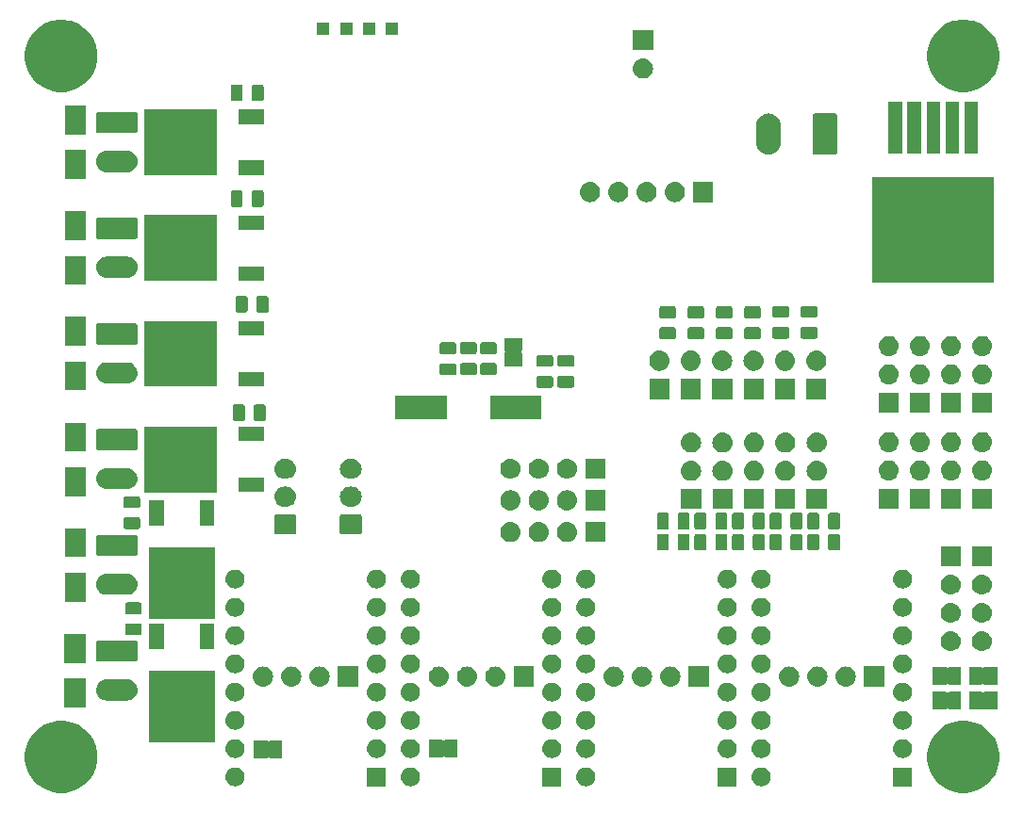
<source format=gbr>
G04 #@! TF.GenerationSoftware,KiCad,Pcbnew,(5.1.4)-1*
G04 #@! TF.CreationDate,2020-03-20T17:20:08+01:00*
G04 #@! TF.ProjectId,stm32f446_actuators,73746d33-3266-4343-9436-5f6163747561,rev?*
G04 #@! TF.SameCoordinates,Original*
G04 #@! TF.FileFunction,Soldermask,Bot*
G04 #@! TF.FilePolarity,Negative*
%FSLAX46Y46*%
G04 Gerber Fmt 4.6, Leading zero omitted, Abs format (unit mm)*
G04 Created by KiCad (PCBNEW (5.1.4)-1) date 2020-03-20 17:20:08*
%MOMM*%
%LPD*%
G04 APERTURE LIST*
%ADD10C,0.100000*%
G04 APERTURE END LIST*
D10*
G36*
X135134239Y-113311467D02*
G01*
X135448282Y-113373934D01*
X136039926Y-113619001D01*
X136572392Y-113974784D01*
X137025216Y-114427608D01*
X137380999Y-114960074D01*
X137626066Y-115551718D01*
X137751000Y-116179804D01*
X137751000Y-116820196D01*
X137626066Y-117448282D01*
X137380999Y-118039926D01*
X137025216Y-118572392D01*
X136572392Y-119025216D01*
X136039926Y-119380999D01*
X135448282Y-119626066D01*
X135134239Y-119688533D01*
X134820197Y-119751000D01*
X134179803Y-119751000D01*
X133865761Y-119688533D01*
X133551718Y-119626066D01*
X132960074Y-119380999D01*
X132427608Y-119025216D01*
X131974784Y-118572392D01*
X131619001Y-118039926D01*
X131373934Y-117448282D01*
X131249000Y-116820196D01*
X131249000Y-116179804D01*
X131373934Y-115551718D01*
X131619001Y-114960074D01*
X131974784Y-114427608D01*
X132427608Y-113974784D01*
X132960074Y-113619001D01*
X133551718Y-113373934D01*
X133865761Y-113311467D01*
X134179803Y-113249000D01*
X134820197Y-113249000D01*
X135134239Y-113311467D01*
X135134239Y-113311467D01*
G37*
G36*
X54134239Y-113311467D02*
G01*
X54448282Y-113373934D01*
X55039926Y-113619001D01*
X55572392Y-113974784D01*
X56025216Y-114427608D01*
X56380999Y-114960074D01*
X56626066Y-115551718D01*
X56751000Y-116179804D01*
X56751000Y-116820196D01*
X56626066Y-117448282D01*
X56380999Y-118039926D01*
X56025216Y-118572392D01*
X55572392Y-119025216D01*
X55039926Y-119380999D01*
X54448282Y-119626066D01*
X54134239Y-119688533D01*
X53820197Y-119751000D01*
X53179803Y-119751000D01*
X52865761Y-119688533D01*
X52551718Y-119626066D01*
X51960074Y-119380999D01*
X51427608Y-119025216D01*
X50974784Y-118572392D01*
X50619001Y-118039926D01*
X50373934Y-117448282D01*
X50249000Y-116820196D01*
X50249000Y-116179804D01*
X50373934Y-115551718D01*
X50619001Y-114960074D01*
X50974784Y-114427608D01*
X51427608Y-113974784D01*
X51960074Y-113619001D01*
X52551718Y-113373934D01*
X52865761Y-113311467D01*
X53179803Y-113249000D01*
X53820197Y-113249000D01*
X54134239Y-113311467D01*
X54134239Y-113311467D01*
G37*
G36*
X69280223Y-117449113D02*
G01*
X69440642Y-117497776D01*
X69573306Y-117568686D01*
X69588478Y-117576796D01*
X69718059Y-117683141D01*
X69824404Y-117812722D01*
X69824405Y-117812724D01*
X69903424Y-117960558D01*
X69952087Y-118120977D01*
X69968517Y-118287800D01*
X69952087Y-118454623D01*
X69903424Y-118615042D01*
X69832514Y-118747706D01*
X69824404Y-118762878D01*
X69718059Y-118892459D01*
X69588478Y-118998804D01*
X69588476Y-118998805D01*
X69440642Y-119077824D01*
X69280223Y-119126487D01*
X69155204Y-119138800D01*
X69071596Y-119138800D01*
X68946577Y-119126487D01*
X68786158Y-119077824D01*
X68638324Y-118998805D01*
X68638322Y-118998804D01*
X68508741Y-118892459D01*
X68402396Y-118762878D01*
X68394286Y-118747706D01*
X68323376Y-118615042D01*
X68274713Y-118454623D01*
X68258283Y-118287800D01*
X68274713Y-118120977D01*
X68323376Y-117960558D01*
X68402395Y-117812724D01*
X68402396Y-117812722D01*
X68508741Y-117683141D01*
X68638322Y-117576796D01*
X68653494Y-117568686D01*
X68786158Y-117497776D01*
X68946577Y-117449113D01*
X69071596Y-117436800D01*
X69155204Y-117436800D01*
X69280223Y-117449113D01*
X69280223Y-117449113D01*
G37*
G36*
X82664400Y-119138800D02*
G01*
X80962400Y-119138800D01*
X80962400Y-117436800D01*
X82664400Y-117436800D01*
X82664400Y-119138800D01*
X82664400Y-119138800D01*
G37*
G36*
X85028223Y-117449113D02*
G01*
X85188642Y-117497776D01*
X85321306Y-117568686D01*
X85336478Y-117576796D01*
X85466059Y-117683141D01*
X85572404Y-117812722D01*
X85572405Y-117812724D01*
X85651424Y-117960558D01*
X85700087Y-118120977D01*
X85716517Y-118287800D01*
X85700087Y-118454623D01*
X85651424Y-118615042D01*
X85580514Y-118747706D01*
X85572404Y-118762878D01*
X85466059Y-118892459D01*
X85336478Y-118998804D01*
X85336476Y-118998805D01*
X85188642Y-119077824D01*
X85028223Y-119126487D01*
X84903204Y-119138800D01*
X84819596Y-119138800D01*
X84694577Y-119126487D01*
X84534158Y-119077824D01*
X84386324Y-118998805D01*
X84386322Y-118998804D01*
X84256741Y-118892459D01*
X84150396Y-118762878D01*
X84142286Y-118747706D01*
X84071376Y-118615042D01*
X84022713Y-118454623D01*
X84006283Y-118287800D01*
X84022713Y-118120977D01*
X84071376Y-117960558D01*
X84150395Y-117812724D01*
X84150396Y-117812722D01*
X84256741Y-117683141D01*
X84386322Y-117576796D01*
X84401494Y-117568686D01*
X84534158Y-117497776D01*
X84694577Y-117449113D01*
X84819596Y-117436800D01*
X84903204Y-117436800D01*
X85028223Y-117449113D01*
X85028223Y-117449113D01*
G37*
G36*
X98412400Y-119138800D02*
G01*
X96710400Y-119138800D01*
X96710400Y-117436800D01*
X98412400Y-117436800D01*
X98412400Y-119138800D01*
X98412400Y-119138800D01*
G37*
G36*
X100776223Y-117449113D02*
G01*
X100936642Y-117497776D01*
X101069306Y-117568686D01*
X101084478Y-117576796D01*
X101214059Y-117683141D01*
X101320404Y-117812722D01*
X101320405Y-117812724D01*
X101399424Y-117960558D01*
X101448087Y-118120977D01*
X101464517Y-118287800D01*
X101448087Y-118454623D01*
X101399424Y-118615042D01*
X101328514Y-118747706D01*
X101320404Y-118762878D01*
X101214059Y-118892459D01*
X101084478Y-118998804D01*
X101084476Y-118998805D01*
X100936642Y-119077824D01*
X100776223Y-119126487D01*
X100651204Y-119138800D01*
X100567596Y-119138800D01*
X100442577Y-119126487D01*
X100282158Y-119077824D01*
X100134324Y-118998805D01*
X100134322Y-118998804D01*
X100004741Y-118892459D01*
X99898396Y-118762878D01*
X99890286Y-118747706D01*
X99819376Y-118615042D01*
X99770713Y-118454623D01*
X99754283Y-118287800D01*
X99770713Y-118120977D01*
X99819376Y-117960558D01*
X99898395Y-117812724D01*
X99898396Y-117812722D01*
X100004741Y-117683141D01*
X100134322Y-117576796D01*
X100149494Y-117568686D01*
X100282158Y-117497776D01*
X100442577Y-117449113D01*
X100567596Y-117436800D01*
X100651204Y-117436800D01*
X100776223Y-117449113D01*
X100776223Y-117449113D01*
G37*
G36*
X114160400Y-119138800D02*
G01*
X112458400Y-119138800D01*
X112458400Y-117436800D01*
X114160400Y-117436800D01*
X114160400Y-119138800D01*
X114160400Y-119138800D01*
G37*
G36*
X116524223Y-117449113D02*
G01*
X116684642Y-117497776D01*
X116817306Y-117568686D01*
X116832478Y-117576796D01*
X116962059Y-117683141D01*
X117068404Y-117812722D01*
X117068405Y-117812724D01*
X117147424Y-117960558D01*
X117196087Y-118120977D01*
X117212517Y-118287800D01*
X117196087Y-118454623D01*
X117147424Y-118615042D01*
X117076514Y-118747706D01*
X117068404Y-118762878D01*
X116962059Y-118892459D01*
X116832478Y-118998804D01*
X116832476Y-118998805D01*
X116684642Y-119077824D01*
X116524223Y-119126487D01*
X116399204Y-119138800D01*
X116315596Y-119138800D01*
X116190577Y-119126487D01*
X116030158Y-119077824D01*
X115882324Y-118998805D01*
X115882322Y-118998804D01*
X115752741Y-118892459D01*
X115646396Y-118762878D01*
X115638286Y-118747706D01*
X115567376Y-118615042D01*
X115518713Y-118454623D01*
X115502283Y-118287800D01*
X115518713Y-118120977D01*
X115567376Y-117960558D01*
X115646395Y-117812724D01*
X115646396Y-117812722D01*
X115752741Y-117683141D01*
X115882322Y-117576796D01*
X115897494Y-117568686D01*
X116030158Y-117497776D01*
X116190577Y-117449113D01*
X116315596Y-117436800D01*
X116399204Y-117436800D01*
X116524223Y-117449113D01*
X116524223Y-117449113D01*
G37*
G36*
X129908400Y-119138800D02*
G01*
X128206400Y-119138800D01*
X128206400Y-117436800D01*
X129908400Y-117436800D01*
X129908400Y-119138800D01*
X129908400Y-119138800D01*
G37*
G36*
X71994799Y-114998337D02*
G01*
X72004408Y-115001252D01*
X72013272Y-115005990D01*
X72021037Y-115012363D01*
X72031684Y-115025337D01*
X72037853Y-115034568D01*
X72055181Y-115051894D01*
X72075556Y-115065507D01*
X72098195Y-115074883D01*
X72122228Y-115079663D01*
X72146732Y-115079662D01*
X72170765Y-115074880D01*
X72193404Y-115065502D01*
X72213778Y-115051887D01*
X72231104Y-115034559D01*
X72237975Y-115025283D01*
X72248526Y-115012400D01*
X72252467Y-115009159D01*
X72256284Y-115006019D01*
X72265139Y-115001274D01*
X72268177Y-115000349D01*
X72274715Y-114998358D01*
X72274718Y-114998358D01*
X72274750Y-114998348D01*
X72284800Y-114997353D01*
X72284865Y-114997353D01*
X72290975Y-114996748D01*
X73278660Y-114996748D01*
X73294799Y-114998337D01*
X73304408Y-115001252D01*
X73313272Y-115005990D01*
X73321037Y-115012363D01*
X73327410Y-115020128D01*
X73332148Y-115028992D01*
X73335063Y-115038601D01*
X73336652Y-115054740D01*
X73336652Y-116542460D01*
X73335063Y-116558599D01*
X73332148Y-116568208D01*
X73327410Y-116577072D01*
X73321037Y-116584837D01*
X73313272Y-116591210D01*
X73304408Y-116595948D01*
X73294799Y-116598863D01*
X73278660Y-116600452D01*
X72290940Y-116600452D01*
X72274801Y-116598863D01*
X72265192Y-116595948D01*
X72256328Y-116591210D01*
X72248588Y-116584858D01*
X72248587Y-116584857D01*
X72248563Y-116584837D01*
X72242160Y-116577027D01*
X72242123Y-116576972D01*
X72234320Y-116567453D01*
X72234289Y-116567478D01*
X72222947Y-116553628D01*
X72204021Y-116538063D01*
X72182423Y-116526489D01*
X72158981Y-116519351D01*
X72134598Y-116516924D01*
X72110209Y-116519300D01*
X72086753Y-116526389D01*
X72065130Y-116537918D01*
X72046172Y-116553443D01*
X72030607Y-116572369D01*
X72028771Y-116575425D01*
X72027382Y-116577114D01*
X72027381Y-116577116D01*
X72022285Y-116583312D01*
X72021000Y-116584874D01*
X72013225Y-116591242D01*
X72007317Y-116594391D01*
X72004362Y-116595967D01*
X71994781Y-116598862D01*
X71994715Y-116598882D01*
X71978687Y-116600452D01*
X70840940Y-116600452D01*
X70824801Y-116598863D01*
X70815192Y-116595948D01*
X70806328Y-116591210D01*
X70798563Y-116584837D01*
X70792190Y-116577072D01*
X70787452Y-116568208D01*
X70784537Y-116558599D01*
X70782948Y-116542460D01*
X70782948Y-115054740D01*
X70784537Y-115038601D01*
X70787452Y-115028992D01*
X70792190Y-115020128D01*
X70798563Y-115012363D01*
X70806328Y-115005990D01*
X70815192Y-115001252D01*
X70824801Y-114998337D01*
X70840940Y-114996748D01*
X71978660Y-114996748D01*
X71994799Y-114998337D01*
X71994799Y-114998337D01*
G37*
G36*
X100776223Y-114909113D02*
G01*
X100936642Y-114957776D01*
X101062939Y-115025283D01*
X101084478Y-115036796D01*
X101214059Y-115143141D01*
X101320404Y-115272722D01*
X101320405Y-115272724D01*
X101399424Y-115420558D01*
X101448087Y-115580977D01*
X101464517Y-115747800D01*
X101448087Y-115914623D01*
X101399424Y-116075042D01*
X101343428Y-116179803D01*
X101320404Y-116222878D01*
X101214059Y-116352459D01*
X101084478Y-116458804D01*
X101084476Y-116458805D01*
X100936642Y-116537824D01*
X100936639Y-116537825D01*
X100906780Y-116546883D01*
X100776223Y-116586487D01*
X100651204Y-116598800D01*
X100567596Y-116598800D01*
X100442577Y-116586487D01*
X100312020Y-116546883D01*
X100282161Y-116537825D01*
X100282158Y-116537824D01*
X100134324Y-116458805D01*
X100134322Y-116458804D01*
X100004741Y-116352459D01*
X99898396Y-116222878D01*
X99875372Y-116179803D01*
X99819376Y-116075042D01*
X99770713Y-115914623D01*
X99754283Y-115747800D01*
X99770713Y-115580977D01*
X99819376Y-115420558D01*
X99898395Y-115272724D01*
X99898396Y-115272722D01*
X100004741Y-115143141D01*
X100134322Y-115036796D01*
X100155861Y-115025283D01*
X100282158Y-114957776D01*
X100442577Y-114909113D01*
X100567596Y-114896800D01*
X100651204Y-114896800D01*
X100776223Y-114909113D01*
X100776223Y-114909113D01*
G37*
G36*
X69280223Y-114909113D02*
G01*
X69440642Y-114957776D01*
X69566939Y-115025283D01*
X69588478Y-115036796D01*
X69718059Y-115143141D01*
X69824404Y-115272722D01*
X69824405Y-115272724D01*
X69903424Y-115420558D01*
X69952087Y-115580977D01*
X69968517Y-115747800D01*
X69952087Y-115914623D01*
X69903424Y-116075042D01*
X69847428Y-116179803D01*
X69824404Y-116222878D01*
X69718059Y-116352459D01*
X69588478Y-116458804D01*
X69588476Y-116458805D01*
X69440642Y-116537824D01*
X69440639Y-116537825D01*
X69410780Y-116546883D01*
X69280223Y-116586487D01*
X69155204Y-116598800D01*
X69071596Y-116598800D01*
X68946577Y-116586487D01*
X68816020Y-116546883D01*
X68786161Y-116537825D01*
X68786158Y-116537824D01*
X68638324Y-116458805D01*
X68638322Y-116458804D01*
X68508741Y-116352459D01*
X68402396Y-116222878D01*
X68379372Y-116179803D01*
X68323376Y-116075042D01*
X68274713Y-115914623D01*
X68258283Y-115747800D01*
X68274713Y-115580977D01*
X68323376Y-115420558D01*
X68402395Y-115272724D01*
X68402396Y-115272722D01*
X68508741Y-115143141D01*
X68638322Y-115036796D01*
X68659861Y-115025283D01*
X68786158Y-114957776D01*
X68946577Y-114909113D01*
X69071596Y-114896800D01*
X69155204Y-114896800D01*
X69280223Y-114909113D01*
X69280223Y-114909113D01*
G37*
G36*
X85028223Y-114909113D02*
G01*
X85188642Y-114957776D01*
X85314939Y-115025283D01*
X85336478Y-115036796D01*
X85466059Y-115143141D01*
X85572404Y-115272722D01*
X85572405Y-115272724D01*
X85651424Y-115420558D01*
X85700087Y-115580977D01*
X85716517Y-115747800D01*
X85700087Y-115914623D01*
X85651424Y-116075042D01*
X85595428Y-116179803D01*
X85572404Y-116222878D01*
X85466059Y-116352459D01*
X85336478Y-116458804D01*
X85336476Y-116458805D01*
X85188642Y-116537824D01*
X85188639Y-116537825D01*
X85158780Y-116546883D01*
X85028223Y-116586487D01*
X84903204Y-116598800D01*
X84819596Y-116598800D01*
X84694577Y-116586487D01*
X84564020Y-116546883D01*
X84534161Y-116537825D01*
X84534158Y-116537824D01*
X84386324Y-116458805D01*
X84386322Y-116458804D01*
X84256741Y-116352459D01*
X84150396Y-116222878D01*
X84127372Y-116179803D01*
X84071376Y-116075042D01*
X84022713Y-115914623D01*
X84006283Y-115747800D01*
X84022713Y-115580977D01*
X84071376Y-115420558D01*
X84150395Y-115272724D01*
X84150396Y-115272722D01*
X84256741Y-115143141D01*
X84386322Y-115036796D01*
X84407861Y-115025283D01*
X84534158Y-114957776D01*
X84694577Y-114909113D01*
X84819596Y-114896800D01*
X84903204Y-114896800D01*
X85028223Y-114909113D01*
X85028223Y-114909113D01*
G37*
G36*
X97728223Y-114909113D02*
G01*
X97888642Y-114957776D01*
X98014939Y-115025283D01*
X98036478Y-115036796D01*
X98166059Y-115143141D01*
X98272404Y-115272722D01*
X98272405Y-115272724D01*
X98351424Y-115420558D01*
X98400087Y-115580977D01*
X98416517Y-115747800D01*
X98400087Y-115914623D01*
X98351424Y-116075042D01*
X98295428Y-116179803D01*
X98272404Y-116222878D01*
X98166059Y-116352459D01*
X98036478Y-116458804D01*
X98036476Y-116458805D01*
X97888642Y-116537824D01*
X97888639Y-116537825D01*
X97858780Y-116546883D01*
X97728223Y-116586487D01*
X97603204Y-116598800D01*
X97519596Y-116598800D01*
X97394577Y-116586487D01*
X97264020Y-116546883D01*
X97234161Y-116537825D01*
X97234158Y-116537824D01*
X97086324Y-116458805D01*
X97086322Y-116458804D01*
X96956741Y-116352459D01*
X96850396Y-116222878D01*
X96827372Y-116179803D01*
X96771376Y-116075042D01*
X96722713Y-115914623D01*
X96706283Y-115747800D01*
X96722713Y-115580977D01*
X96771376Y-115420558D01*
X96850395Y-115272724D01*
X96850396Y-115272722D01*
X96956741Y-115143141D01*
X97086322Y-115036796D01*
X97107861Y-115025283D01*
X97234158Y-114957776D01*
X97394577Y-114909113D01*
X97519596Y-114896800D01*
X97603204Y-114896800D01*
X97728223Y-114909113D01*
X97728223Y-114909113D01*
G37*
G36*
X113476223Y-114909113D02*
G01*
X113636642Y-114957776D01*
X113762939Y-115025283D01*
X113784478Y-115036796D01*
X113914059Y-115143141D01*
X114020404Y-115272722D01*
X114020405Y-115272724D01*
X114099424Y-115420558D01*
X114148087Y-115580977D01*
X114164517Y-115747800D01*
X114148087Y-115914623D01*
X114099424Y-116075042D01*
X114043428Y-116179803D01*
X114020404Y-116222878D01*
X113914059Y-116352459D01*
X113784478Y-116458804D01*
X113784476Y-116458805D01*
X113636642Y-116537824D01*
X113636639Y-116537825D01*
X113606780Y-116546883D01*
X113476223Y-116586487D01*
X113351204Y-116598800D01*
X113267596Y-116598800D01*
X113142577Y-116586487D01*
X113012020Y-116546883D01*
X112982161Y-116537825D01*
X112982158Y-116537824D01*
X112834324Y-116458805D01*
X112834322Y-116458804D01*
X112704741Y-116352459D01*
X112598396Y-116222878D01*
X112575372Y-116179803D01*
X112519376Y-116075042D01*
X112470713Y-115914623D01*
X112454283Y-115747800D01*
X112470713Y-115580977D01*
X112519376Y-115420558D01*
X112598395Y-115272724D01*
X112598396Y-115272722D01*
X112704741Y-115143141D01*
X112834322Y-115036796D01*
X112855861Y-115025283D01*
X112982158Y-114957776D01*
X113142577Y-114909113D01*
X113267596Y-114896800D01*
X113351204Y-114896800D01*
X113476223Y-114909113D01*
X113476223Y-114909113D01*
G37*
G36*
X116524223Y-114909113D02*
G01*
X116684642Y-114957776D01*
X116810939Y-115025283D01*
X116832478Y-115036796D01*
X116962059Y-115143141D01*
X117068404Y-115272722D01*
X117068405Y-115272724D01*
X117147424Y-115420558D01*
X117196087Y-115580977D01*
X117212517Y-115747800D01*
X117196087Y-115914623D01*
X117147424Y-116075042D01*
X117091428Y-116179803D01*
X117068404Y-116222878D01*
X116962059Y-116352459D01*
X116832478Y-116458804D01*
X116832476Y-116458805D01*
X116684642Y-116537824D01*
X116684639Y-116537825D01*
X116654780Y-116546883D01*
X116524223Y-116586487D01*
X116399204Y-116598800D01*
X116315596Y-116598800D01*
X116190577Y-116586487D01*
X116060020Y-116546883D01*
X116030161Y-116537825D01*
X116030158Y-116537824D01*
X115882324Y-116458805D01*
X115882322Y-116458804D01*
X115752741Y-116352459D01*
X115646396Y-116222878D01*
X115623372Y-116179803D01*
X115567376Y-116075042D01*
X115518713Y-115914623D01*
X115502283Y-115747800D01*
X115518713Y-115580977D01*
X115567376Y-115420558D01*
X115646395Y-115272724D01*
X115646396Y-115272722D01*
X115752741Y-115143141D01*
X115882322Y-115036796D01*
X115903861Y-115025283D01*
X116030158Y-114957776D01*
X116190577Y-114909113D01*
X116315596Y-114896800D01*
X116399204Y-114896800D01*
X116524223Y-114909113D01*
X116524223Y-114909113D01*
G37*
G36*
X129224223Y-114909113D02*
G01*
X129384642Y-114957776D01*
X129510939Y-115025283D01*
X129532478Y-115036796D01*
X129662059Y-115143141D01*
X129768404Y-115272722D01*
X129768405Y-115272724D01*
X129847424Y-115420558D01*
X129896087Y-115580977D01*
X129912517Y-115747800D01*
X129896087Y-115914623D01*
X129847424Y-116075042D01*
X129791428Y-116179803D01*
X129768404Y-116222878D01*
X129662059Y-116352459D01*
X129532478Y-116458804D01*
X129532476Y-116458805D01*
X129384642Y-116537824D01*
X129384639Y-116537825D01*
X129354780Y-116546883D01*
X129224223Y-116586487D01*
X129099204Y-116598800D01*
X129015596Y-116598800D01*
X128890577Y-116586487D01*
X128760020Y-116546883D01*
X128730161Y-116537825D01*
X128730158Y-116537824D01*
X128582324Y-116458805D01*
X128582322Y-116458804D01*
X128452741Y-116352459D01*
X128346396Y-116222878D01*
X128323372Y-116179803D01*
X128267376Y-116075042D01*
X128218713Y-115914623D01*
X128202283Y-115747800D01*
X128218713Y-115580977D01*
X128267376Y-115420558D01*
X128346395Y-115272724D01*
X128346396Y-115272722D01*
X128452741Y-115143141D01*
X128582322Y-115036796D01*
X128603861Y-115025283D01*
X128730158Y-114957776D01*
X128890577Y-114909113D01*
X129015596Y-114896800D01*
X129099204Y-114896800D01*
X129224223Y-114909113D01*
X129224223Y-114909113D01*
G37*
G36*
X81980223Y-114909113D02*
G01*
X82140642Y-114957776D01*
X82266939Y-115025283D01*
X82288478Y-115036796D01*
X82418059Y-115143141D01*
X82524404Y-115272722D01*
X82524405Y-115272724D01*
X82603424Y-115420558D01*
X82652087Y-115580977D01*
X82668517Y-115747800D01*
X82652087Y-115914623D01*
X82603424Y-116075042D01*
X82547428Y-116179803D01*
X82524404Y-116222878D01*
X82418059Y-116352459D01*
X82288478Y-116458804D01*
X82288476Y-116458805D01*
X82140642Y-116537824D01*
X82140639Y-116537825D01*
X82110780Y-116546883D01*
X81980223Y-116586487D01*
X81855204Y-116598800D01*
X81771596Y-116598800D01*
X81646577Y-116586487D01*
X81516020Y-116546883D01*
X81486161Y-116537825D01*
X81486158Y-116537824D01*
X81338324Y-116458805D01*
X81338322Y-116458804D01*
X81208741Y-116352459D01*
X81102396Y-116222878D01*
X81079372Y-116179803D01*
X81023376Y-116075042D01*
X80974713Y-115914623D01*
X80958283Y-115747800D01*
X80974713Y-115580977D01*
X81023376Y-115420558D01*
X81102395Y-115272724D01*
X81102396Y-115272722D01*
X81208741Y-115143141D01*
X81338322Y-115036796D01*
X81359861Y-115025283D01*
X81486158Y-114957776D01*
X81646577Y-114909113D01*
X81771596Y-114896800D01*
X81855204Y-114896800D01*
X81980223Y-114909113D01*
X81980223Y-114909113D01*
G37*
G36*
X87742799Y-114972937D02*
G01*
X87752408Y-114975852D01*
X87761272Y-114980590D01*
X87769037Y-114986963D01*
X87779684Y-114999937D01*
X87785853Y-115009168D01*
X87803181Y-115026494D01*
X87823556Y-115040107D01*
X87846195Y-115049483D01*
X87870228Y-115054263D01*
X87894732Y-115054262D01*
X87918765Y-115049480D01*
X87941404Y-115040102D01*
X87961778Y-115026487D01*
X87979104Y-115009159D01*
X87985975Y-114999883D01*
X87996526Y-114987000D01*
X87997903Y-114985868D01*
X88004284Y-114980619D01*
X88013139Y-114975874D01*
X88016177Y-114974949D01*
X88022715Y-114972958D01*
X88022718Y-114972958D01*
X88022750Y-114972948D01*
X88032800Y-114971953D01*
X88032865Y-114971953D01*
X88038975Y-114971348D01*
X89026660Y-114971348D01*
X89042799Y-114972937D01*
X89052408Y-114975852D01*
X89061272Y-114980590D01*
X89069037Y-114986963D01*
X89075410Y-114994728D01*
X89080148Y-115003592D01*
X89083063Y-115013201D01*
X89084652Y-115029340D01*
X89084652Y-116517060D01*
X89083063Y-116533199D01*
X89080148Y-116542808D01*
X89075410Y-116551672D01*
X89069037Y-116559437D01*
X89061272Y-116565810D01*
X89052408Y-116570548D01*
X89042799Y-116573463D01*
X89026660Y-116575052D01*
X88038940Y-116575052D01*
X88022801Y-116573463D01*
X88013192Y-116570548D01*
X88004328Y-116565810D01*
X87996588Y-116559458D01*
X87996587Y-116559457D01*
X87996563Y-116559437D01*
X87990160Y-116551627D01*
X87990123Y-116551572D01*
X87982320Y-116542053D01*
X87982289Y-116542078D01*
X87970947Y-116528228D01*
X87952021Y-116512663D01*
X87930423Y-116501089D01*
X87906981Y-116493951D01*
X87882598Y-116491524D01*
X87858209Y-116493900D01*
X87834753Y-116500989D01*
X87813130Y-116512518D01*
X87794172Y-116528043D01*
X87778607Y-116546969D01*
X87776771Y-116550025D01*
X87775382Y-116551714D01*
X87775381Y-116551716D01*
X87773960Y-116553443D01*
X87769000Y-116559474D01*
X87761225Y-116565842D01*
X87756687Y-116568261D01*
X87752362Y-116570567D01*
X87742781Y-116573462D01*
X87742715Y-116573482D01*
X87726687Y-116575052D01*
X86588940Y-116575052D01*
X86572801Y-116573463D01*
X86563192Y-116570548D01*
X86554328Y-116565810D01*
X86546563Y-116559437D01*
X86540190Y-116551672D01*
X86535452Y-116542808D01*
X86532537Y-116533199D01*
X86530948Y-116517060D01*
X86530948Y-115029340D01*
X86532537Y-115013201D01*
X86535452Y-115003592D01*
X86540190Y-114994728D01*
X86546563Y-114986963D01*
X86554328Y-114980590D01*
X86563192Y-114975852D01*
X86572801Y-114972937D01*
X86588940Y-114971348D01*
X87726660Y-114971348D01*
X87742799Y-114972937D01*
X87742799Y-114972937D01*
G37*
G36*
X67289200Y-115231400D02*
G01*
X61387200Y-115231400D01*
X61387200Y-108729400D01*
X67289200Y-108729400D01*
X67289200Y-115231400D01*
X67289200Y-115231400D01*
G37*
G36*
X129224223Y-112369113D02*
G01*
X129384642Y-112417776D01*
X129517306Y-112488686D01*
X129532478Y-112496796D01*
X129662059Y-112603141D01*
X129768404Y-112732722D01*
X129768405Y-112732724D01*
X129847424Y-112880558D01*
X129896087Y-113040977D01*
X129912517Y-113207800D01*
X129896087Y-113374623D01*
X129847424Y-113535042D01*
X129802547Y-113619001D01*
X129768404Y-113682878D01*
X129662059Y-113812459D01*
X129532478Y-113918804D01*
X129532476Y-113918805D01*
X129384642Y-113997824D01*
X129224223Y-114046487D01*
X129099204Y-114058800D01*
X129015596Y-114058800D01*
X128890577Y-114046487D01*
X128730158Y-113997824D01*
X128582324Y-113918805D01*
X128582322Y-113918804D01*
X128452741Y-113812459D01*
X128346396Y-113682878D01*
X128312253Y-113619001D01*
X128267376Y-113535042D01*
X128218713Y-113374623D01*
X128202283Y-113207800D01*
X128218713Y-113040977D01*
X128267376Y-112880558D01*
X128346395Y-112732724D01*
X128346396Y-112732722D01*
X128452741Y-112603141D01*
X128582322Y-112496796D01*
X128597494Y-112488686D01*
X128730158Y-112417776D01*
X128890577Y-112369113D01*
X129015596Y-112356800D01*
X129099204Y-112356800D01*
X129224223Y-112369113D01*
X129224223Y-112369113D01*
G37*
G36*
X97728223Y-112369113D02*
G01*
X97888642Y-112417776D01*
X98021306Y-112488686D01*
X98036478Y-112496796D01*
X98166059Y-112603141D01*
X98272404Y-112732722D01*
X98272405Y-112732724D01*
X98351424Y-112880558D01*
X98400087Y-113040977D01*
X98416517Y-113207800D01*
X98400087Y-113374623D01*
X98351424Y-113535042D01*
X98306547Y-113619001D01*
X98272404Y-113682878D01*
X98166059Y-113812459D01*
X98036478Y-113918804D01*
X98036476Y-113918805D01*
X97888642Y-113997824D01*
X97728223Y-114046487D01*
X97603204Y-114058800D01*
X97519596Y-114058800D01*
X97394577Y-114046487D01*
X97234158Y-113997824D01*
X97086324Y-113918805D01*
X97086322Y-113918804D01*
X96956741Y-113812459D01*
X96850396Y-113682878D01*
X96816253Y-113619001D01*
X96771376Y-113535042D01*
X96722713Y-113374623D01*
X96706283Y-113207800D01*
X96722713Y-113040977D01*
X96771376Y-112880558D01*
X96850395Y-112732724D01*
X96850396Y-112732722D01*
X96956741Y-112603141D01*
X97086322Y-112496796D01*
X97101494Y-112488686D01*
X97234158Y-112417776D01*
X97394577Y-112369113D01*
X97519596Y-112356800D01*
X97603204Y-112356800D01*
X97728223Y-112369113D01*
X97728223Y-112369113D01*
G37*
G36*
X69280223Y-112369113D02*
G01*
X69440642Y-112417776D01*
X69573306Y-112488686D01*
X69588478Y-112496796D01*
X69718059Y-112603141D01*
X69824404Y-112732722D01*
X69824405Y-112732724D01*
X69903424Y-112880558D01*
X69952087Y-113040977D01*
X69968517Y-113207800D01*
X69952087Y-113374623D01*
X69903424Y-113535042D01*
X69858547Y-113619001D01*
X69824404Y-113682878D01*
X69718059Y-113812459D01*
X69588478Y-113918804D01*
X69588476Y-113918805D01*
X69440642Y-113997824D01*
X69280223Y-114046487D01*
X69155204Y-114058800D01*
X69071596Y-114058800D01*
X68946577Y-114046487D01*
X68786158Y-113997824D01*
X68638324Y-113918805D01*
X68638322Y-113918804D01*
X68508741Y-113812459D01*
X68402396Y-113682878D01*
X68368253Y-113619001D01*
X68323376Y-113535042D01*
X68274713Y-113374623D01*
X68258283Y-113207800D01*
X68274713Y-113040977D01*
X68323376Y-112880558D01*
X68402395Y-112732724D01*
X68402396Y-112732722D01*
X68508741Y-112603141D01*
X68638322Y-112496796D01*
X68653494Y-112488686D01*
X68786158Y-112417776D01*
X68946577Y-112369113D01*
X69071596Y-112356800D01*
X69155204Y-112356800D01*
X69280223Y-112369113D01*
X69280223Y-112369113D01*
G37*
G36*
X85028223Y-112369113D02*
G01*
X85188642Y-112417776D01*
X85321306Y-112488686D01*
X85336478Y-112496796D01*
X85466059Y-112603141D01*
X85572404Y-112732722D01*
X85572405Y-112732724D01*
X85651424Y-112880558D01*
X85700087Y-113040977D01*
X85716517Y-113207800D01*
X85700087Y-113374623D01*
X85651424Y-113535042D01*
X85606547Y-113619001D01*
X85572404Y-113682878D01*
X85466059Y-113812459D01*
X85336478Y-113918804D01*
X85336476Y-113918805D01*
X85188642Y-113997824D01*
X85028223Y-114046487D01*
X84903204Y-114058800D01*
X84819596Y-114058800D01*
X84694577Y-114046487D01*
X84534158Y-113997824D01*
X84386324Y-113918805D01*
X84386322Y-113918804D01*
X84256741Y-113812459D01*
X84150396Y-113682878D01*
X84116253Y-113619001D01*
X84071376Y-113535042D01*
X84022713Y-113374623D01*
X84006283Y-113207800D01*
X84022713Y-113040977D01*
X84071376Y-112880558D01*
X84150395Y-112732724D01*
X84150396Y-112732722D01*
X84256741Y-112603141D01*
X84386322Y-112496796D01*
X84401494Y-112488686D01*
X84534158Y-112417776D01*
X84694577Y-112369113D01*
X84819596Y-112356800D01*
X84903204Y-112356800D01*
X85028223Y-112369113D01*
X85028223Y-112369113D01*
G37*
G36*
X81980223Y-112369113D02*
G01*
X82140642Y-112417776D01*
X82273306Y-112488686D01*
X82288478Y-112496796D01*
X82418059Y-112603141D01*
X82524404Y-112732722D01*
X82524405Y-112732724D01*
X82603424Y-112880558D01*
X82652087Y-113040977D01*
X82668517Y-113207800D01*
X82652087Y-113374623D01*
X82603424Y-113535042D01*
X82558547Y-113619001D01*
X82524404Y-113682878D01*
X82418059Y-113812459D01*
X82288478Y-113918804D01*
X82288476Y-113918805D01*
X82140642Y-113997824D01*
X81980223Y-114046487D01*
X81855204Y-114058800D01*
X81771596Y-114058800D01*
X81646577Y-114046487D01*
X81486158Y-113997824D01*
X81338324Y-113918805D01*
X81338322Y-113918804D01*
X81208741Y-113812459D01*
X81102396Y-113682878D01*
X81068253Y-113619001D01*
X81023376Y-113535042D01*
X80974713Y-113374623D01*
X80958283Y-113207800D01*
X80974713Y-113040977D01*
X81023376Y-112880558D01*
X81102395Y-112732724D01*
X81102396Y-112732722D01*
X81208741Y-112603141D01*
X81338322Y-112496796D01*
X81353494Y-112488686D01*
X81486158Y-112417776D01*
X81646577Y-112369113D01*
X81771596Y-112356800D01*
X81855204Y-112356800D01*
X81980223Y-112369113D01*
X81980223Y-112369113D01*
G37*
G36*
X100776223Y-112369113D02*
G01*
X100936642Y-112417776D01*
X101069306Y-112488686D01*
X101084478Y-112496796D01*
X101214059Y-112603141D01*
X101320404Y-112732722D01*
X101320405Y-112732724D01*
X101399424Y-112880558D01*
X101448087Y-113040977D01*
X101464517Y-113207800D01*
X101448087Y-113374623D01*
X101399424Y-113535042D01*
X101354547Y-113619001D01*
X101320404Y-113682878D01*
X101214059Y-113812459D01*
X101084478Y-113918804D01*
X101084476Y-113918805D01*
X100936642Y-113997824D01*
X100776223Y-114046487D01*
X100651204Y-114058800D01*
X100567596Y-114058800D01*
X100442577Y-114046487D01*
X100282158Y-113997824D01*
X100134324Y-113918805D01*
X100134322Y-113918804D01*
X100004741Y-113812459D01*
X99898396Y-113682878D01*
X99864253Y-113619001D01*
X99819376Y-113535042D01*
X99770713Y-113374623D01*
X99754283Y-113207800D01*
X99770713Y-113040977D01*
X99819376Y-112880558D01*
X99898395Y-112732724D01*
X99898396Y-112732722D01*
X100004741Y-112603141D01*
X100134322Y-112496796D01*
X100149494Y-112488686D01*
X100282158Y-112417776D01*
X100442577Y-112369113D01*
X100567596Y-112356800D01*
X100651204Y-112356800D01*
X100776223Y-112369113D01*
X100776223Y-112369113D01*
G37*
G36*
X113476223Y-112369113D02*
G01*
X113636642Y-112417776D01*
X113769306Y-112488686D01*
X113784478Y-112496796D01*
X113914059Y-112603141D01*
X114020404Y-112732722D01*
X114020405Y-112732724D01*
X114099424Y-112880558D01*
X114148087Y-113040977D01*
X114164517Y-113207800D01*
X114148087Y-113374623D01*
X114099424Y-113535042D01*
X114054547Y-113619001D01*
X114020404Y-113682878D01*
X113914059Y-113812459D01*
X113784478Y-113918804D01*
X113784476Y-113918805D01*
X113636642Y-113997824D01*
X113476223Y-114046487D01*
X113351204Y-114058800D01*
X113267596Y-114058800D01*
X113142577Y-114046487D01*
X112982158Y-113997824D01*
X112834324Y-113918805D01*
X112834322Y-113918804D01*
X112704741Y-113812459D01*
X112598396Y-113682878D01*
X112564253Y-113619001D01*
X112519376Y-113535042D01*
X112470713Y-113374623D01*
X112454283Y-113207800D01*
X112470713Y-113040977D01*
X112519376Y-112880558D01*
X112598395Y-112732724D01*
X112598396Y-112732722D01*
X112704741Y-112603141D01*
X112834322Y-112496796D01*
X112849494Y-112488686D01*
X112982158Y-112417776D01*
X113142577Y-112369113D01*
X113267596Y-112356800D01*
X113351204Y-112356800D01*
X113476223Y-112369113D01*
X113476223Y-112369113D01*
G37*
G36*
X116524223Y-112369113D02*
G01*
X116684642Y-112417776D01*
X116817306Y-112488686D01*
X116832478Y-112496796D01*
X116962059Y-112603141D01*
X117068404Y-112732722D01*
X117068405Y-112732724D01*
X117147424Y-112880558D01*
X117196087Y-113040977D01*
X117212517Y-113207800D01*
X117196087Y-113374623D01*
X117147424Y-113535042D01*
X117102547Y-113619001D01*
X117068404Y-113682878D01*
X116962059Y-113812459D01*
X116832478Y-113918804D01*
X116832476Y-113918805D01*
X116684642Y-113997824D01*
X116524223Y-114046487D01*
X116399204Y-114058800D01*
X116315596Y-114058800D01*
X116190577Y-114046487D01*
X116030158Y-113997824D01*
X115882324Y-113918805D01*
X115882322Y-113918804D01*
X115752741Y-113812459D01*
X115646396Y-113682878D01*
X115612253Y-113619001D01*
X115567376Y-113535042D01*
X115518713Y-113374623D01*
X115502283Y-113207800D01*
X115518713Y-113040977D01*
X115567376Y-112880558D01*
X115646395Y-112732724D01*
X115646396Y-112732722D01*
X115752741Y-112603141D01*
X115882322Y-112496796D01*
X115897494Y-112488686D01*
X116030158Y-112417776D01*
X116190577Y-112369113D01*
X116315596Y-112356800D01*
X116399204Y-112356800D01*
X116524223Y-112369113D01*
X116524223Y-112369113D01*
G37*
G36*
X132961399Y-110654937D02*
G01*
X132971008Y-110657852D01*
X132979872Y-110662590D01*
X132987637Y-110668963D01*
X132998284Y-110681937D01*
X133004453Y-110691168D01*
X133021781Y-110708494D01*
X133042156Y-110722107D01*
X133064795Y-110731483D01*
X133088828Y-110736263D01*
X133113332Y-110736262D01*
X133137365Y-110731480D01*
X133160004Y-110722102D01*
X133180378Y-110708487D01*
X133197704Y-110691159D01*
X133204575Y-110681883D01*
X133215126Y-110669000D01*
X133216585Y-110667800D01*
X133222884Y-110662619D01*
X133231739Y-110657874D01*
X133234777Y-110656949D01*
X133241315Y-110654958D01*
X133241318Y-110654958D01*
X133241350Y-110654948D01*
X133251400Y-110653953D01*
X133251465Y-110653953D01*
X133257575Y-110653348D01*
X134245260Y-110653348D01*
X134261399Y-110654937D01*
X134271008Y-110657852D01*
X134279872Y-110662590D01*
X134287637Y-110668963D01*
X134294010Y-110676728D01*
X134298748Y-110685592D01*
X134301663Y-110695201D01*
X134303252Y-110711340D01*
X134303252Y-112199060D01*
X134301663Y-112215199D01*
X134298748Y-112224808D01*
X134294010Y-112233672D01*
X134287637Y-112241437D01*
X134279872Y-112247810D01*
X134271008Y-112252548D01*
X134261399Y-112255463D01*
X134245260Y-112257052D01*
X133257540Y-112257052D01*
X133241401Y-112255463D01*
X133231792Y-112252548D01*
X133222928Y-112247810D01*
X133215188Y-112241458D01*
X133215187Y-112241457D01*
X133215163Y-112241437D01*
X133208760Y-112233627D01*
X133208723Y-112233572D01*
X133200920Y-112224053D01*
X133200889Y-112224078D01*
X133189547Y-112210228D01*
X133170621Y-112194663D01*
X133149023Y-112183089D01*
X133125581Y-112175951D01*
X133101198Y-112173524D01*
X133076809Y-112175900D01*
X133053353Y-112182989D01*
X133031730Y-112194518D01*
X133012772Y-112210043D01*
X132997207Y-112228969D01*
X132995371Y-112232025D01*
X132993982Y-112233714D01*
X132993981Y-112233716D01*
X132988885Y-112239912D01*
X132987600Y-112241474D01*
X132979825Y-112247842D01*
X132973917Y-112250991D01*
X132970962Y-112252567D01*
X132961381Y-112255462D01*
X132961315Y-112255482D01*
X132945287Y-112257052D01*
X131807540Y-112257052D01*
X131791401Y-112255463D01*
X131781792Y-112252548D01*
X131772928Y-112247810D01*
X131765163Y-112241437D01*
X131758790Y-112233672D01*
X131754052Y-112224808D01*
X131751137Y-112215199D01*
X131749548Y-112199060D01*
X131749548Y-110711340D01*
X131751137Y-110695201D01*
X131754052Y-110685592D01*
X131758790Y-110676728D01*
X131765163Y-110668963D01*
X131772928Y-110662590D01*
X131781792Y-110657852D01*
X131791401Y-110654937D01*
X131807540Y-110653348D01*
X132945260Y-110653348D01*
X132961399Y-110654937D01*
X132961399Y-110654937D01*
G37*
G36*
X136112799Y-110648337D02*
G01*
X136122408Y-110651252D01*
X136131272Y-110655990D01*
X136139012Y-110662342D01*
X136139013Y-110662343D01*
X136139037Y-110662363D01*
X136145440Y-110670173D01*
X136145477Y-110670228D01*
X136153280Y-110679747D01*
X136153311Y-110679722D01*
X136164653Y-110693572D01*
X136183579Y-110709137D01*
X136205177Y-110720711D01*
X136228619Y-110727849D01*
X136253002Y-110730276D01*
X136277391Y-110727900D01*
X136300847Y-110720811D01*
X136322470Y-110709282D01*
X136341428Y-110693757D01*
X136356993Y-110674831D01*
X136358829Y-110671775D01*
X136360218Y-110670086D01*
X136360219Y-110670084D01*
X136366601Y-110662325D01*
X136374373Y-110655960D01*
X136374375Y-110655958D01*
X136383199Y-110651254D01*
X136383238Y-110651233D01*
X136392855Y-110648327D01*
X136392885Y-110648318D01*
X136408913Y-110646748D01*
X137546660Y-110646748D01*
X137562799Y-110648337D01*
X137572408Y-110651252D01*
X137581272Y-110655990D01*
X137589037Y-110662363D01*
X137595410Y-110670128D01*
X137600148Y-110678992D01*
X137603063Y-110688601D01*
X137604652Y-110704740D01*
X137604652Y-112192460D01*
X137603063Y-112208599D01*
X137600148Y-112218208D01*
X137595410Y-112227072D01*
X137589037Y-112234837D01*
X137581272Y-112241210D01*
X137572408Y-112245948D01*
X137562799Y-112248863D01*
X137546660Y-112250452D01*
X136408940Y-112250452D01*
X136392801Y-112248863D01*
X136383192Y-112245948D01*
X136374328Y-112241210D01*
X136366563Y-112234837D01*
X136355916Y-112221863D01*
X136349747Y-112212632D01*
X136332419Y-112195306D01*
X136312044Y-112181693D01*
X136289405Y-112172317D01*
X136265372Y-112167537D01*
X136240868Y-112167538D01*
X136216835Y-112172320D01*
X136194196Y-112181698D01*
X136173822Y-112195313D01*
X136156496Y-112212641D01*
X136149625Y-112221917D01*
X136145440Y-112227027D01*
X136139075Y-112234799D01*
X136131316Y-112241181D01*
X136122461Y-112245926D01*
X136119423Y-112246851D01*
X136112885Y-112248842D01*
X136112882Y-112248842D01*
X136112850Y-112248852D01*
X136102800Y-112249847D01*
X136102735Y-112249847D01*
X136096625Y-112250452D01*
X135108940Y-112250452D01*
X135092801Y-112248863D01*
X135083192Y-112245948D01*
X135074328Y-112241210D01*
X135066563Y-112234837D01*
X135060190Y-112227072D01*
X135055452Y-112218208D01*
X135052537Y-112208599D01*
X135050948Y-112192460D01*
X135050948Y-110704740D01*
X135052537Y-110688601D01*
X135055452Y-110678992D01*
X135060190Y-110670128D01*
X135066563Y-110662363D01*
X135074328Y-110655990D01*
X135083192Y-110651252D01*
X135092801Y-110648337D01*
X135108940Y-110646748D01*
X136096660Y-110646748D01*
X136112799Y-110648337D01*
X136112799Y-110648337D01*
G37*
G36*
X55688000Y-112038400D02*
G01*
X53786000Y-112038400D01*
X53786000Y-109436400D01*
X55688000Y-109436400D01*
X55688000Y-112038400D01*
X55688000Y-112038400D01*
G37*
G36*
X69280223Y-109829113D02*
G01*
X69440642Y-109877776D01*
X69502773Y-109910986D01*
X69588478Y-109956796D01*
X69718059Y-110063141D01*
X69824404Y-110192722D01*
X69824405Y-110192724D01*
X69903424Y-110340558D01*
X69952087Y-110500977D01*
X69968517Y-110667800D01*
X69952087Y-110834623D01*
X69903424Y-110995042D01*
X69892380Y-111015703D01*
X69824404Y-111142878D01*
X69718059Y-111272459D01*
X69588478Y-111378804D01*
X69588476Y-111378805D01*
X69440642Y-111457824D01*
X69280223Y-111506487D01*
X69155204Y-111518800D01*
X69071596Y-111518800D01*
X68946577Y-111506487D01*
X68786158Y-111457824D01*
X68638324Y-111378805D01*
X68638322Y-111378804D01*
X68508741Y-111272459D01*
X68402396Y-111142878D01*
X68334420Y-111015703D01*
X68323376Y-110995042D01*
X68274713Y-110834623D01*
X68258283Y-110667800D01*
X68274713Y-110500977D01*
X68323376Y-110340558D01*
X68402395Y-110192724D01*
X68402396Y-110192722D01*
X68508741Y-110063141D01*
X68638322Y-109956796D01*
X68724027Y-109910986D01*
X68786158Y-109877776D01*
X68946577Y-109829113D01*
X69071596Y-109816800D01*
X69155204Y-109816800D01*
X69280223Y-109829113D01*
X69280223Y-109829113D01*
G37*
G36*
X81980223Y-109829113D02*
G01*
X82140642Y-109877776D01*
X82202773Y-109910986D01*
X82288478Y-109956796D01*
X82418059Y-110063141D01*
X82524404Y-110192722D01*
X82524405Y-110192724D01*
X82603424Y-110340558D01*
X82652087Y-110500977D01*
X82668517Y-110667800D01*
X82652087Y-110834623D01*
X82603424Y-110995042D01*
X82592380Y-111015703D01*
X82524404Y-111142878D01*
X82418059Y-111272459D01*
X82288478Y-111378804D01*
X82288476Y-111378805D01*
X82140642Y-111457824D01*
X81980223Y-111506487D01*
X81855204Y-111518800D01*
X81771596Y-111518800D01*
X81646577Y-111506487D01*
X81486158Y-111457824D01*
X81338324Y-111378805D01*
X81338322Y-111378804D01*
X81208741Y-111272459D01*
X81102396Y-111142878D01*
X81034420Y-111015703D01*
X81023376Y-110995042D01*
X80974713Y-110834623D01*
X80958283Y-110667800D01*
X80974713Y-110500977D01*
X81023376Y-110340558D01*
X81102395Y-110192724D01*
X81102396Y-110192722D01*
X81208741Y-110063141D01*
X81338322Y-109956796D01*
X81424027Y-109910986D01*
X81486158Y-109877776D01*
X81646577Y-109829113D01*
X81771596Y-109816800D01*
X81855204Y-109816800D01*
X81980223Y-109829113D01*
X81980223Y-109829113D01*
G37*
G36*
X116524223Y-109829113D02*
G01*
X116684642Y-109877776D01*
X116746773Y-109910986D01*
X116832478Y-109956796D01*
X116962059Y-110063141D01*
X117068404Y-110192722D01*
X117068405Y-110192724D01*
X117147424Y-110340558D01*
X117196087Y-110500977D01*
X117212517Y-110667800D01*
X117196087Y-110834623D01*
X117147424Y-110995042D01*
X117136380Y-111015703D01*
X117068404Y-111142878D01*
X116962059Y-111272459D01*
X116832478Y-111378804D01*
X116832476Y-111378805D01*
X116684642Y-111457824D01*
X116524223Y-111506487D01*
X116399204Y-111518800D01*
X116315596Y-111518800D01*
X116190577Y-111506487D01*
X116030158Y-111457824D01*
X115882324Y-111378805D01*
X115882322Y-111378804D01*
X115752741Y-111272459D01*
X115646396Y-111142878D01*
X115578420Y-111015703D01*
X115567376Y-110995042D01*
X115518713Y-110834623D01*
X115502283Y-110667800D01*
X115518713Y-110500977D01*
X115567376Y-110340558D01*
X115646395Y-110192724D01*
X115646396Y-110192722D01*
X115752741Y-110063141D01*
X115882322Y-109956796D01*
X115968027Y-109910986D01*
X116030158Y-109877776D01*
X116190577Y-109829113D01*
X116315596Y-109816800D01*
X116399204Y-109816800D01*
X116524223Y-109829113D01*
X116524223Y-109829113D01*
G37*
G36*
X113476223Y-109829113D02*
G01*
X113636642Y-109877776D01*
X113698773Y-109910986D01*
X113784478Y-109956796D01*
X113914059Y-110063141D01*
X114020404Y-110192722D01*
X114020405Y-110192724D01*
X114099424Y-110340558D01*
X114148087Y-110500977D01*
X114164517Y-110667800D01*
X114148087Y-110834623D01*
X114099424Y-110995042D01*
X114088380Y-111015703D01*
X114020404Y-111142878D01*
X113914059Y-111272459D01*
X113784478Y-111378804D01*
X113784476Y-111378805D01*
X113636642Y-111457824D01*
X113476223Y-111506487D01*
X113351204Y-111518800D01*
X113267596Y-111518800D01*
X113142577Y-111506487D01*
X112982158Y-111457824D01*
X112834324Y-111378805D01*
X112834322Y-111378804D01*
X112704741Y-111272459D01*
X112598396Y-111142878D01*
X112530420Y-111015703D01*
X112519376Y-110995042D01*
X112470713Y-110834623D01*
X112454283Y-110667800D01*
X112470713Y-110500977D01*
X112519376Y-110340558D01*
X112598395Y-110192724D01*
X112598396Y-110192722D01*
X112704741Y-110063141D01*
X112834322Y-109956796D01*
X112920027Y-109910986D01*
X112982158Y-109877776D01*
X113142577Y-109829113D01*
X113267596Y-109816800D01*
X113351204Y-109816800D01*
X113476223Y-109829113D01*
X113476223Y-109829113D01*
G37*
G36*
X129224223Y-109829113D02*
G01*
X129384642Y-109877776D01*
X129446773Y-109910986D01*
X129532478Y-109956796D01*
X129662059Y-110063141D01*
X129768404Y-110192722D01*
X129768405Y-110192724D01*
X129847424Y-110340558D01*
X129896087Y-110500977D01*
X129912517Y-110667800D01*
X129896087Y-110834623D01*
X129847424Y-110995042D01*
X129836380Y-111015703D01*
X129768404Y-111142878D01*
X129662059Y-111272459D01*
X129532478Y-111378804D01*
X129532476Y-111378805D01*
X129384642Y-111457824D01*
X129224223Y-111506487D01*
X129099204Y-111518800D01*
X129015596Y-111518800D01*
X128890577Y-111506487D01*
X128730158Y-111457824D01*
X128582324Y-111378805D01*
X128582322Y-111378804D01*
X128452741Y-111272459D01*
X128346396Y-111142878D01*
X128278420Y-111015703D01*
X128267376Y-110995042D01*
X128218713Y-110834623D01*
X128202283Y-110667800D01*
X128218713Y-110500977D01*
X128267376Y-110340558D01*
X128346395Y-110192724D01*
X128346396Y-110192722D01*
X128452741Y-110063141D01*
X128582322Y-109956796D01*
X128668027Y-109910986D01*
X128730158Y-109877776D01*
X128890577Y-109829113D01*
X129015596Y-109816800D01*
X129099204Y-109816800D01*
X129224223Y-109829113D01*
X129224223Y-109829113D01*
G37*
G36*
X100776223Y-109829113D02*
G01*
X100936642Y-109877776D01*
X100998773Y-109910986D01*
X101084478Y-109956796D01*
X101214059Y-110063141D01*
X101320404Y-110192722D01*
X101320405Y-110192724D01*
X101399424Y-110340558D01*
X101448087Y-110500977D01*
X101464517Y-110667800D01*
X101448087Y-110834623D01*
X101399424Y-110995042D01*
X101388380Y-111015703D01*
X101320404Y-111142878D01*
X101214059Y-111272459D01*
X101084478Y-111378804D01*
X101084476Y-111378805D01*
X100936642Y-111457824D01*
X100776223Y-111506487D01*
X100651204Y-111518800D01*
X100567596Y-111518800D01*
X100442577Y-111506487D01*
X100282158Y-111457824D01*
X100134324Y-111378805D01*
X100134322Y-111378804D01*
X100004741Y-111272459D01*
X99898396Y-111142878D01*
X99830420Y-111015703D01*
X99819376Y-110995042D01*
X99770713Y-110834623D01*
X99754283Y-110667800D01*
X99770713Y-110500977D01*
X99819376Y-110340558D01*
X99898395Y-110192724D01*
X99898396Y-110192722D01*
X100004741Y-110063141D01*
X100134322Y-109956796D01*
X100220027Y-109910986D01*
X100282158Y-109877776D01*
X100442577Y-109829113D01*
X100567596Y-109816800D01*
X100651204Y-109816800D01*
X100776223Y-109829113D01*
X100776223Y-109829113D01*
G37*
G36*
X97728223Y-109829113D02*
G01*
X97888642Y-109877776D01*
X97950773Y-109910986D01*
X98036478Y-109956796D01*
X98166059Y-110063141D01*
X98272404Y-110192722D01*
X98272405Y-110192724D01*
X98351424Y-110340558D01*
X98400087Y-110500977D01*
X98416517Y-110667800D01*
X98400087Y-110834623D01*
X98351424Y-110995042D01*
X98340380Y-111015703D01*
X98272404Y-111142878D01*
X98166059Y-111272459D01*
X98036478Y-111378804D01*
X98036476Y-111378805D01*
X97888642Y-111457824D01*
X97728223Y-111506487D01*
X97603204Y-111518800D01*
X97519596Y-111518800D01*
X97394577Y-111506487D01*
X97234158Y-111457824D01*
X97086324Y-111378805D01*
X97086322Y-111378804D01*
X96956741Y-111272459D01*
X96850396Y-111142878D01*
X96782420Y-111015703D01*
X96771376Y-110995042D01*
X96722713Y-110834623D01*
X96706283Y-110667800D01*
X96722713Y-110500977D01*
X96771376Y-110340558D01*
X96850395Y-110192724D01*
X96850396Y-110192722D01*
X96956741Y-110063141D01*
X97086322Y-109956796D01*
X97172027Y-109910986D01*
X97234158Y-109877776D01*
X97394577Y-109829113D01*
X97519596Y-109816800D01*
X97603204Y-109816800D01*
X97728223Y-109829113D01*
X97728223Y-109829113D01*
G37*
G36*
X85028223Y-109829113D02*
G01*
X85188642Y-109877776D01*
X85250773Y-109910986D01*
X85336478Y-109956796D01*
X85466059Y-110063141D01*
X85572404Y-110192722D01*
X85572405Y-110192724D01*
X85651424Y-110340558D01*
X85700087Y-110500977D01*
X85716517Y-110667800D01*
X85700087Y-110834623D01*
X85651424Y-110995042D01*
X85640380Y-111015703D01*
X85572404Y-111142878D01*
X85466059Y-111272459D01*
X85336478Y-111378804D01*
X85336476Y-111378805D01*
X85188642Y-111457824D01*
X85028223Y-111506487D01*
X84903204Y-111518800D01*
X84819596Y-111518800D01*
X84694577Y-111506487D01*
X84534158Y-111457824D01*
X84386324Y-111378805D01*
X84386322Y-111378804D01*
X84256741Y-111272459D01*
X84150396Y-111142878D01*
X84082420Y-111015703D01*
X84071376Y-110995042D01*
X84022713Y-110834623D01*
X84006283Y-110667800D01*
X84022713Y-110500977D01*
X84071376Y-110340558D01*
X84150395Y-110192724D01*
X84150396Y-110192722D01*
X84256741Y-110063141D01*
X84386322Y-109956796D01*
X84472027Y-109910986D01*
X84534158Y-109877776D01*
X84694577Y-109829113D01*
X84819596Y-109816800D01*
X84903204Y-109816800D01*
X85028223Y-109829113D01*
X85028223Y-109829113D01*
G37*
G36*
X59582625Y-109547560D02*
G01*
X59582628Y-109547561D01*
X59582629Y-109547561D01*
X59761893Y-109601940D01*
X59761896Y-109601942D01*
X59761897Y-109601942D01*
X59927103Y-109690246D01*
X60071912Y-109809088D01*
X60190754Y-109953897D01*
X60272718Y-110107242D01*
X60279060Y-110119107D01*
X60301391Y-110192724D01*
X60333440Y-110298375D01*
X60351801Y-110484800D01*
X60333440Y-110671225D01*
X60333439Y-110671228D01*
X60333439Y-110671229D01*
X60279060Y-110850493D01*
X60279058Y-110850496D01*
X60279058Y-110850497D01*
X60190754Y-111015703D01*
X60071912Y-111160512D01*
X59927103Y-111279354D01*
X59761897Y-111367658D01*
X59761893Y-111367660D01*
X59582629Y-111422039D01*
X59582628Y-111422039D01*
X59582625Y-111422040D01*
X59442918Y-111435800D01*
X57549482Y-111435800D01*
X57409775Y-111422040D01*
X57409772Y-111422039D01*
X57409771Y-111422039D01*
X57230507Y-111367660D01*
X57230503Y-111367658D01*
X57065297Y-111279354D01*
X56920488Y-111160512D01*
X56801646Y-111015703D01*
X56713342Y-110850497D01*
X56713342Y-110850496D01*
X56713340Y-110850493D01*
X56658961Y-110671229D01*
X56658961Y-110671228D01*
X56658960Y-110671225D01*
X56640599Y-110484800D01*
X56658960Y-110298375D01*
X56691009Y-110192724D01*
X56713340Y-110119107D01*
X56719682Y-110107242D01*
X56801646Y-109953897D01*
X56920488Y-109809088D01*
X57065297Y-109690246D01*
X57230503Y-109601942D01*
X57230504Y-109601942D01*
X57230507Y-109601940D01*
X57409771Y-109547561D01*
X57409772Y-109547561D01*
X57409775Y-109547560D01*
X57549482Y-109533800D01*
X59442918Y-109533800D01*
X59582625Y-109547560D01*
X59582625Y-109547560D01*
G37*
G36*
X103234442Y-108376318D02*
G01*
X103300627Y-108382837D01*
X103470466Y-108434357D01*
X103626991Y-108518022D01*
X103662729Y-108547352D01*
X103764186Y-108630614D01*
X103845256Y-108729400D01*
X103876778Y-108767809D01*
X103960443Y-108924334D01*
X104011963Y-109094173D01*
X104029359Y-109270800D01*
X104011963Y-109447427D01*
X103960443Y-109617266D01*
X103876778Y-109773791D01*
X103847810Y-109809088D01*
X103764186Y-109910986D01*
X103686149Y-109975028D01*
X103626991Y-110023578D01*
X103470466Y-110107243D01*
X103300627Y-110158763D01*
X103234442Y-110165282D01*
X103168260Y-110171800D01*
X103079740Y-110171800D01*
X103013558Y-110165282D01*
X102947373Y-110158763D01*
X102777534Y-110107243D01*
X102621009Y-110023578D01*
X102561851Y-109975028D01*
X102483814Y-109910986D01*
X102400190Y-109809088D01*
X102371222Y-109773791D01*
X102287557Y-109617266D01*
X102236037Y-109447427D01*
X102218641Y-109270800D01*
X102236037Y-109094173D01*
X102287557Y-108924334D01*
X102371222Y-108767809D01*
X102402744Y-108729400D01*
X102483814Y-108630614D01*
X102585271Y-108547352D01*
X102621009Y-108518022D01*
X102777534Y-108434357D01*
X102947373Y-108382837D01*
X103013558Y-108376318D01*
X103079740Y-108369800D01*
X103168260Y-108369800D01*
X103234442Y-108376318D01*
X103234442Y-108376318D01*
G37*
G36*
X71738442Y-108376318D02*
G01*
X71804627Y-108382837D01*
X71974466Y-108434357D01*
X72130991Y-108518022D01*
X72166729Y-108547352D01*
X72268186Y-108630614D01*
X72349256Y-108729400D01*
X72380778Y-108767809D01*
X72464443Y-108924334D01*
X72515963Y-109094173D01*
X72533359Y-109270800D01*
X72515963Y-109447427D01*
X72464443Y-109617266D01*
X72380778Y-109773791D01*
X72351810Y-109809088D01*
X72268186Y-109910986D01*
X72190149Y-109975028D01*
X72130991Y-110023578D01*
X71974466Y-110107243D01*
X71804627Y-110158763D01*
X71738442Y-110165282D01*
X71672260Y-110171800D01*
X71583740Y-110171800D01*
X71517558Y-110165282D01*
X71451373Y-110158763D01*
X71281534Y-110107243D01*
X71125009Y-110023578D01*
X71065851Y-109975028D01*
X70987814Y-109910986D01*
X70904190Y-109809088D01*
X70875222Y-109773791D01*
X70791557Y-109617266D01*
X70740037Y-109447427D01*
X70722641Y-109270800D01*
X70740037Y-109094173D01*
X70791557Y-108924334D01*
X70875222Y-108767809D01*
X70906744Y-108729400D01*
X70987814Y-108630614D01*
X71089271Y-108547352D01*
X71125009Y-108518022D01*
X71281534Y-108434357D01*
X71451373Y-108382837D01*
X71517558Y-108376318D01*
X71583740Y-108369800D01*
X71672260Y-108369800D01*
X71738442Y-108376318D01*
X71738442Y-108376318D01*
G37*
G36*
X74278442Y-108376318D02*
G01*
X74344627Y-108382837D01*
X74514466Y-108434357D01*
X74670991Y-108518022D01*
X74706729Y-108547352D01*
X74808186Y-108630614D01*
X74889256Y-108729400D01*
X74920778Y-108767809D01*
X75004443Y-108924334D01*
X75055963Y-109094173D01*
X75073359Y-109270800D01*
X75055963Y-109447427D01*
X75004443Y-109617266D01*
X74920778Y-109773791D01*
X74891810Y-109809088D01*
X74808186Y-109910986D01*
X74730149Y-109975028D01*
X74670991Y-110023578D01*
X74514466Y-110107243D01*
X74344627Y-110158763D01*
X74278442Y-110165282D01*
X74212260Y-110171800D01*
X74123740Y-110171800D01*
X74057558Y-110165282D01*
X73991373Y-110158763D01*
X73821534Y-110107243D01*
X73665009Y-110023578D01*
X73605851Y-109975028D01*
X73527814Y-109910986D01*
X73444190Y-109809088D01*
X73415222Y-109773791D01*
X73331557Y-109617266D01*
X73280037Y-109447427D01*
X73262641Y-109270800D01*
X73280037Y-109094173D01*
X73331557Y-108924334D01*
X73415222Y-108767809D01*
X73446744Y-108729400D01*
X73527814Y-108630614D01*
X73629271Y-108547352D01*
X73665009Y-108518022D01*
X73821534Y-108434357D01*
X73991373Y-108382837D01*
X74057558Y-108376318D01*
X74123740Y-108369800D01*
X74212260Y-108369800D01*
X74278442Y-108376318D01*
X74278442Y-108376318D01*
G37*
G36*
X76818442Y-108376318D02*
G01*
X76884627Y-108382837D01*
X77054466Y-108434357D01*
X77210991Y-108518022D01*
X77246729Y-108547352D01*
X77348186Y-108630614D01*
X77429256Y-108729400D01*
X77460778Y-108767809D01*
X77544443Y-108924334D01*
X77595963Y-109094173D01*
X77613359Y-109270800D01*
X77595963Y-109447427D01*
X77544443Y-109617266D01*
X77460778Y-109773791D01*
X77431810Y-109809088D01*
X77348186Y-109910986D01*
X77270149Y-109975028D01*
X77210991Y-110023578D01*
X77054466Y-110107243D01*
X76884627Y-110158763D01*
X76818442Y-110165282D01*
X76752260Y-110171800D01*
X76663740Y-110171800D01*
X76597558Y-110165282D01*
X76531373Y-110158763D01*
X76361534Y-110107243D01*
X76205009Y-110023578D01*
X76145851Y-109975028D01*
X76067814Y-109910986D01*
X75984190Y-109809088D01*
X75955222Y-109773791D01*
X75871557Y-109617266D01*
X75820037Y-109447427D01*
X75802641Y-109270800D01*
X75820037Y-109094173D01*
X75871557Y-108924334D01*
X75955222Y-108767809D01*
X75986744Y-108729400D01*
X76067814Y-108630614D01*
X76169271Y-108547352D01*
X76205009Y-108518022D01*
X76361534Y-108434357D01*
X76531373Y-108382837D01*
X76597558Y-108376318D01*
X76663740Y-108369800D01*
X76752260Y-108369800D01*
X76818442Y-108376318D01*
X76818442Y-108376318D01*
G37*
G36*
X80149000Y-110171800D02*
G01*
X78347000Y-110171800D01*
X78347000Y-108369800D01*
X80149000Y-108369800D01*
X80149000Y-110171800D01*
X80149000Y-110171800D01*
G37*
G36*
X87511842Y-108376318D02*
G01*
X87578027Y-108382837D01*
X87747866Y-108434357D01*
X87904391Y-108518022D01*
X87940129Y-108547352D01*
X88041586Y-108630614D01*
X88122656Y-108729400D01*
X88154178Y-108767809D01*
X88237843Y-108924334D01*
X88289363Y-109094173D01*
X88306759Y-109270800D01*
X88289363Y-109447427D01*
X88237843Y-109617266D01*
X88154178Y-109773791D01*
X88125210Y-109809088D01*
X88041586Y-109910986D01*
X87963549Y-109975028D01*
X87904391Y-110023578D01*
X87747866Y-110107243D01*
X87578027Y-110158763D01*
X87511842Y-110165282D01*
X87445660Y-110171800D01*
X87357140Y-110171800D01*
X87290958Y-110165282D01*
X87224773Y-110158763D01*
X87054934Y-110107243D01*
X86898409Y-110023578D01*
X86839251Y-109975028D01*
X86761214Y-109910986D01*
X86677590Y-109809088D01*
X86648622Y-109773791D01*
X86564957Y-109617266D01*
X86513437Y-109447427D01*
X86496041Y-109270800D01*
X86513437Y-109094173D01*
X86564957Y-108924334D01*
X86648622Y-108767809D01*
X86680144Y-108729400D01*
X86761214Y-108630614D01*
X86862671Y-108547352D01*
X86898409Y-108518022D01*
X87054934Y-108434357D01*
X87224773Y-108382837D01*
X87290958Y-108376318D01*
X87357140Y-108369800D01*
X87445660Y-108369800D01*
X87511842Y-108376318D01*
X87511842Y-108376318D01*
G37*
G36*
X90051842Y-108376318D02*
G01*
X90118027Y-108382837D01*
X90287866Y-108434357D01*
X90444391Y-108518022D01*
X90480129Y-108547352D01*
X90581586Y-108630614D01*
X90662656Y-108729400D01*
X90694178Y-108767809D01*
X90777843Y-108924334D01*
X90829363Y-109094173D01*
X90846759Y-109270800D01*
X90829363Y-109447427D01*
X90777843Y-109617266D01*
X90694178Y-109773791D01*
X90665210Y-109809088D01*
X90581586Y-109910986D01*
X90503549Y-109975028D01*
X90444391Y-110023578D01*
X90287866Y-110107243D01*
X90118027Y-110158763D01*
X90051842Y-110165282D01*
X89985660Y-110171800D01*
X89897140Y-110171800D01*
X89830958Y-110165282D01*
X89764773Y-110158763D01*
X89594934Y-110107243D01*
X89438409Y-110023578D01*
X89379251Y-109975028D01*
X89301214Y-109910986D01*
X89217590Y-109809088D01*
X89188622Y-109773791D01*
X89104957Y-109617266D01*
X89053437Y-109447427D01*
X89036041Y-109270800D01*
X89053437Y-109094173D01*
X89104957Y-108924334D01*
X89188622Y-108767809D01*
X89220144Y-108729400D01*
X89301214Y-108630614D01*
X89402671Y-108547352D01*
X89438409Y-108518022D01*
X89594934Y-108434357D01*
X89764773Y-108382837D01*
X89830958Y-108376318D01*
X89897140Y-108369800D01*
X89985660Y-108369800D01*
X90051842Y-108376318D01*
X90051842Y-108376318D01*
G37*
G36*
X92591842Y-108376318D02*
G01*
X92658027Y-108382837D01*
X92827866Y-108434357D01*
X92984391Y-108518022D01*
X93020129Y-108547352D01*
X93121586Y-108630614D01*
X93202656Y-108729400D01*
X93234178Y-108767809D01*
X93317843Y-108924334D01*
X93369363Y-109094173D01*
X93386759Y-109270800D01*
X93369363Y-109447427D01*
X93317843Y-109617266D01*
X93234178Y-109773791D01*
X93205210Y-109809088D01*
X93121586Y-109910986D01*
X93043549Y-109975028D01*
X92984391Y-110023578D01*
X92827866Y-110107243D01*
X92658027Y-110158763D01*
X92591842Y-110165282D01*
X92525660Y-110171800D01*
X92437140Y-110171800D01*
X92370958Y-110165282D01*
X92304773Y-110158763D01*
X92134934Y-110107243D01*
X91978409Y-110023578D01*
X91919251Y-109975028D01*
X91841214Y-109910986D01*
X91757590Y-109809088D01*
X91728622Y-109773791D01*
X91644957Y-109617266D01*
X91593437Y-109447427D01*
X91576041Y-109270800D01*
X91593437Y-109094173D01*
X91644957Y-108924334D01*
X91728622Y-108767809D01*
X91760144Y-108729400D01*
X91841214Y-108630614D01*
X91942671Y-108547352D01*
X91978409Y-108518022D01*
X92134934Y-108434357D01*
X92304773Y-108382837D01*
X92370958Y-108376318D01*
X92437140Y-108369800D01*
X92525660Y-108369800D01*
X92591842Y-108376318D01*
X92591842Y-108376318D01*
G37*
G36*
X127393000Y-110171800D02*
G01*
X125591000Y-110171800D01*
X125591000Y-108369800D01*
X127393000Y-108369800D01*
X127393000Y-110171800D01*
X127393000Y-110171800D01*
G37*
G36*
X105774442Y-108376318D02*
G01*
X105840627Y-108382837D01*
X106010466Y-108434357D01*
X106166991Y-108518022D01*
X106202729Y-108547352D01*
X106304186Y-108630614D01*
X106385256Y-108729400D01*
X106416778Y-108767809D01*
X106500443Y-108924334D01*
X106551963Y-109094173D01*
X106569359Y-109270800D01*
X106551963Y-109447427D01*
X106500443Y-109617266D01*
X106416778Y-109773791D01*
X106387810Y-109809088D01*
X106304186Y-109910986D01*
X106226149Y-109975028D01*
X106166991Y-110023578D01*
X106010466Y-110107243D01*
X105840627Y-110158763D01*
X105774442Y-110165282D01*
X105708260Y-110171800D01*
X105619740Y-110171800D01*
X105553558Y-110165282D01*
X105487373Y-110158763D01*
X105317534Y-110107243D01*
X105161009Y-110023578D01*
X105101851Y-109975028D01*
X105023814Y-109910986D01*
X104940190Y-109809088D01*
X104911222Y-109773791D01*
X104827557Y-109617266D01*
X104776037Y-109447427D01*
X104758641Y-109270800D01*
X104776037Y-109094173D01*
X104827557Y-108924334D01*
X104911222Y-108767809D01*
X104942744Y-108729400D01*
X105023814Y-108630614D01*
X105125271Y-108547352D01*
X105161009Y-108518022D01*
X105317534Y-108434357D01*
X105487373Y-108382837D01*
X105553558Y-108376318D01*
X105619740Y-108369800D01*
X105708260Y-108369800D01*
X105774442Y-108376318D01*
X105774442Y-108376318D01*
G37*
G36*
X108314442Y-108376318D02*
G01*
X108380627Y-108382837D01*
X108550466Y-108434357D01*
X108706991Y-108518022D01*
X108742729Y-108547352D01*
X108844186Y-108630614D01*
X108925256Y-108729400D01*
X108956778Y-108767809D01*
X109040443Y-108924334D01*
X109091963Y-109094173D01*
X109109359Y-109270800D01*
X109091963Y-109447427D01*
X109040443Y-109617266D01*
X108956778Y-109773791D01*
X108927810Y-109809088D01*
X108844186Y-109910986D01*
X108766149Y-109975028D01*
X108706991Y-110023578D01*
X108550466Y-110107243D01*
X108380627Y-110158763D01*
X108314442Y-110165282D01*
X108248260Y-110171800D01*
X108159740Y-110171800D01*
X108093558Y-110165282D01*
X108027373Y-110158763D01*
X107857534Y-110107243D01*
X107701009Y-110023578D01*
X107641851Y-109975028D01*
X107563814Y-109910986D01*
X107480190Y-109809088D01*
X107451222Y-109773791D01*
X107367557Y-109617266D01*
X107316037Y-109447427D01*
X107298641Y-109270800D01*
X107316037Y-109094173D01*
X107367557Y-108924334D01*
X107451222Y-108767809D01*
X107482744Y-108729400D01*
X107563814Y-108630614D01*
X107665271Y-108547352D01*
X107701009Y-108518022D01*
X107857534Y-108434357D01*
X108027373Y-108382837D01*
X108093558Y-108376318D01*
X108159740Y-108369800D01*
X108248260Y-108369800D01*
X108314442Y-108376318D01*
X108314442Y-108376318D01*
G37*
G36*
X111645000Y-110171800D02*
G01*
X109843000Y-110171800D01*
X109843000Y-108369800D01*
X111645000Y-108369800D01*
X111645000Y-110171800D01*
X111645000Y-110171800D01*
G37*
G36*
X118982442Y-108376318D02*
G01*
X119048627Y-108382837D01*
X119218466Y-108434357D01*
X119374991Y-108518022D01*
X119410729Y-108547352D01*
X119512186Y-108630614D01*
X119593256Y-108729400D01*
X119624778Y-108767809D01*
X119708443Y-108924334D01*
X119759963Y-109094173D01*
X119777359Y-109270800D01*
X119759963Y-109447427D01*
X119708443Y-109617266D01*
X119624778Y-109773791D01*
X119595810Y-109809088D01*
X119512186Y-109910986D01*
X119434149Y-109975028D01*
X119374991Y-110023578D01*
X119218466Y-110107243D01*
X119048627Y-110158763D01*
X118982442Y-110165282D01*
X118916260Y-110171800D01*
X118827740Y-110171800D01*
X118761558Y-110165282D01*
X118695373Y-110158763D01*
X118525534Y-110107243D01*
X118369009Y-110023578D01*
X118309851Y-109975028D01*
X118231814Y-109910986D01*
X118148190Y-109809088D01*
X118119222Y-109773791D01*
X118035557Y-109617266D01*
X117984037Y-109447427D01*
X117966641Y-109270800D01*
X117984037Y-109094173D01*
X118035557Y-108924334D01*
X118119222Y-108767809D01*
X118150744Y-108729400D01*
X118231814Y-108630614D01*
X118333271Y-108547352D01*
X118369009Y-108518022D01*
X118525534Y-108434357D01*
X118695373Y-108382837D01*
X118761558Y-108376318D01*
X118827740Y-108369800D01*
X118916260Y-108369800D01*
X118982442Y-108376318D01*
X118982442Y-108376318D01*
G37*
G36*
X121522442Y-108376318D02*
G01*
X121588627Y-108382837D01*
X121758466Y-108434357D01*
X121914991Y-108518022D01*
X121950729Y-108547352D01*
X122052186Y-108630614D01*
X122133256Y-108729400D01*
X122164778Y-108767809D01*
X122248443Y-108924334D01*
X122299963Y-109094173D01*
X122317359Y-109270800D01*
X122299963Y-109447427D01*
X122248443Y-109617266D01*
X122164778Y-109773791D01*
X122135810Y-109809088D01*
X122052186Y-109910986D01*
X121974149Y-109975028D01*
X121914991Y-110023578D01*
X121758466Y-110107243D01*
X121588627Y-110158763D01*
X121522442Y-110165282D01*
X121456260Y-110171800D01*
X121367740Y-110171800D01*
X121301558Y-110165282D01*
X121235373Y-110158763D01*
X121065534Y-110107243D01*
X120909009Y-110023578D01*
X120849851Y-109975028D01*
X120771814Y-109910986D01*
X120688190Y-109809088D01*
X120659222Y-109773791D01*
X120575557Y-109617266D01*
X120524037Y-109447427D01*
X120506641Y-109270800D01*
X120524037Y-109094173D01*
X120575557Y-108924334D01*
X120659222Y-108767809D01*
X120690744Y-108729400D01*
X120771814Y-108630614D01*
X120873271Y-108547352D01*
X120909009Y-108518022D01*
X121065534Y-108434357D01*
X121235373Y-108382837D01*
X121301558Y-108376318D01*
X121367740Y-108369800D01*
X121456260Y-108369800D01*
X121522442Y-108376318D01*
X121522442Y-108376318D01*
G37*
G36*
X124062442Y-108376318D02*
G01*
X124128627Y-108382837D01*
X124298466Y-108434357D01*
X124454991Y-108518022D01*
X124490729Y-108547352D01*
X124592186Y-108630614D01*
X124673256Y-108729400D01*
X124704778Y-108767809D01*
X124788443Y-108924334D01*
X124839963Y-109094173D01*
X124857359Y-109270800D01*
X124839963Y-109447427D01*
X124788443Y-109617266D01*
X124704778Y-109773791D01*
X124675810Y-109809088D01*
X124592186Y-109910986D01*
X124514149Y-109975028D01*
X124454991Y-110023578D01*
X124298466Y-110107243D01*
X124128627Y-110158763D01*
X124062442Y-110165282D01*
X123996260Y-110171800D01*
X123907740Y-110171800D01*
X123841558Y-110165282D01*
X123775373Y-110158763D01*
X123605534Y-110107243D01*
X123449009Y-110023578D01*
X123389851Y-109975028D01*
X123311814Y-109910986D01*
X123228190Y-109809088D01*
X123199222Y-109773791D01*
X123115557Y-109617266D01*
X123064037Y-109447427D01*
X123046641Y-109270800D01*
X123064037Y-109094173D01*
X123115557Y-108924334D01*
X123199222Y-108767809D01*
X123230744Y-108729400D01*
X123311814Y-108630614D01*
X123413271Y-108547352D01*
X123449009Y-108518022D01*
X123605534Y-108434357D01*
X123775373Y-108382837D01*
X123841558Y-108376318D01*
X123907740Y-108369800D01*
X123996260Y-108369800D01*
X124062442Y-108376318D01*
X124062442Y-108376318D01*
G37*
G36*
X95922400Y-110171800D02*
G01*
X94120400Y-110171800D01*
X94120400Y-108369800D01*
X95922400Y-108369800D01*
X95922400Y-110171800D01*
X95922400Y-110171800D01*
G37*
G36*
X136106799Y-108419737D02*
G01*
X136116408Y-108422652D01*
X136125272Y-108427390D01*
X136133012Y-108433742D01*
X136133013Y-108433743D01*
X136133037Y-108433763D01*
X136139440Y-108441573D01*
X136139477Y-108441628D01*
X136147280Y-108451147D01*
X136147311Y-108451122D01*
X136158653Y-108464972D01*
X136177579Y-108480537D01*
X136199177Y-108492111D01*
X136222619Y-108499249D01*
X136247002Y-108501676D01*
X136271391Y-108499300D01*
X136294847Y-108492211D01*
X136316470Y-108480682D01*
X136335428Y-108465157D01*
X136350993Y-108446231D01*
X136352829Y-108443175D01*
X136354218Y-108441486D01*
X136354219Y-108441484D01*
X136360601Y-108433725D01*
X136368373Y-108427360D01*
X136368375Y-108427358D01*
X136374283Y-108424209D01*
X136377238Y-108422633D01*
X136386855Y-108419727D01*
X136386885Y-108419718D01*
X136402913Y-108418148D01*
X137540660Y-108418148D01*
X137556799Y-108419737D01*
X137566408Y-108422652D01*
X137575272Y-108427390D01*
X137583037Y-108433763D01*
X137589410Y-108441528D01*
X137594148Y-108450392D01*
X137597063Y-108460001D01*
X137598652Y-108476140D01*
X137598652Y-109963860D01*
X137597063Y-109979999D01*
X137594148Y-109989608D01*
X137589410Y-109998472D01*
X137583037Y-110006237D01*
X137575272Y-110012610D01*
X137566408Y-110017348D01*
X137556799Y-110020263D01*
X137540660Y-110021852D01*
X136402940Y-110021852D01*
X136386801Y-110020263D01*
X136377192Y-110017348D01*
X136368328Y-110012610D01*
X136360563Y-110006237D01*
X136349916Y-109993263D01*
X136343747Y-109984032D01*
X136326419Y-109966706D01*
X136306044Y-109953093D01*
X136283405Y-109943717D01*
X136259372Y-109938937D01*
X136234868Y-109938938D01*
X136210835Y-109943720D01*
X136188196Y-109953098D01*
X136167822Y-109966713D01*
X136150496Y-109984041D01*
X136143625Y-109993317D01*
X136139440Y-109998427D01*
X136133075Y-110006199D01*
X136125316Y-110012581D01*
X136116461Y-110017326D01*
X136113423Y-110018251D01*
X136106885Y-110020242D01*
X136106882Y-110020242D01*
X136106850Y-110020252D01*
X136096800Y-110021247D01*
X136096735Y-110021247D01*
X136090625Y-110021852D01*
X135102940Y-110021852D01*
X135086801Y-110020263D01*
X135077192Y-110017348D01*
X135068328Y-110012610D01*
X135060563Y-110006237D01*
X135054190Y-109998472D01*
X135049452Y-109989608D01*
X135046537Y-109979999D01*
X135044948Y-109963860D01*
X135044948Y-108476140D01*
X135046537Y-108460001D01*
X135049452Y-108450392D01*
X135054190Y-108441528D01*
X135060563Y-108433763D01*
X135068328Y-108427390D01*
X135077192Y-108422652D01*
X135086801Y-108419737D01*
X135102940Y-108418148D01*
X136090660Y-108418148D01*
X136106799Y-108419737D01*
X136106799Y-108419737D01*
G37*
G36*
X132954799Y-108419737D02*
G01*
X132964408Y-108422652D01*
X132973272Y-108427390D01*
X132981037Y-108433763D01*
X132991684Y-108446737D01*
X132997853Y-108455968D01*
X133015181Y-108473294D01*
X133035556Y-108486907D01*
X133058195Y-108496283D01*
X133082228Y-108501063D01*
X133106732Y-108501062D01*
X133130765Y-108496280D01*
X133153404Y-108486902D01*
X133173778Y-108473287D01*
X133191104Y-108455959D01*
X133197975Y-108446683D01*
X133208526Y-108433800D01*
X133209903Y-108432668D01*
X133216284Y-108427419D01*
X133225139Y-108422674D01*
X133228177Y-108421749D01*
X133234715Y-108419758D01*
X133234718Y-108419758D01*
X133234750Y-108419748D01*
X133244800Y-108418753D01*
X133244865Y-108418753D01*
X133250975Y-108418148D01*
X134238660Y-108418148D01*
X134254799Y-108419737D01*
X134264408Y-108422652D01*
X134273272Y-108427390D01*
X134281037Y-108433763D01*
X134287410Y-108441528D01*
X134292148Y-108450392D01*
X134295063Y-108460001D01*
X134296652Y-108476140D01*
X134296652Y-109963860D01*
X134295063Y-109979999D01*
X134292148Y-109989608D01*
X134287410Y-109998472D01*
X134281037Y-110006237D01*
X134273272Y-110012610D01*
X134264408Y-110017348D01*
X134254799Y-110020263D01*
X134238660Y-110021852D01*
X133250940Y-110021852D01*
X133234801Y-110020263D01*
X133225192Y-110017348D01*
X133216328Y-110012610D01*
X133208588Y-110006258D01*
X133208587Y-110006257D01*
X133208563Y-110006237D01*
X133202160Y-109998427D01*
X133202123Y-109998372D01*
X133194320Y-109988853D01*
X133194289Y-109988878D01*
X133182947Y-109975028D01*
X133164021Y-109959463D01*
X133142423Y-109947889D01*
X133118981Y-109940751D01*
X133094598Y-109938324D01*
X133070209Y-109940700D01*
X133046753Y-109947789D01*
X133025130Y-109959318D01*
X133006172Y-109974843D01*
X132990607Y-109993769D01*
X132988771Y-109996825D01*
X132987382Y-109998514D01*
X132987381Y-109998516D01*
X132982285Y-110004712D01*
X132981000Y-110006274D01*
X132973225Y-110012642D01*
X132967317Y-110015791D01*
X132964362Y-110017367D01*
X132954814Y-110020252D01*
X132954715Y-110020282D01*
X132938687Y-110021852D01*
X131800940Y-110021852D01*
X131784801Y-110020263D01*
X131775192Y-110017348D01*
X131766328Y-110012610D01*
X131758563Y-110006237D01*
X131752190Y-109998472D01*
X131747452Y-109989608D01*
X131744537Y-109979999D01*
X131742948Y-109963860D01*
X131742948Y-108476140D01*
X131744537Y-108460001D01*
X131747452Y-108450392D01*
X131752190Y-108441528D01*
X131758563Y-108433763D01*
X131766328Y-108427390D01*
X131775192Y-108422652D01*
X131784801Y-108419737D01*
X131800940Y-108418148D01*
X132938660Y-108418148D01*
X132954799Y-108419737D01*
X132954799Y-108419737D01*
G37*
G36*
X100776223Y-107289113D02*
G01*
X100936642Y-107337776D01*
X101069306Y-107408686D01*
X101084478Y-107416796D01*
X101214059Y-107523141D01*
X101320404Y-107652722D01*
X101320405Y-107652724D01*
X101399424Y-107800558D01*
X101448087Y-107960977D01*
X101464517Y-108127800D01*
X101448087Y-108294623D01*
X101410137Y-108419727D01*
X101400836Y-108450389D01*
X101399424Y-108455042D01*
X101365761Y-108518021D01*
X101320404Y-108602878D01*
X101214059Y-108732459D01*
X101084478Y-108838804D01*
X101084476Y-108838805D01*
X100936642Y-108917824D01*
X100776223Y-108966487D01*
X100651204Y-108978800D01*
X100567596Y-108978800D01*
X100442577Y-108966487D01*
X100282158Y-108917824D01*
X100134324Y-108838805D01*
X100134322Y-108838804D01*
X100004741Y-108732459D01*
X99898396Y-108602878D01*
X99853039Y-108518021D01*
X99819376Y-108455042D01*
X99817965Y-108450389D01*
X99808663Y-108419727D01*
X99770713Y-108294623D01*
X99754283Y-108127800D01*
X99770713Y-107960977D01*
X99819376Y-107800558D01*
X99898395Y-107652724D01*
X99898396Y-107652722D01*
X100004741Y-107523141D01*
X100134322Y-107416796D01*
X100149494Y-107408686D01*
X100282158Y-107337776D01*
X100442577Y-107289113D01*
X100567596Y-107276800D01*
X100651204Y-107276800D01*
X100776223Y-107289113D01*
X100776223Y-107289113D01*
G37*
G36*
X97728223Y-107289113D02*
G01*
X97888642Y-107337776D01*
X98021306Y-107408686D01*
X98036478Y-107416796D01*
X98166059Y-107523141D01*
X98272404Y-107652722D01*
X98272405Y-107652724D01*
X98351424Y-107800558D01*
X98400087Y-107960977D01*
X98416517Y-108127800D01*
X98400087Y-108294623D01*
X98362137Y-108419727D01*
X98352836Y-108450389D01*
X98351424Y-108455042D01*
X98317761Y-108518021D01*
X98272404Y-108602878D01*
X98166059Y-108732459D01*
X98036478Y-108838804D01*
X98036476Y-108838805D01*
X97888642Y-108917824D01*
X97728223Y-108966487D01*
X97603204Y-108978800D01*
X97519596Y-108978800D01*
X97394577Y-108966487D01*
X97234158Y-108917824D01*
X97086324Y-108838805D01*
X97086322Y-108838804D01*
X96956741Y-108732459D01*
X96850396Y-108602878D01*
X96805039Y-108518021D01*
X96771376Y-108455042D01*
X96769965Y-108450389D01*
X96760663Y-108419727D01*
X96722713Y-108294623D01*
X96706283Y-108127800D01*
X96722713Y-107960977D01*
X96771376Y-107800558D01*
X96850395Y-107652724D01*
X96850396Y-107652722D01*
X96956741Y-107523141D01*
X97086322Y-107416796D01*
X97101494Y-107408686D01*
X97234158Y-107337776D01*
X97394577Y-107289113D01*
X97519596Y-107276800D01*
X97603204Y-107276800D01*
X97728223Y-107289113D01*
X97728223Y-107289113D01*
G37*
G36*
X85028223Y-107289113D02*
G01*
X85188642Y-107337776D01*
X85321306Y-107408686D01*
X85336478Y-107416796D01*
X85466059Y-107523141D01*
X85572404Y-107652722D01*
X85572405Y-107652724D01*
X85651424Y-107800558D01*
X85700087Y-107960977D01*
X85716517Y-108127800D01*
X85700087Y-108294623D01*
X85662137Y-108419727D01*
X85652836Y-108450389D01*
X85651424Y-108455042D01*
X85617761Y-108518021D01*
X85572404Y-108602878D01*
X85466059Y-108732459D01*
X85336478Y-108838804D01*
X85336476Y-108838805D01*
X85188642Y-108917824D01*
X85028223Y-108966487D01*
X84903204Y-108978800D01*
X84819596Y-108978800D01*
X84694577Y-108966487D01*
X84534158Y-108917824D01*
X84386324Y-108838805D01*
X84386322Y-108838804D01*
X84256741Y-108732459D01*
X84150396Y-108602878D01*
X84105039Y-108518021D01*
X84071376Y-108455042D01*
X84069965Y-108450389D01*
X84060663Y-108419727D01*
X84022713Y-108294623D01*
X84006283Y-108127800D01*
X84022713Y-107960977D01*
X84071376Y-107800558D01*
X84150395Y-107652724D01*
X84150396Y-107652722D01*
X84256741Y-107523141D01*
X84386322Y-107416796D01*
X84401494Y-107408686D01*
X84534158Y-107337776D01*
X84694577Y-107289113D01*
X84819596Y-107276800D01*
X84903204Y-107276800D01*
X85028223Y-107289113D01*
X85028223Y-107289113D01*
G37*
G36*
X81980223Y-107289113D02*
G01*
X82140642Y-107337776D01*
X82273306Y-107408686D01*
X82288478Y-107416796D01*
X82418059Y-107523141D01*
X82524404Y-107652722D01*
X82524405Y-107652724D01*
X82603424Y-107800558D01*
X82652087Y-107960977D01*
X82668517Y-108127800D01*
X82652087Y-108294623D01*
X82614137Y-108419727D01*
X82604836Y-108450389D01*
X82603424Y-108455042D01*
X82569761Y-108518021D01*
X82524404Y-108602878D01*
X82418059Y-108732459D01*
X82288478Y-108838804D01*
X82288476Y-108838805D01*
X82140642Y-108917824D01*
X81980223Y-108966487D01*
X81855204Y-108978800D01*
X81771596Y-108978800D01*
X81646577Y-108966487D01*
X81486158Y-108917824D01*
X81338324Y-108838805D01*
X81338322Y-108838804D01*
X81208741Y-108732459D01*
X81102396Y-108602878D01*
X81057039Y-108518021D01*
X81023376Y-108455042D01*
X81021965Y-108450389D01*
X81012663Y-108419727D01*
X80974713Y-108294623D01*
X80958283Y-108127800D01*
X80974713Y-107960977D01*
X81023376Y-107800558D01*
X81102395Y-107652724D01*
X81102396Y-107652722D01*
X81208741Y-107523141D01*
X81338322Y-107416796D01*
X81353494Y-107408686D01*
X81486158Y-107337776D01*
X81646577Y-107289113D01*
X81771596Y-107276800D01*
X81855204Y-107276800D01*
X81980223Y-107289113D01*
X81980223Y-107289113D01*
G37*
G36*
X69280223Y-107289113D02*
G01*
X69440642Y-107337776D01*
X69573306Y-107408686D01*
X69588478Y-107416796D01*
X69718059Y-107523141D01*
X69824404Y-107652722D01*
X69824405Y-107652724D01*
X69903424Y-107800558D01*
X69952087Y-107960977D01*
X69968517Y-108127800D01*
X69952087Y-108294623D01*
X69914137Y-108419727D01*
X69904836Y-108450389D01*
X69903424Y-108455042D01*
X69869761Y-108518021D01*
X69824404Y-108602878D01*
X69718059Y-108732459D01*
X69588478Y-108838804D01*
X69588476Y-108838805D01*
X69440642Y-108917824D01*
X69280223Y-108966487D01*
X69155204Y-108978800D01*
X69071596Y-108978800D01*
X68946577Y-108966487D01*
X68786158Y-108917824D01*
X68638324Y-108838805D01*
X68638322Y-108838804D01*
X68508741Y-108732459D01*
X68402396Y-108602878D01*
X68357039Y-108518021D01*
X68323376Y-108455042D01*
X68321965Y-108450389D01*
X68312663Y-108419727D01*
X68274713Y-108294623D01*
X68258283Y-108127800D01*
X68274713Y-107960977D01*
X68323376Y-107800558D01*
X68402395Y-107652724D01*
X68402396Y-107652722D01*
X68508741Y-107523141D01*
X68638322Y-107416796D01*
X68653494Y-107408686D01*
X68786158Y-107337776D01*
X68946577Y-107289113D01*
X69071596Y-107276800D01*
X69155204Y-107276800D01*
X69280223Y-107289113D01*
X69280223Y-107289113D01*
G37*
G36*
X116524223Y-107289113D02*
G01*
X116684642Y-107337776D01*
X116817306Y-107408686D01*
X116832478Y-107416796D01*
X116962059Y-107523141D01*
X117068404Y-107652722D01*
X117068405Y-107652724D01*
X117147424Y-107800558D01*
X117196087Y-107960977D01*
X117212517Y-108127800D01*
X117196087Y-108294623D01*
X117158137Y-108419727D01*
X117148836Y-108450389D01*
X117147424Y-108455042D01*
X117113761Y-108518021D01*
X117068404Y-108602878D01*
X116962059Y-108732459D01*
X116832478Y-108838804D01*
X116832476Y-108838805D01*
X116684642Y-108917824D01*
X116524223Y-108966487D01*
X116399204Y-108978800D01*
X116315596Y-108978800D01*
X116190577Y-108966487D01*
X116030158Y-108917824D01*
X115882324Y-108838805D01*
X115882322Y-108838804D01*
X115752741Y-108732459D01*
X115646396Y-108602878D01*
X115601039Y-108518021D01*
X115567376Y-108455042D01*
X115565965Y-108450389D01*
X115556663Y-108419727D01*
X115518713Y-108294623D01*
X115502283Y-108127800D01*
X115518713Y-107960977D01*
X115567376Y-107800558D01*
X115646395Y-107652724D01*
X115646396Y-107652722D01*
X115752741Y-107523141D01*
X115882322Y-107416796D01*
X115897494Y-107408686D01*
X116030158Y-107337776D01*
X116190577Y-107289113D01*
X116315596Y-107276800D01*
X116399204Y-107276800D01*
X116524223Y-107289113D01*
X116524223Y-107289113D01*
G37*
G36*
X129224223Y-107289113D02*
G01*
X129384642Y-107337776D01*
X129517306Y-107408686D01*
X129532478Y-107416796D01*
X129662059Y-107523141D01*
X129768404Y-107652722D01*
X129768405Y-107652724D01*
X129847424Y-107800558D01*
X129896087Y-107960977D01*
X129912517Y-108127800D01*
X129896087Y-108294623D01*
X129858137Y-108419727D01*
X129848836Y-108450389D01*
X129847424Y-108455042D01*
X129813761Y-108518021D01*
X129768404Y-108602878D01*
X129662059Y-108732459D01*
X129532478Y-108838804D01*
X129532476Y-108838805D01*
X129384642Y-108917824D01*
X129224223Y-108966487D01*
X129099204Y-108978800D01*
X129015596Y-108978800D01*
X128890577Y-108966487D01*
X128730158Y-108917824D01*
X128582324Y-108838805D01*
X128582322Y-108838804D01*
X128452741Y-108732459D01*
X128346396Y-108602878D01*
X128301039Y-108518021D01*
X128267376Y-108455042D01*
X128265965Y-108450389D01*
X128256663Y-108419727D01*
X128218713Y-108294623D01*
X128202283Y-108127800D01*
X128218713Y-107960977D01*
X128267376Y-107800558D01*
X128346395Y-107652724D01*
X128346396Y-107652722D01*
X128452741Y-107523141D01*
X128582322Y-107416796D01*
X128597494Y-107408686D01*
X128730158Y-107337776D01*
X128890577Y-107289113D01*
X129015596Y-107276800D01*
X129099204Y-107276800D01*
X129224223Y-107289113D01*
X129224223Y-107289113D01*
G37*
G36*
X113476223Y-107289113D02*
G01*
X113636642Y-107337776D01*
X113769306Y-107408686D01*
X113784478Y-107416796D01*
X113914059Y-107523141D01*
X114020404Y-107652722D01*
X114020405Y-107652724D01*
X114099424Y-107800558D01*
X114148087Y-107960977D01*
X114164517Y-108127800D01*
X114148087Y-108294623D01*
X114110137Y-108419727D01*
X114100836Y-108450389D01*
X114099424Y-108455042D01*
X114065761Y-108518021D01*
X114020404Y-108602878D01*
X113914059Y-108732459D01*
X113784478Y-108838804D01*
X113784476Y-108838805D01*
X113636642Y-108917824D01*
X113476223Y-108966487D01*
X113351204Y-108978800D01*
X113267596Y-108978800D01*
X113142577Y-108966487D01*
X112982158Y-108917824D01*
X112834324Y-108838805D01*
X112834322Y-108838804D01*
X112704741Y-108732459D01*
X112598396Y-108602878D01*
X112553039Y-108518021D01*
X112519376Y-108455042D01*
X112517965Y-108450389D01*
X112508663Y-108419727D01*
X112470713Y-108294623D01*
X112454283Y-108127800D01*
X112470713Y-107960977D01*
X112519376Y-107800558D01*
X112598395Y-107652724D01*
X112598396Y-107652722D01*
X112704741Y-107523141D01*
X112834322Y-107416796D01*
X112849494Y-107408686D01*
X112982158Y-107337776D01*
X113142577Y-107289113D01*
X113267596Y-107276800D01*
X113351204Y-107276800D01*
X113476223Y-107289113D01*
X113476223Y-107289113D01*
G37*
G36*
X55688000Y-108038400D02*
G01*
X53786000Y-108038400D01*
X53786000Y-105436400D01*
X55688000Y-105436400D01*
X55688000Y-108038400D01*
X55688000Y-108038400D01*
G37*
G36*
X60207115Y-106037734D02*
G01*
X60239624Y-106047595D01*
X60269582Y-106063609D01*
X60295841Y-106085159D01*
X60317391Y-106111418D01*
X60333405Y-106141376D01*
X60343266Y-106173885D01*
X60347200Y-106213829D01*
X60347200Y-107755771D01*
X60343266Y-107795715D01*
X60333405Y-107828224D01*
X60317391Y-107858182D01*
X60295841Y-107884441D01*
X60269582Y-107905991D01*
X60239624Y-107922005D01*
X60207115Y-107931866D01*
X60167171Y-107935800D01*
X56825229Y-107935800D01*
X56785285Y-107931866D01*
X56752776Y-107922005D01*
X56722818Y-107905991D01*
X56696559Y-107884441D01*
X56675009Y-107858182D01*
X56658995Y-107828224D01*
X56649134Y-107795715D01*
X56645200Y-107755771D01*
X56645200Y-106213829D01*
X56649134Y-106173885D01*
X56658995Y-106141376D01*
X56675009Y-106111418D01*
X56696559Y-106085159D01*
X56722818Y-106063609D01*
X56752776Y-106047595D01*
X56785285Y-106037734D01*
X56825229Y-106033800D01*
X60167171Y-106033800D01*
X60207115Y-106037734D01*
X60207115Y-106037734D01*
G37*
G36*
X133485843Y-105201319D02*
G01*
X133552027Y-105207837D01*
X133721866Y-105259357D01*
X133878391Y-105343022D01*
X133914129Y-105372352D01*
X134015586Y-105455614D01*
X134068280Y-105519823D01*
X134128178Y-105592809D01*
X134211843Y-105749334D01*
X134263363Y-105919173D01*
X134280759Y-106095800D01*
X134263363Y-106272427D01*
X134211843Y-106442266D01*
X134128178Y-106598791D01*
X134098848Y-106634529D01*
X134015586Y-106735986D01*
X133914129Y-106819248D01*
X133878391Y-106848578D01*
X133721866Y-106932243D01*
X133552027Y-106983763D01*
X133485842Y-106990282D01*
X133419660Y-106996800D01*
X133331140Y-106996800D01*
X133264958Y-106990282D01*
X133198773Y-106983763D01*
X133028934Y-106932243D01*
X132872409Y-106848578D01*
X132836671Y-106819248D01*
X132735214Y-106735986D01*
X132651952Y-106634529D01*
X132622622Y-106598791D01*
X132538957Y-106442266D01*
X132487437Y-106272427D01*
X132470041Y-106095800D01*
X132487437Y-105919173D01*
X132538957Y-105749334D01*
X132622622Y-105592809D01*
X132682520Y-105519823D01*
X132735214Y-105455614D01*
X132836671Y-105372352D01*
X132872409Y-105343022D01*
X133028934Y-105259357D01*
X133198773Y-105207837D01*
X133264958Y-105201318D01*
X133331140Y-105194800D01*
X133419660Y-105194800D01*
X133485843Y-105201319D01*
X133485843Y-105201319D01*
G37*
G36*
X136279843Y-105201319D02*
G01*
X136346027Y-105207837D01*
X136515866Y-105259357D01*
X136672391Y-105343022D01*
X136708129Y-105372352D01*
X136809586Y-105455614D01*
X136862280Y-105519823D01*
X136922178Y-105592809D01*
X137005843Y-105749334D01*
X137057363Y-105919173D01*
X137074759Y-106095800D01*
X137057363Y-106272427D01*
X137005843Y-106442266D01*
X136922178Y-106598791D01*
X136892848Y-106634529D01*
X136809586Y-106735986D01*
X136708129Y-106819248D01*
X136672391Y-106848578D01*
X136515866Y-106932243D01*
X136346027Y-106983763D01*
X136279842Y-106990282D01*
X136213660Y-106996800D01*
X136125140Y-106996800D01*
X136058958Y-106990282D01*
X135992773Y-106983763D01*
X135822934Y-106932243D01*
X135666409Y-106848578D01*
X135630671Y-106819248D01*
X135529214Y-106735986D01*
X135445952Y-106634529D01*
X135416622Y-106598791D01*
X135332957Y-106442266D01*
X135281437Y-106272427D01*
X135264041Y-106095800D01*
X135281437Y-105919173D01*
X135332957Y-105749334D01*
X135416622Y-105592809D01*
X135476520Y-105519823D01*
X135529214Y-105455614D01*
X135630671Y-105372352D01*
X135666409Y-105343022D01*
X135822934Y-105259357D01*
X135992773Y-105207837D01*
X136058958Y-105201318D01*
X136125140Y-105194800D01*
X136213660Y-105194800D01*
X136279843Y-105201319D01*
X136279843Y-105201319D01*
G37*
G36*
X67269200Y-106831400D02*
G01*
X65967200Y-106831400D01*
X65967200Y-104529400D01*
X67269200Y-104529400D01*
X67269200Y-106831400D01*
X67269200Y-106831400D01*
G37*
G36*
X62709200Y-106831400D02*
G01*
X61407200Y-106831400D01*
X61407200Y-104529400D01*
X62709200Y-104529400D01*
X62709200Y-106831400D01*
X62709200Y-106831400D01*
G37*
G36*
X113476223Y-104749113D02*
G01*
X113636642Y-104797776D01*
X113769306Y-104868686D01*
X113784478Y-104876796D01*
X113914059Y-104983141D01*
X114020404Y-105112722D01*
X114020405Y-105112724D01*
X114099424Y-105260558D01*
X114148087Y-105420977D01*
X114164517Y-105587800D01*
X114148087Y-105754623D01*
X114099424Y-105915042D01*
X114035946Y-106033800D01*
X114020404Y-106062878D01*
X113914059Y-106192459D01*
X113784478Y-106298804D01*
X113784476Y-106298805D01*
X113636642Y-106377824D01*
X113476223Y-106426487D01*
X113351204Y-106438800D01*
X113267596Y-106438800D01*
X113142577Y-106426487D01*
X112982158Y-106377824D01*
X112834324Y-106298805D01*
X112834322Y-106298804D01*
X112704741Y-106192459D01*
X112598396Y-106062878D01*
X112582854Y-106033800D01*
X112519376Y-105915042D01*
X112470713Y-105754623D01*
X112454283Y-105587800D01*
X112470713Y-105420977D01*
X112519376Y-105260558D01*
X112598395Y-105112724D01*
X112598396Y-105112722D01*
X112704741Y-104983141D01*
X112834322Y-104876796D01*
X112849494Y-104868686D01*
X112982158Y-104797776D01*
X113142577Y-104749113D01*
X113267596Y-104736800D01*
X113351204Y-104736800D01*
X113476223Y-104749113D01*
X113476223Y-104749113D01*
G37*
G36*
X81980223Y-104749113D02*
G01*
X82140642Y-104797776D01*
X82273306Y-104868686D01*
X82288478Y-104876796D01*
X82418059Y-104983141D01*
X82524404Y-105112722D01*
X82524405Y-105112724D01*
X82603424Y-105260558D01*
X82652087Y-105420977D01*
X82668517Y-105587800D01*
X82652087Y-105754623D01*
X82603424Y-105915042D01*
X82539946Y-106033800D01*
X82524404Y-106062878D01*
X82418059Y-106192459D01*
X82288478Y-106298804D01*
X82288476Y-106298805D01*
X82140642Y-106377824D01*
X81980223Y-106426487D01*
X81855204Y-106438800D01*
X81771596Y-106438800D01*
X81646577Y-106426487D01*
X81486158Y-106377824D01*
X81338324Y-106298805D01*
X81338322Y-106298804D01*
X81208741Y-106192459D01*
X81102396Y-106062878D01*
X81086854Y-106033800D01*
X81023376Y-105915042D01*
X80974713Y-105754623D01*
X80958283Y-105587800D01*
X80974713Y-105420977D01*
X81023376Y-105260558D01*
X81102395Y-105112724D01*
X81102396Y-105112722D01*
X81208741Y-104983141D01*
X81338322Y-104876796D01*
X81353494Y-104868686D01*
X81486158Y-104797776D01*
X81646577Y-104749113D01*
X81771596Y-104736800D01*
X81855204Y-104736800D01*
X81980223Y-104749113D01*
X81980223Y-104749113D01*
G37*
G36*
X97728223Y-104749113D02*
G01*
X97888642Y-104797776D01*
X98021306Y-104868686D01*
X98036478Y-104876796D01*
X98166059Y-104983141D01*
X98272404Y-105112722D01*
X98272405Y-105112724D01*
X98351424Y-105260558D01*
X98400087Y-105420977D01*
X98416517Y-105587800D01*
X98400087Y-105754623D01*
X98351424Y-105915042D01*
X98287946Y-106033800D01*
X98272404Y-106062878D01*
X98166059Y-106192459D01*
X98036478Y-106298804D01*
X98036476Y-106298805D01*
X97888642Y-106377824D01*
X97728223Y-106426487D01*
X97603204Y-106438800D01*
X97519596Y-106438800D01*
X97394577Y-106426487D01*
X97234158Y-106377824D01*
X97086324Y-106298805D01*
X97086322Y-106298804D01*
X96956741Y-106192459D01*
X96850396Y-106062878D01*
X96834854Y-106033800D01*
X96771376Y-105915042D01*
X96722713Y-105754623D01*
X96706283Y-105587800D01*
X96722713Y-105420977D01*
X96771376Y-105260558D01*
X96850395Y-105112724D01*
X96850396Y-105112722D01*
X96956741Y-104983141D01*
X97086322Y-104876796D01*
X97101494Y-104868686D01*
X97234158Y-104797776D01*
X97394577Y-104749113D01*
X97519596Y-104736800D01*
X97603204Y-104736800D01*
X97728223Y-104749113D01*
X97728223Y-104749113D01*
G37*
G36*
X85028223Y-104749113D02*
G01*
X85188642Y-104797776D01*
X85321306Y-104868686D01*
X85336478Y-104876796D01*
X85466059Y-104983141D01*
X85572404Y-105112722D01*
X85572405Y-105112724D01*
X85651424Y-105260558D01*
X85700087Y-105420977D01*
X85716517Y-105587800D01*
X85700087Y-105754623D01*
X85651424Y-105915042D01*
X85587946Y-106033800D01*
X85572404Y-106062878D01*
X85466059Y-106192459D01*
X85336478Y-106298804D01*
X85336476Y-106298805D01*
X85188642Y-106377824D01*
X85028223Y-106426487D01*
X84903204Y-106438800D01*
X84819596Y-106438800D01*
X84694577Y-106426487D01*
X84534158Y-106377824D01*
X84386324Y-106298805D01*
X84386322Y-106298804D01*
X84256741Y-106192459D01*
X84150396Y-106062878D01*
X84134854Y-106033800D01*
X84071376Y-105915042D01*
X84022713Y-105754623D01*
X84006283Y-105587800D01*
X84022713Y-105420977D01*
X84071376Y-105260558D01*
X84150395Y-105112724D01*
X84150396Y-105112722D01*
X84256741Y-104983141D01*
X84386322Y-104876796D01*
X84401494Y-104868686D01*
X84534158Y-104797776D01*
X84694577Y-104749113D01*
X84819596Y-104736800D01*
X84903204Y-104736800D01*
X85028223Y-104749113D01*
X85028223Y-104749113D01*
G37*
G36*
X69280223Y-104749113D02*
G01*
X69440642Y-104797776D01*
X69573306Y-104868686D01*
X69588478Y-104876796D01*
X69718059Y-104983141D01*
X69824404Y-105112722D01*
X69824405Y-105112724D01*
X69903424Y-105260558D01*
X69952087Y-105420977D01*
X69968517Y-105587800D01*
X69952087Y-105754623D01*
X69903424Y-105915042D01*
X69839946Y-106033800D01*
X69824404Y-106062878D01*
X69718059Y-106192459D01*
X69588478Y-106298804D01*
X69588476Y-106298805D01*
X69440642Y-106377824D01*
X69280223Y-106426487D01*
X69155204Y-106438800D01*
X69071596Y-106438800D01*
X68946577Y-106426487D01*
X68786158Y-106377824D01*
X68638324Y-106298805D01*
X68638322Y-106298804D01*
X68508741Y-106192459D01*
X68402396Y-106062878D01*
X68386854Y-106033800D01*
X68323376Y-105915042D01*
X68274713Y-105754623D01*
X68258283Y-105587800D01*
X68274713Y-105420977D01*
X68323376Y-105260558D01*
X68402395Y-105112724D01*
X68402396Y-105112722D01*
X68508741Y-104983141D01*
X68638322Y-104876796D01*
X68653494Y-104868686D01*
X68786158Y-104797776D01*
X68946577Y-104749113D01*
X69071596Y-104736800D01*
X69155204Y-104736800D01*
X69280223Y-104749113D01*
X69280223Y-104749113D01*
G37*
G36*
X129224223Y-104749113D02*
G01*
X129384642Y-104797776D01*
X129517306Y-104868686D01*
X129532478Y-104876796D01*
X129662059Y-104983141D01*
X129768404Y-105112722D01*
X129768405Y-105112724D01*
X129847424Y-105260558D01*
X129896087Y-105420977D01*
X129912517Y-105587800D01*
X129896087Y-105754623D01*
X129847424Y-105915042D01*
X129783946Y-106033800D01*
X129768404Y-106062878D01*
X129662059Y-106192459D01*
X129532478Y-106298804D01*
X129532476Y-106298805D01*
X129384642Y-106377824D01*
X129224223Y-106426487D01*
X129099204Y-106438800D01*
X129015596Y-106438800D01*
X128890577Y-106426487D01*
X128730158Y-106377824D01*
X128582324Y-106298805D01*
X128582322Y-106298804D01*
X128452741Y-106192459D01*
X128346396Y-106062878D01*
X128330854Y-106033800D01*
X128267376Y-105915042D01*
X128218713Y-105754623D01*
X128202283Y-105587800D01*
X128218713Y-105420977D01*
X128267376Y-105260558D01*
X128346395Y-105112724D01*
X128346396Y-105112722D01*
X128452741Y-104983141D01*
X128582322Y-104876796D01*
X128597494Y-104868686D01*
X128730158Y-104797776D01*
X128890577Y-104749113D01*
X129015596Y-104736800D01*
X129099204Y-104736800D01*
X129224223Y-104749113D01*
X129224223Y-104749113D01*
G37*
G36*
X100776223Y-104749113D02*
G01*
X100936642Y-104797776D01*
X101069306Y-104868686D01*
X101084478Y-104876796D01*
X101214059Y-104983141D01*
X101320404Y-105112722D01*
X101320405Y-105112724D01*
X101399424Y-105260558D01*
X101448087Y-105420977D01*
X101464517Y-105587800D01*
X101448087Y-105754623D01*
X101399424Y-105915042D01*
X101335946Y-106033800D01*
X101320404Y-106062878D01*
X101214059Y-106192459D01*
X101084478Y-106298804D01*
X101084476Y-106298805D01*
X100936642Y-106377824D01*
X100776223Y-106426487D01*
X100651204Y-106438800D01*
X100567596Y-106438800D01*
X100442577Y-106426487D01*
X100282158Y-106377824D01*
X100134324Y-106298805D01*
X100134322Y-106298804D01*
X100004741Y-106192459D01*
X99898396Y-106062878D01*
X99882854Y-106033800D01*
X99819376Y-105915042D01*
X99770713Y-105754623D01*
X99754283Y-105587800D01*
X99770713Y-105420977D01*
X99819376Y-105260558D01*
X99898395Y-105112724D01*
X99898396Y-105112722D01*
X100004741Y-104983141D01*
X100134322Y-104876796D01*
X100149494Y-104868686D01*
X100282158Y-104797776D01*
X100442577Y-104749113D01*
X100567596Y-104736800D01*
X100651204Y-104736800D01*
X100776223Y-104749113D01*
X100776223Y-104749113D01*
G37*
G36*
X116524223Y-104749113D02*
G01*
X116684642Y-104797776D01*
X116817306Y-104868686D01*
X116832478Y-104876796D01*
X116962059Y-104983141D01*
X117068404Y-105112722D01*
X117068405Y-105112724D01*
X117147424Y-105260558D01*
X117196087Y-105420977D01*
X117212517Y-105587800D01*
X117196087Y-105754623D01*
X117147424Y-105915042D01*
X117083946Y-106033800D01*
X117068404Y-106062878D01*
X116962059Y-106192459D01*
X116832478Y-106298804D01*
X116832476Y-106298805D01*
X116684642Y-106377824D01*
X116524223Y-106426487D01*
X116399204Y-106438800D01*
X116315596Y-106438800D01*
X116190577Y-106426487D01*
X116030158Y-106377824D01*
X115882324Y-106298805D01*
X115882322Y-106298804D01*
X115752741Y-106192459D01*
X115646396Y-106062878D01*
X115630854Y-106033800D01*
X115567376Y-105915042D01*
X115518713Y-105754623D01*
X115502283Y-105587800D01*
X115518713Y-105420977D01*
X115567376Y-105260558D01*
X115646395Y-105112724D01*
X115646396Y-105112722D01*
X115752741Y-104983141D01*
X115882322Y-104876796D01*
X115897494Y-104868686D01*
X116030158Y-104797776D01*
X116190577Y-104749113D01*
X116315596Y-104736800D01*
X116399204Y-104736800D01*
X116524223Y-104749113D01*
X116524223Y-104749113D01*
G37*
G36*
X60579268Y-104492765D02*
G01*
X60617938Y-104504496D01*
X60653577Y-104523546D01*
X60684817Y-104549183D01*
X60710454Y-104580423D01*
X60729504Y-104616062D01*
X60741235Y-104654732D01*
X60745800Y-104701088D01*
X60745800Y-105352312D01*
X60741235Y-105398668D01*
X60729504Y-105437338D01*
X60710454Y-105472977D01*
X60684817Y-105504217D01*
X60653577Y-105529854D01*
X60617938Y-105548904D01*
X60579268Y-105560635D01*
X60532912Y-105565200D01*
X59456688Y-105565200D01*
X59410332Y-105560635D01*
X59371662Y-105548904D01*
X59336023Y-105529854D01*
X59304783Y-105504217D01*
X59279146Y-105472977D01*
X59260096Y-105437338D01*
X59248365Y-105398668D01*
X59243800Y-105352312D01*
X59243800Y-104701088D01*
X59248365Y-104654732D01*
X59260096Y-104616062D01*
X59279146Y-104580423D01*
X59304783Y-104549183D01*
X59336023Y-104523546D01*
X59371662Y-104504496D01*
X59410332Y-104492765D01*
X59456688Y-104488200D01*
X60532912Y-104488200D01*
X60579268Y-104492765D01*
X60579268Y-104492765D01*
G37*
G36*
X133485843Y-102661319D02*
G01*
X133552027Y-102667837D01*
X133721866Y-102719357D01*
X133878391Y-102803022D01*
X133914129Y-102832352D01*
X134015586Y-102915614D01*
X134098848Y-103017071D01*
X134128178Y-103052809D01*
X134211843Y-103209334D01*
X134263363Y-103379173D01*
X134280759Y-103555800D01*
X134263363Y-103732427D01*
X134211843Y-103902266D01*
X134128178Y-104058791D01*
X134098848Y-104094529D01*
X134015586Y-104195986D01*
X133914129Y-104279248D01*
X133878391Y-104308578D01*
X133721866Y-104392243D01*
X133552027Y-104443763D01*
X133485843Y-104450281D01*
X133419660Y-104456800D01*
X133331140Y-104456800D01*
X133264957Y-104450281D01*
X133198773Y-104443763D01*
X133028934Y-104392243D01*
X132872409Y-104308578D01*
X132836671Y-104279248D01*
X132735214Y-104195986D01*
X132651952Y-104094529D01*
X132622622Y-104058791D01*
X132538957Y-103902266D01*
X132487437Y-103732427D01*
X132470041Y-103555800D01*
X132487437Y-103379173D01*
X132538957Y-103209334D01*
X132622622Y-103052809D01*
X132651952Y-103017071D01*
X132735214Y-102915614D01*
X132836671Y-102832352D01*
X132872409Y-102803022D01*
X133028934Y-102719357D01*
X133198773Y-102667837D01*
X133264957Y-102661319D01*
X133331140Y-102654800D01*
X133419660Y-102654800D01*
X133485843Y-102661319D01*
X133485843Y-102661319D01*
G37*
G36*
X136279843Y-102661319D02*
G01*
X136346027Y-102667837D01*
X136515866Y-102719357D01*
X136672391Y-102803022D01*
X136708129Y-102832352D01*
X136809586Y-102915614D01*
X136892848Y-103017071D01*
X136922178Y-103052809D01*
X137005843Y-103209334D01*
X137057363Y-103379173D01*
X137074759Y-103555800D01*
X137057363Y-103732427D01*
X137005843Y-103902266D01*
X136922178Y-104058791D01*
X136892848Y-104094529D01*
X136809586Y-104195986D01*
X136708129Y-104279248D01*
X136672391Y-104308578D01*
X136515866Y-104392243D01*
X136346027Y-104443763D01*
X136279843Y-104450281D01*
X136213660Y-104456800D01*
X136125140Y-104456800D01*
X136058957Y-104450281D01*
X135992773Y-104443763D01*
X135822934Y-104392243D01*
X135666409Y-104308578D01*
X135630671Y-104279248D01*
X135529214Y-104195986D01*
X135445952Y-104094529D01*
X135416622Y-104058791D01*
X135332957Y-103902266D01*
X135281437Y-103732427D01*
X135264041Y-103555800D01*
X135281437Y-103379173D01*
X135332957Y-103209334D01*
X135416622Y-103052809D01*
X135445952Y-103017071D01*
X135529214Y-102915614D01*
X135630671Y-102832352D01*
X135666409Y-102803022D01*
X135822934Y-102719357D01*
X135992773Y-102667837D01*
X136058957Y-102661319D01*
X136125140Y-102654800D01*
X136213660Y-102654800D01*
X136279843Y-102661319D01*
X136279843Y-102661319D01*
G37*
G36*
X67289200Y-104131600D02*
G01*
X61387200Y-104131600D01*
X61387200Y-97629600D01*
X67289200Y-97629600D01*
X67289200Y-104131600D01*
X67289200Y-104131600D01*
G37*
G36*
X129224223Y-102209113D02*
G01*
X129384642Y-102257776D01*
X129517306Y-102328686D01*
X129532478Y-102336796D01*
X129662059Y-102443141D01*
X129768404Y-102572722D01*
X129768405Y-102572724D01*
X129847424Y-102720558D01*
X129896087Y-102880977D01*
X129912517Y-103047800D01*
X129896087Y-103214623D01*
X129847424Y-103375042D01*
X129794809Y-103473478D01*
X129768404Y-103522878D01*
X129662059Y-103652459D01*
X129532478Y-103758804D01*
X129532476Y-103758805D01*
X129384642Y-103837824D01*
X129224223Y-103886487D01*
X129099204Y-103898800D01*
X129015596Y-103898800D01*
X128890577Y-103886487D01*
X128730158Y-103837824D01*
X128582324Y-103758805D01*
X128582322Y-103758804D01*
X128452741Y-103652459D01*
X128346396Y-103522878D01*
X128319991Y-103473478D01*
X128267376Y-103375042D01*
X128218713Y-103214623D01*
X128202283Y-103047800D01*
X128218713Y-102880977D01*
X128267376Y-102720558D01*
X128346395Y-102572724D01*
X128346396Y-102572722D01*
X128452741Y-102443141D01*
X128582322Y-102336796D01*
X128597494Y-102328686D01*
X128730158Y-102257776D01*
X128890577Y-102209113D01*
X129015596Y-102196800D01*
X129099204Y-102196800D01*
X129224223Y-102209113D01*
X129224223Y-102209113D01*
G37*
G36*
X97728223Y-102209113D02*
G01*
X97888642Y-102257776D01*
X98021306Y-102328686D01*
X98036478Y-102336796D01*
X98166059Y-102443141D01*
X98272404Y-102572722D01*
X98272405Y-102572724D01*
X98351424Y-102720558D01*
X98400087Y-102880977D01*
X98416517Y-103047800D01*
X98400087Y-103214623D01*
X98351424Y-103375042D01*
X98298809Y-103473478D01*
X98272404Y-103522878D01*
X98166059Y-103652459D01*
X98036478Y-103758804D01*
X98036476Y-103758805D01*
X97888642Y-103837824D01*
X97728223Y-103886487D01*
X97603204Y-103898800D01*
X97519596Y-103898800D01*
X97394577Y-103886487D01*
X97234158Y-103837824D01*
X97086324Y-103758805D01*
X97086322Y-103758804D01*
X96956741Y-103652459D01*
X96850396Y-103522878D01*
X96823991Y-103473478D01*
X96771376Y-103375042D01*
X96722713Y-103214623D01*
X96706283Y-103047800D01*
X96722713Y-102880977D01*
X96771376Y-102720558D01*
X96850395Y-102572724D01*
X96850396Y-102572722D01*
X96956741Y-102443141D01*
X97086322Y-102336796D01*
X97101494Y-102328686D01*
X97234158Y-102257776D01*
X97394577Y-102209113D01*
X97519596Y-102196800D01*
X97603204Y-102196800D01*
X97728223Y-102209113D01*
X97728223Y-102209113D01*
G37*
G36*
X100776223Y-102209113D02*
G01*
X100936642Y-102257776D01*
X101069306Y-102328686D01*
X101084478Y-102336796D01*
X101214059Y-102443141D01*
X101320404Y-102572722D01*
X101320405Y-102572724D01*
X101399424Y-102720558D01*
X101448087Y-102880977D01*
X101464517Y-103047800D01*
X101448087Y-103214623D01*
X101399424Y-103375042D01*
X101346809Y-103473478D01*
X101320404Y-103522878D01*
X101214059Y-103652459D01*
X101084478Y-103758804D01*
X101084476Y-103758805D01*
X100936642Y-103837824D01*
X100776223Y-103886487D01*
X100651204Y-103898800D01*
X100567596Y-103898800D01*
X100442577Y-103886487D01*
X100282158Y-103837824D01*
X100134324Y-103758805D01*
X100134322Y-103758804D01*
X100004741Y-103652459D01*
X99898396Y-103522878D01*
X99871991Y-103473478D01*
X99819376Y-103375042D01*
X99770713Y-103214623D01*
X99754283Y-103047800D01*
X99770713Y-102880977D01*
X99819376Y-102720558D01*
X99898395Y-102572724D01*
X99898396Y-102572722D01*
X100004741Y-102443141D01*
X100134322Y-102336796D01*
X100149494Y-102328686D01*
X100282158Y-102257776D01*
X100442577Y-102209113D01*
X100567596Y-102196800D01*
X100651204Y-102196800D01*
X100776223Y-102209113D01*
X100776223Y-102209113D01*
G37*
G36*
X69280223Y-102209113D02*
G01*
X69440642Y-102257776D01*
X69573306Y-102328686D01*
X69588478Y-102336796D01*
X69718059Y-102443141D01*
X69824404Y-102572722D01*
X69824405Y-102572724D01*
X69903424Y-102720558D01*
X69952087Y-102880977D01*
X69968517Y-103047800D01*
X69952087Y-103214623D01*
X69903424Y-103375042D01*
X69850809Y-103473478D01*
X69824404Y-103522878D01*
X69718059Y-103652459D01*
X69588478Y-103758804D01*
X69588476Y-103758805D01*
X69440642Y-103837824D01*
X69280223Y-103886487D01*
X69155204Y-103898800D01*
X69071596Y-103898800D01*
X68946577Y-103886487D01*
X68786158Y-103837824D01*
X68638324Y-103758805D01*
X68638322Y-103758804D01*
X68508741Y-103652459D01*
X68402396Y-103522878D01*
X68375991Y-103473478D01*
X68323376Y-103375042D01*
X68274713Y-103214623D01*
X68258283Y-103047800D01*
X68274713Y-102880977D01*
X68323376Y-102720558D01*
X68402395Y-102572724D01*
X68402396Y-102572722D01*
X68508741Y-102443141D01*
X68638322Y-102336796D01*
X68653494Y-102328686D01*
X68786158Y-102257776D01*
X68946577Y-102209113D01*
X69071596Y-102196800D01*
X69155204Y-102196800D01*
X69280223Y-102209113D01*
X69280223Y-102209113D01*
G37*
G36*
X113476223Y-102209113D02*
G01*
X113636642Y-102257776D01*
X113769306Y-102328686D01*
X113784478Y-102336796D01*
X113914059Y-102443141D01*
X114020404Y-102572722D01*
X114020405Y-102572724D01*
X114099424Y-102720558D01*
X114148087Y-102880977D01*
X114164517Y-103047800D01*
X114148087Y-103214623D01*
X114099424Y-103375042D01*
X114046809Y-103473478D01*
X114020404Y-103522878D01*
X113914059Y-103652459D01*
X113784478Y-103758804D01*
X113784476Y-103758805D01*
X113636642Y-103837824D01*
X113476223Y-103886487D01*
X113351204Y-103898800D01*
X113267596Y-103898800D01*
X113142577Y-103886487D01*
X112982158Y-103837824D01*
X112834324Y-103758805D01*
X112834322Y-103758804D01*
X112704741Y-103652459D01*
X112598396Y-103522878D01*
X112571991Y-103473478D01*
X112519376Y-103375042D01*
X112470713Y-103214623D01*
X112454283Y-103047800D01*
X112470713Y-102880977D01*
X112519376Y-102720558D01*
X112598395Y-102572724D01*
X112598396Y-102572722D01*
X112704741Y-102443141D01*
X112834322Y-102336796D01*
X112849494Y-102328686D01*
X112982158Y-102257776D01*
X113142577Y-102209113D01*
X113267596Y-102196800D01*
X113351204Y-102196800D01*
X113476223Y-102209113D01*
X113476223Y-102209113D01*
G37*
G36*
X85028223Y-102209113D02*
G01*
X85188642Y-102257776D01*
X85321306Y-102328686D01*
X85336478Y-102336796D01*
X85466059Y-102443141D01*
X85572404Y-102572722D01*
X85572405Y-102572724D01*
X85651424Y-102720558D01*
X85700087Y-102880977D01*
X85716517Y-103047800D01*
X85700087Y-103214623D01*
X85651424Y-103375042D01*
X85598809Y-103473478D01*
X85572404Y-103522878D01*
X85466059Y-103652459D01*
X85336478Y-103758804D01*
X85336476Y-103758805D01*
X85188642Y-103837824D01*
X85028223Y-103886487D01*
X84903204Y-103898800D01*
X84819596Y-103898800D01*
X84694577Y-103886487D01*
X84534158Y-103837824D01*
X84386324Y-103758805D01*
X84386322Y-103758804D01*
X84256741Y-103652459D01*
X84150396Y-103522878D01*
X84123991Y-103473478D01*
X84071376Y-103375042D01*
X84022713Y-103214623D01*
X84006283Y-103047800D01*
X84022713Y-102880977D01*
X84071376Y-102720558D01*
X84150395Y-102572724D01*
X84150396Y-102572722D01*
X84256741Y-102443141D01*
X84386322Y-102336796D01*
X84401494Y-102328686D01*
X84534158Y-102257776D01*
X84694577Y-102209113D01*
X84819596Y-102196800D01*
X84903204Y-102196800D01*
X85028223Y-102209113D01*
X85028223Y-102209113D01*
G37*
G36*
X116524223Y-102209113D02*
G01*
X116684642Y-102257776D01*
X116817306Y-102328686D01*
X116832478Y-102336796D01*
X116962059Y-102443141D01*
X117068404Y-102572722D01*
X117068405Y-102572724D01*
X117147424Y-102720558D01*
X117196087Y-102880977D01*
X117212517Y-103047800D01*
X117196087Y-103214623D01*
X117147424Y-103375042D01*
X117094809Y-103473478D01*
X117068404Y-103522878D01*
X116962059Y-103652459D01*
X116832478Y-103758804D01*
X116832476Y-103758805D01*
X116684642Y-103837824D01*
X116524223Y-103886487D01*
X116399204Y-103898800D01*
X116315596Y-103898800D01*
X116190577Y-103886487D01*
X116030158Y-103837824D01*
X115882324Y-103758805D01*
X115882322Y-103758804D01*
X115752741Y-103652459D01*
X115646396Y-103522878D01*
X115619991Y-103473478D01*
X115567376Y-103375042D01*
X115518713Y-103214623D01*
X115502283Y-103047800D01*
X115518713Y-102880977D01*
X115567376Y-102720558D01*
X115646395Y-102572724D01*
X115646396Y-102572722D01*
X115752741Y-102443141D01*
X115882322Y-102336796D01*
X115897494Y-102328686D01*
X116030158Y-102257776D01*
X116190577Y-102209113D01*
X116315596Y-102196800D01*
X116399204Y-102196800D01*
X116524223Y-102209113D01*
X116524223Y-102209113D01*
G37*
G36*
X81980223Y-102209113D02*
G01*
X82140642Y-102257776D01*
X82273306Y-102328686D01*
X82288478Y-102336796D01*
X82418059Y-102443141D01*
X82524404Y-102572722D01*
X82524405Y-102572724D01*
X82603424Y-102720558D01*
X82652087Y-102880977D01*
X82668517Y-103047800D01*
X82652087Y-103214623D01*
X82603424Y-103375042D01*
X82550809Y-103473478D01*
X82524404Y-103522878D01*
X82418059Y-103652459D01*
X82288478Y-103758804D01*
X82288476Y-103758805D01*
X82140642Y-103837824D01*
X81980223Y-103886487D01*
X81855204Y-103898800D01*
X81771596Y-103898800D01*
X81646577Y-103886487D01*
X81486158Y-103837824D01*
X81338324Y-103758805D01*
X81338322Y-103758804D01*
X81208741Y-103652459D01*
X81102396Y-103522878D01*
X81075991Y-103473478D01*
X81023376Y-103375042D01*
X80974713Y-103214623D01*
X80958283Y-103047800D01*
X80974713Y-102880977D01*
X81023376Y-102720558D01*
X81102395Y-102572724D01*
X81102396Y-102572722D01*
X81208741Y-102443141D01*
X81338322Y-102336796D01*
X81353494Y-102328686D01*
X81486158Y-102257776D01*
X81646577Y-102209113D01*
X81771596Y-102196800D01*
X81855204Y-102196800D01*
X81980223Y-102209113D01*
X81980223Y-102209113D01*
G37*
G36*
X60579268Y-102617765D02*
G01*
X60617938Y-102629496D01*
X60653577Y-102648546D01*
X60684817Y-102674183D01*
X60710454Y-102705423D01*
X60729504Y-102741062D01*
X60741235Y-102779732D01*
X60745800Y-102826088D01*
X60745800Y-103477312D01*
X60741235Y-103523668D01*
X60729504Y-103562338D01*
X60710454Y-103597977D01*
X60684817Y-103629217D01*
X60653577Y-103654854D01*
X60617938Y-103673904D01*
X60579268Y-103685635D01*
X60532912Y-103690200D01*
X59456688Y-103690200D01*
X59410332Y-103685635D01*
X59371662Y-103673904D01*
X59336023Y-103654854D01*
X59304783Y-103629217D01*
X59279146Y-103597977D01*
X59260096Y-103562338D01*
X59248365Y-103523668D01*
X59243800Y-103477312D01*
X59243800Y-102826088D01*
X59248365Y-102779732D01*
X59260096Y-102741062D01*
X59279146Y-102705423D01*
X59304783Y-102674183D01*
X59336023Y-102648546D01*
X59371662Y-102629496D01*
X59410332Y-102617765D01*
X59456688Y-102613200D01*
X60532912Y-102613200D01*
X60579268Y-102617765D01*
X60579268Y-102617765D01*
G37*
G36*
X55713400Y-102538800D02*
G01*
X53811400Y-102538800D01*
X53811400Y-99936800D01*
X55713400Y-99936800D01*
X55713400Y-102538800D01*
X55713400Y-102538800D01*
G37*
G36*
X59582625Y-100047960D02*
G01*
X59582628Y-100047961D01*
X59582629Y-100047961D01*
X59761893Y-100102340D01*
X59761896Y-100102342D01*
X59761897Y-100102342D01*
X59927103Y-100190646D01*
X60071912Y-100309488D01*
X60190754Y-100454297D01*
X60222030Y-100512811D01*
X60279060Y-100619507D01*
X60333439Y-100798771D01*
X60333440Y-100798775D01*
X60351801Y-100985200D01*
X60333440Y-101171625D01*
X60333439Y-101171628D01*
X60333439Y-101171629D01*
X60279060Y-101350893D01*
X60279058Y-101350896D01*
X60279058Y-101350897D01*
X60190754Y-101516103D01*
X60071912Y-101660912D01*
X59927103Y-101779754D01*
X59761897Y-101868058D01*
X59761893Y-101868060D01*
X59582629Y-101922439D01*
X59582628Y-101922439D01*
X59582625Y-101922440D01*
X59442918Y-101936200D01*
X57549482Y-101936200D01*
X57409775Y-101922440D01*
X57409772Y-101922439D01*
X57409771Y-101922439D01*
X57230507Y-101868060D01*
X57230503Y-101868058D01*
X57065297Y-101779754D01*
X56920488Y-101660912D01*
X56801646Y-101516103D01*
X56713342Y-101350897D01*
X56713342Y-101350896D01*
X56713340Y-101350893D01*
X56658961Y-101171629D01*
X56658961Y-101171628D01*
X56658960Y-101171625D01*
X56640599Y-100985200D01*
X56658960Y-100798775D01*
X56658961Y-100798771D01*
X56713340Y-100619507D01*
X56770370Y-100512811D01*
X56801646Y-100454297D01*
X56920488Y-100309488D01*
X57065297Y-100190646D01*
X57230503Y-100102342D01*
X57230504Y-100102342D01*
X57230507Y-100102340D01*
X57409771Y-100047961D01*
X57409772Y-100047961D01*
X57409775Y-100047960D01*
X57549482Y-100034200D01*
X59442918Y-100034200D01*
X59582625Y-100047960D01*
X59582625Y-100047960D01*
G37*
G36*
X133485842Y-100121318D02*
G01*
X133552027Y-100127837D01*
X133721866Y-100179357D01*
X133878391Y-100263022D01*
X133914129Y-100292352D01*
X134015586Y-100375614D01*
X134098848Y-100477071D01*
X134128178Y-100512809D01*
X134211843Y-100669334D01*
X134263363Y-100839173D01*
X134280759Y-101015800D01*
X134263363Y-101192427D01*
X134211843Y-101362266D01*
X134128178Y-101518791D01*
X134098848Y-101554529D01*
X134015586Y-101655986D01*
X133914129Y-101739248D01*
X133878391Y-101768578D01*
X133721866Y-101852243D01*
X133552027Y-101903763D01*
X133485843Y-101910281D01*
X133419660Y-101916800D01*
X133331140Y-101916800D01*
X133264958Y-101910282D01*
X133198773Y-101903763D01*
X133028934Y-101852243D01*
X132872409Y-101768578D01*
X132836671Y-101739248D01*
X132735214Y-101655986D01*
X132651952Y-101554529D01*
X132622622Y-101518791D01*
X132538957Y-101362266D01*
X132487437Y-101192427D01*
X132470041Y-101015800D01*
X132487437Y-100839173D01*
X132538957Y-100669334D01*
X132622622Y-100512809D01*
X132651952Y-100477071D01*
X132735214Y-100375614D01*
X132836671Y-100292352D01*
X132872409Y-100263022D01*
X133028934Y-100179357D01*
X133198773Y-100127837D01*
X133264958Y-100121318D01*
X133331140Y-100114800D01*
X133419660Y-100114800D01*
X133485842Y-100121318D01*
X133485842Y-100121318D01*
G37*
G36*
X136279842Y-100121318D02*
G01*
X136346027Y-100127837D01*
X136515866Y-100179357D01*
X136672391Y-100263022D01*
X136708129Y-100292352D01*
X136809586Y-100375614D01*
X136892848Y-100477071D01*
X136922178Y-100512809D01*
X137005843Y-100669334D01*
X137057363Y-100839173D01*
X137074759Y-101015800D01*
X137057363Y-101192427D01*
X137005843Y-101362266D01*
X136922178Y-101518791D01*
X136892848Y-101554529D01*
X136809586Y-101655986D01*
X136708129Y-101739248D01*
X136672391Y-101768578D01*
X136515866Y-101852243D01*
X136346027Y-101903763D01*
X136279843Y-101910281D01*
X136213660Y-101916800D01*
X136125140Y-101916800D01*
X136058958Y-101910282D01*
X135992773Y-101903763D01*
X135822934Y-101852243D01*
X135666409Y-101768578D01*
X135630671Y-101739248D01*
X135529214Y-101655986D01*
X135445952Y-101554529D01*
X135416622Y-101518791D01*
X135332957Y-101362266D01*
X135281437Y-101192427D01*
X135264041Y-101015800D01*
X135281437Y-100839173D01*
X135332957Y-100669334D01*
X135416622Y-100512809D01*
X135445952Y-100477071D01*
X135529214Y-100375614D01*
X135630671Y-100292352D01*
X135666409Y-100263022D01*
X135822934Y-100179357D01*
X135992773Y-100127837D01*
X136058958Y-100121318D01*
X136125140Y-100114800D01*
X136213660Y-100114800D01*
X136279842Y-100121318D01*
X136279842Y-100121318D01*
G37*
G36*
X85028223Y-99669113D02*
G01*
X85188642Y-99717776D01*
X85321306Y-99788686D01*
X85336478Y-99796796D01*
X85466059Y-99903141D01*
X85572404Y-100032722D01*
X85572405Y-100032724D01*
X85651424Y-100180558D01*
X85651425Y-100180561D01*
X85660483Y-100210420D01*
X85700087Y-100340977D01*
X85716517Y-100507800D01*
X85700087Y-100674623D01*
X85651424Y-100835042D01*
X85580514Y-100967706D01*
X85572404Y-100982878D01*
X85466059Y-101112459D01*
X85336478Y-101218804D01*
X85336476Y-101218805D01*
X85188642Y-101297824D01*
X85028223Y-101346487D01*
X84903204Y-101358800D01*
X84819596Y-101358800D01*
X84694577Y-101346487D01*
X84534158Y-101297824D01*
X84386324Y-101218805D01*
X84386322Y-101218804D01*
X84256741Y-101112459D01*
X84150396Y-100982878D01*
X84142286Y-100967706D01*
X84071376Y-100835042D01*
X84022713Y-100674623D01*
X84006283Y-100507800D01*
X84022713Y-100340977D01*
X84062317Y-100210420D01*
X84071375Y-100180561D01*
X84071376Y-100180558D01*
X84150395Y-100032724D01*
X84150396Y-100032722D01*
X84256741Y-99903141D01*
X84386322Y-99796796D01*
X84401494Y-99788686D01*
X84534158Y-99717776D01*
X84694577Y-99669113D01*
X84819596Y-99656800D01*
X84903204Y-99656800D01*
X85028223Y-99669113D01*
X85028223Y-99669113D01*
G37*
G36*
X100776223Y-99669113D02*
G01*
X100936642Y-99717776D01*
X101069306Y-99788686D01*
X101084478Y-99796796D01*
X101214059Y-99903141D01*
X101320404Y-100032722D01*
X101320405Y-100032724D01*
X101399424Y-100180558D01*
X101399425Y-100180561D01*
X101408483Y-100210420D01*
X101448087Y-100340977D01*
X101464517Y-100507800D01*
X101448087Y-100674623D01*
X101399424Y-100835042D01*
X101328514Y-100967706D01*
X101320404Y-100982878D01*
X101214059Y-101112459D01*
X101084478Y-101218804D01*
X101084476Y-101218805D01*
X100936642Y-101297824D01*
X100776223Y-101346487D01*
X100651204Y-101358800D01*
X100567596Y-101358800D01*
X100442577Y-101346487D01*
X100282158Y-101297824D01*
X100134324Y-101218805D01*
X100134322Y-101218804D01*
X100004741Y-101112459D01*
X99898396Y-100982878D01*
X99890286Y-100967706D01*
X99819376Y-100835042D01*
X99770713Y-100674623D01*
X99754283Y-100507800D01*
X99770713Y-100340977D01*
X99810317Y-100210420D01*
X99819375Y-100180561D01*
X99819376Y-100180558D01*
X99898395Y-100032724D01*
X99898396Y-100032722D01*
X100004741Y-99903141D01*
X100134322Y-99796796D01*
X100149494Y-99788686D01*
X100282158Y-99717776D01*
X100442577Y-99669113D01*
X100567596Y-99656800D01*
X100651204Y-99656800D01*
X100776223Y-99669113D01*
X100776223Y-99669113D01*
G37*
G36*
X116524223Y-99669113D02*
G01*
X116684642Y-99717776D01*
X116817306Y-99788686D01*
X116832478Y-99796796D01*
X116962059Y-99903141D01*
X117068404Y-100032722D01*
X117068405Y-100032724D01*
X117147424Y-100180558D01*
X117147425Y-100180561D01*
X117156483Y-100210420D01*
X117196087Y-100340977D01*
X117212517Y-100507800D01*
X117196087Y-100674623D01*
X117147424Y-100835042D01*
X117076514Y-100967706D01*
X117068404Y-100982878D01*
X116962059Y-101112459D01*
X116832478Y-101218804D01*
X116832476Y-101218805D01*
X116684642Y-101297824D01*
X116524223Y-101346487D01*
X116399204Y-101358800D01*
X116315596Y-101358800D01*
X116190577Y-101346487D01*
X116030158Y-101297824D01*
X115882324Y-101218805D01*
X115882322Y-101218804D01*
X115752741Y-101112459D01*
X115646396Y-100982878D01*
X115638286Y-100967706D01*
X115567376Y-100835042D01*
X115518713Y-100674623D01*
X115502283Y-100507800D01*
X115518713Y-100340977D01*
X115558317Y-100210420D01*
X115567375Y-100180561D01*
X115567376Y-100180558D01*
X115646395Y-100032724D01*
X115646396Y-100032722D01*
X115752741Y-99903141D01*
X115882322Y-99796796D01*
X115897494Y-99788686D01*
X116030158Y-99717776D01*
X116190577Y-99669113D01*
X116315596Y-99656800D01*
X116399204Y-99656800D01*
X116524223Y-99669113D01*
X116524223Y-99669113D01*
G37*
G36*
X129224223Y-99669113D02*
G01*
X129384642Y-99717776D01*
X129517306Y-99788686D01*
X129532478Y-99796796D01*
X129662059Y-99903141D01*
X129768404Y-100032722D01*
X129768405Y-100032724D01*
X129847424Y-100180558D01*
X129847425Y-100180561D01*
X129856483Y-100210420D01*
X129896087Y-100340977D01*
X129912517Y-100507800D01*
X129896087Y-100674623D01*
X129847424Y-100835042D01*
X129776514Y-100967706D01*
X129768404Y-100982878D01*
X129662059Y-101112459D01*
X129532478Y-101218804D01*
X129532476Y-101218805D01*
X129384642Y-101297824D01*
X129224223Y-101346487D01*
X129099204Y-101358800D01*
X129015596Y-101358800D01*
X128890577Y-101346487D01*
X128730158Y-101297824D01*
X128582324Y-101218805D01*
X128582322Y-101218804D01*
X128452741Y-101112459D01*
X128346396Y-100982878D01*
X128338286Y-100967706D01*
X128267376Y-100835042D01*
X128218713Y-100674623D01*
X128202283Y-100507800D01*
X128218713Y-100340977D01*
X128258317Y-100210420D01*
X128267375Y-100180561D01*
X128267376Y-100180558D01*
X128346395Y-100032724D01*
X128346396Y-100032722D01*
X128452741Y-99903141D01*
X128582322Y-99796796D01*
X128597494Y-99788686D01*
X128730158Y-99717776D01*
X128890577Y-99669113D01*
X129015596Y-99656800D01*
X129099204Y-99656800D01*
X129224223Y-99669113D01*
X129224223Y-99669113D01*
G37*
G36*
X69280223Y-99669113D02*
G01*
X69440642Y-99717776D01*
X69573306Y-99788686D01*
X69588478Y-99796796D01*
X69718059Y-99903141D01*
X69824404Y-100032722D01*
X69824405Y-100032724D01*
X69903424Y-100180558D01*
X69903425Y-100180561D01*
X69912483Y-100210420D01*
X69952087Y-100340977D01*
X69968517Y-100507800D01*
X69952087Y-100674623D01*
X69903424Y-100835042D01*
X69832514Y-100967706D01*
X69824404Y-100982878D01*
X69718059Y-101112459D01*
X69588478Y-101218804D01*
X69588476Y-101218805D01*
X69440642Y-101297824D01*
X69280223Y-101346487D01*
X69155204Y-101358800D01*
X69071596Y-101358800D01*
X68946577Y-101346487D01*
X68786158Y-101297824D01*
X68638324Y-101218805D01*
X68638322Y-101218804D01*
X68508741Y-101112459D01*
X68402396Y-100982878D01*
X68394286Y-100967706D01*
X68323376Y-100835042D01*
X68274713Y-100674623D01*
X68258283Y-100507800D01*
X68274713Y-100340977D01*
X68314317Y-100210420D01*
X68323375Y-100180561D01*
X68323376Y-100180558D01*
X68402395Y-100032724D01*
X68402396Y-100032722D01*
X68508741Y-99903141D01*
X68638322Y-99796796D01*
X68653494Y-99788686D01*
X68786158Y-99717776D01*
X68946577Y-99669113D01*
X69071596Y-99656800D01*
X69155204Y-99656800D01*
X69280223Y-99669113D01*
X69280223Y-99669113D01*
G37*
G36*
X113476223Y-99669113D02*
G01*
X113636642Y-99717776D01*
X113769306Y-99788686D01*
X113784478Y-99796796D01*
X113914059Y-99903141D01*
X114020404Y-100032722D01*
X114020405Y-100032724D01*
X114099424Y-100180558D01*
X114099425Y-100180561D01*
X114108483Y-100210420D01*
X114148087Y-100340977D01*
X114164517Y-100507800D01*
X114148087Y-100674623D01*
X114099424Y-100835042D01*
X114028514Y-100967706D01*
X114020404Y-100982878D01*
X113914059Y-101112459D01*
X113784478Y-101218804D01*
X113784476Y-101218805D01*
X113636642Y-101297824D01*
X113476223Y-101346487D01*
X113351204Y-101358800D01*
X113267596Y-101358800D01*
X113142577Y-101346487D01*
X112982158Y-101297824D01*
X112834324Y-101218805D01*
X112834322Y-101218804D01*
X112704741Y-101112459D01*
X112598396Y-100982878D01*
X112590286Y-100967706D01*
X112519376Y-100835042D01*
X112470713Y-100674623D01*
X112454283Y-100507800D01*
X112470713Y-100340977D01*
X112510317Y-100210420D01*
X112519375Y-100180561D01*
X112519376Y-100180558D01*
X112598395Y-100032724D01*
X112598396Y-100032722D01*
X112704741Y-99903141D01*
X112834322Y-99796796D01*
X112849494Y-99788686D01*
X112982158Y-99717776D01*
X113142577Y-99669113D01*
X113267596Y-99656800D01*
X113351204Y-99656800D01*
X113476223Y-99669113D01*
X113476223Y-99669113D01*
G37*
G36*
X81980223Y-99669113D02*
G01*
X82140642Y-99717776D01*
X82273306Y-99788686D01*
X82288478Y-99796796D01*
X82418059Y-99903141D01*
X82524404Y-100032722D01*
X82524405Y-100032724D01*
X82603424Y-100180558D01*
X82603425Y-100180561D01*
X82612483Y-100210420D01*
X82652087Y-100340977D01*
X82668517Y-100507800D01*
X82652087Y-100674623D01*
X82603424Y-100835042D01*
X82532514Y-100967706D01*
X82524404Y-100982878D01*
X82418059Y-101112459D01*
X82288478Y-101218804D01*
X82288476Y-101218805D01*
X82140642Y-101297824D01*
X81980223Y-101346487D01*
X81855204Y-101358800D01*
X81771596Y-101358800D01*
X81646577Y-101346487D01*
X81486158Y-101297824D01*
X81338324Y-101218805D01*
X81338322Y-101218804D01*
X81208741Y-101112459D01*
X81102396Y-100982878D01*
X81094286Y-100967706D01*
X81023376Y-100835042D01*
X80974713Y-100674623D01*
X80958283Y-100507800D01*
X80974713Y-100340977D01*
X81014317Y-100210420D01*
X81023375Y-100180561D01*
X81023376Y-100180558D01*
X81102395Y-100032724D01*
X81102396Y-100032722D01*
X81208741Y-99903141D01*
X81338322Y-99796796D01*
X81353494Y-99788686D01*
X81486158Y-99717776D01*
X81646577Y-99669113D01*
X81771596Y-99656800D01*
X81855204Y-99656800D01*
X81980223Y-99669113D01*
X81980223Y-99669113D01*
G37*
G36*
X97728223Y-99669113D02*
G01*
X97888642Y-99717776D01*
X98021306Y-99788686D01*
X98036478Y-99796796D01*
X98166059Y-99903141D01*
X98272404Y-100032722D01*
X98272405Y-100032724D01*
X98351424Y-100180558D01*
X98351425Y-100180561D01*
X98360483Y-100210420D01*
X98400087Y-100340977D01*
X98416517Y-100507800D01*
X98400087Y-100674623D01*
X98351424Y-100835042D01*
X98280514Y-100967706D01*
X98272404Y-100982878D01*
X98166059Y-101112459D01*
X98036478Y-101218804D01*
X98036476Y-101218805D01*
X97888642Y-101297824D01*
X97728223Y-101346487D01*
X97603204Y-101358800D01*
X97519596Y-101358800D01*
X97394577Y-101346487D01*
X97234158Y-101297824D01*
X97086324Y-101218805D01*
X97086322Y-101218804D01*
X96956741Y-101112459D01*
X96850396Y-100982878D01*
X96842286Y-100967706D01*
X96771376Y-100835042D01*
X96722713Y-100674623D01*
X96706283Y-100507800D01*
X96722713Y-100340977D01*
X96762317Y-100210420D01*
X96771375Y-100180561D01*
X96771376Y-100180558D01*
X96850395Y-100032724D01*
X96850396Y-100032722D01*
X96956741Y-99903141D01*
X97086322Y-99796796D01*
X97101494Y-99788686D01*
X97234158Y-99717776D01*
X97394577Y-99669113D01*
X97519596Y-99656800D01*
X97603204Y-99656800D01*
X97728223Y-99669113D01*
X97728223Y-99669113D01*
G37*
G36*
X134276400Y-99376800D02*
G01*
X132474400Y-99376800D01*
X132474400Y-97574800D01*
X134276400Y-97574800D01*
X134276400Y-99376800D01*
X134276400Y-99376800D01*
G37*
G36*
X137070400Y-99376800D02*
G01*
X135268400Y-99376800D01*
X135268400Y-97574800D01*
X137070400Y-97574800D01*
X137070400Y-99376800D01*
X137070400Y-99376800D01*
G37*
G36*
X55713400Y-98538800D02*
G01*
X53811400Y-98538800D01*
X53811400Y-95936800D01*
X55713400Y-95936800D01*
X55713400Y-98538800D01*
X55713400Y-98538800D01*
G37*
G36*
X60207115Y-96538134D02*
G01*
X60239624Y-96547995D01*
X60269582Y-96564009D01*
X60295841Y-96585559D01*
X60317391Y-96611818D01*
X60333405Y-96641776D01*
X60343266Y-96674285D01*
X60347200Y-96714229D01*
X60347200Y-98256171D01*
X60343266Y-98296115D01*
X60333405Y-98328624D01*
X60317391Y-98358582D01*
X60295841Y-98384841D01*
X60269582Y-98406391D01*
X60239624Y-98422405D01*
X60207115Y-98432266D01*
X60167171Y-98436200D01*
X56825229Y-98436200D01*
X56785285Y-98432266D01*
X56752776Y-98422405D01*
X56722818Y-98406391D01*
X56696559Y-98384841D01*
X56675009Y-98358582D01*
X56658995Y-98328624D01*
X56649134Y-98296115D01*
X56645200Y-98256171D01*
X56645200Y-96714229D01*
X56649134Y-96674285D01*
X56658995Y-96641776D01*
X56675009Y-96611818D01*
X56696559Y-96585559D01*
X56722818Y-96564009D01*
X56752776Y-96547995D01*
X56785285Y-96538134D01*
X56825229Y-96534200D01*
X60167171Y-96534200D01*
X60207115Y-96538134D01*
X60207115Y-96538134D01*
G37*
G36*
X123280268Y-96459365D02*
G01*
X123318938Y-96471096D01*
X123354577Y-96490146D01*
X123385817Y-96515783D01*
X123411454Y-96547023D01*
X123430504Y-96582662D01*
X123442235Y-96621332D01*
X123446800Y-96667688D01*
X123446800Y-97743912D01*
X123442235Y-97790268D01*
X123430504Y-97828938D01*
X123411454Y-97864577D01*
X123385817Y-97895817D01*
X123354577Y-97921454D01*
X123318938Y-97940504D01*
X123280268Y-97952235D01*
X123233912Y-97956800D01*
X122582688Y-97956800D01*
X122536332Y-97952235D01*
X122497662Y-97940504D01*
X122462023Y-97921454D01*
X122430783Y-97895817D01*
X122405146Y-97864577D01*
X122386096Y-97828938D01*
X122374365Y-97790268D01*
X122369800Y-97743912D01*
X122369800Y-96667688D01*
X122374365Y-96621332D01*
X122386096Y-96582662D01*
X122405146Y-96547023D01*
X122430783Y-96515783D01*
X122462023Y-96490146D01*
X122497662Y-96471096D01*
X122536332Y-96459365D01*
X122582688Y-96454800D01*
X123233912Y-96454800D01*
X123280268Y-96459365D01*
X123280268Y-96459365D01*
G37*
G36*
X118027068Y-96459365D02*
G01*
X118065738Y-96471096D01*
X118101377Y-96490146D01*
X118132617Y-96515783D01*
X118158254Y-96547023D01*
X118177304Y-96582662D01*
X118189035Y-96621332D01*
X118193600Y-96667688D01*
X118193600Y-97743912D01*
X118189035Y-97790268D01*
X118177304Y-97828938D01*
X118158254Y-97864577D01*
X118132617Y-97895817D01*
X118101377Y-97921454D01*
X118065738Y-97940504D01*
X118027068Y-97952235D01*
X117980712Y-97956800D01*
X117329488Y-97956800D01*
X117283132Y-97952235D01*
X117244462Y-97940504D01*
X117208823Y-97921454D01*
X117177583Y-97895817D01*
X117151946Y-97864577D01*
X117132896Y-97828938D01*
X117121165Y-97790268D01*
X117116600Y-97743912D01*
X117116600Y-96667688D01*
X117121165Y-96621332D01*
X117132896Y-96582662D01*
X117151946Y-96547023D01*
X117177583Y-96515783D01*
X117208823Y-96490146D01*
X117244462Y-96471096D01*
X117283132Y-96459365D01*
X117329488Y-96454800D01*
X117980712Y-96454800D01*
X118027068Y-96459365D01*
X118027068Y-96459365D01*
G37*
G36*
X119902068Y-96459365D02*
G01*
X119940738Y-96471096D01*
X119976377Y-96490146D01*
X120007617Y-96515783D01*
X120033254Y-96547023D01*
X120052304Y-96582662D01*
X120064035Y-96621332D01*
X120068600Y-96667688D01*
X120068600Y-97743912D01*
X120064035Y-97790268D01*
X120052304Y-97828938D01*
X120033254Y-97864577D01*
X120007617Y-97895817D01*
X119976377Y-97921454D01*
X119940738Y-97940504D01*
X119902068Y-97952235D01*
X119855712Y-97956800D01*
X119204488Y-97956800D01*
X119158132Y-97952235D01*
X119119462Y-97940504D01*
X119083823Y-97921454D01*
X119052583Y-97895817D01*
X119026946Y-97864577D01*
X119007896Y-97828938D01*
X118996165Y-97790268D01*
X118991600Y-97743912D01*
X118991600Y-96667688D01*
X118996165Y-96621332D01*
X119007896Y-96582662D01*
X119026946Y-96547023D01*
X119052583Y-96515783D01*
X119083823Y-96490146D01*
X119119462Y-96471096D01*
X119158132Y-96459365D01*
X119204488Y-96454800D01*
X119855712Y-96454800D01*
X119902068Y-96459365D01*
X119902068Y-96459365D01*
G37*
G36*
X114648868Y-96459365D02*
G01*
X114687538Y-96471096D01*
X114723177Y-96490146D01*
X114754417Y-96515783D01*
X114780054Y-96547023D01*
X114799104Y-96582662D01*
X114810835Y-96621332D01*
X114815400Y-96667688D01*
X114815400Y-97743912D01*
X114810835Y-97790268D01*
X114799104Y-97828938D01*
X114780054Y-97864577D01*
X114754417Y-97895817D01*
X114723177Y-97921454D01*
X114687538Y-97940504D01*
X114648868Y-97952235D01*
X114602512Y-97956800D01*
X113951288Y-97956800D01*
X113904932Y-97952235D01*
X113866262Y-97940504D01*
X113830623Y-97921454D01*
X113799383Y-97895817D01*
X113773746Y-97864577D01*
X113754696Y-97828938D01*
X113742965Y-97790268D01*
X113738400Y-97743912D01*
X113738400Y-96667688D01*
X113742965Y-96621332D01*
X113754696Y-96582662D01*
X113773746Y-96547023D01*
X113799383Y-96515783D01*
X113830623Y-96490146D01*
X113866262Y-96471096D01*
X113904932Y-96459365D01*
X113951288Y-96454800D01*
X114602512Y-96454800D01*
X114648868Y-96459365D01*
X114648868Y-96459365D01*
G37*
G36*
X113145668Y-96459365D02*
G01*
X113184338Y-96471096D01*
X113219977Y-96490146D01*
X113251217Y-96515783D01*
X113276854Y-96547023D01*
X113295904Y-96582662D01*
X113307635Y-96621332D01*
X113312200Y-96667688D01*
X113312200Y-97743912D01*
X113307635Y-97790268D01*
X113295904Y-97828938D01*
X113276854Y-97864577D01*
X113251217Y-97895817D01*
X113219977Y-97921454D01*
X113184338Y-97940504D01*
X113145668Y-97952235D01*
X113099312Y-97956800D01*
X112448088Y-97956800D01*
X112401732Y-97952235D01*
X112363062Y-97940504D01*
X112327423Y-97921454D01*
X112296183Y-97895817D01*
X112270546Y-97864577D01*
X112251496Y-97828938D01*
X112239765Y-97790268D01*
X112235200Y-97743912D01*
X112235200Y-96667688D01*
X112239765Y-96621332D01*
X112251496Y-96582662D01*
X112270546Y-96547023D01*
X112296183Y-96515783D01*
X112327423Y-96490146D01*
X112363062Y-96471096D01*
X112401732Y-96459365D01*
X112448088Y-96454800D01*
X113099312Y-96454800D01*
X113145668Y-96459365D01*
X113145668Y-96459365D01*
G37*
G36*
X116523868Y-96459365D02*
G01*
X116562538Y-96471096D01*
X116598177Y-96490146D01*
X116629417Y-96515783D01*
X116655054Y-96547023D01*
X116674104Y-96582662D01*
X116685835Y-96621332D01*
X116690400Y-96667688D01*
X116690400Y-97743912D01*
X116685835Y-97790268D01*
X116674104Y-97828938D01*
X116655054Y-97864577D01*
X116629417Y-97895817D01*
X116598177Y-97921454D01*
X116562538Y-97940504D01*
X116523868Y-97952235D01*
X116477512Y-97956800D01*
X115826288Y-97956800D01*
X115779932Y-97952235D01*
X115741262Y-97940504D01*
X115705623Y-97921454D01*
X115674383Y-97895817D01*
X115648746Y-97864577D01*
X115629696Y-97828938D01*
X115617965Y-97790268D01*
X115613400Y-97743912D01*
X115613400Y-96667688D01*
X115617965Y-96621332D01*
X115629696Y-96582662D01*
X115648746Y-96547023D01*
X115674383Y-96515783D01*
X115705623Y-96490146D01*
X115741262Y-96471096D01*
X115779932Y-96459365D01*
X115826288Y-96454800D01*
X116477512Y-96454800D01*
X116523868Y-96459365D01*
X116523868Y-96459365D01*
G37*
G36*
X111270668Y-96459365D02*
G01*
X111309338Y-96471096D01*
X111344977Y-96490146D01*
X111376217Y-96515783D01*
X111401854Y-96547023D01*
X111420904Y-96582662D01*
X111432635Y-96621332D01*
X111437200Y-96667688D01*
X111437200Y-97743912D01*
X111432635Y-97790268D01*
X111420904Y-97828938D01*
X111401854Y-97864577D01*
X111376217Y-97895817D01*
X111344977Y-97921454D01*
X111309338Y-97940504D01*
X111270668Y-97952235D01*
X111224312Y-97956800D01*
X110573088Y-97956800D01*
X110526732Y-97952235D01*
X110488062Y-97940504D01*
X110452423Y-97921454D01*
X110421183Y-97895817D01*
X110395546Y-97864577D01*
X110376496Y-97828938D01*
X110364765Y-97790268D01*
X110360200Y-97743912D01*
X110360200Y-96667688D01*
X110364765Y-96621332D01*
X110376496Y-96582662D01*
X110395546Y-96547023D01*
X110421183Y-96515783D01*
X110452423Y-96490146D01*
X110488062Y-96471096D01*
X110526732Y-96459365D01*
X110573088Y-96454800D01*
X111224312Y-96454800D01*
X111270668Y-96459365D01*
X111270668Y-96459365D01*
G37*
G36*
X121405268Y-96459365D02*
G01*
X121443938Y-96471096D01*
X121479577Y-96490146D01*
X121510817Y-96515783D01*
X121536454Y-96547023D01*
X121555504Y-96582662D01*
X121567235Y-96621332D01*
X121571800Y-96667688D01*
X121571800Y-97743912D01*
X121567235Y-97790268D01*
X121555504Y-97828938D01*
X121536454Y-97864577D01*
X121510817Y-97895817D01*
X121479577Y-97921454D01*
X121443938Y-97940504D01*
X121405268Y-97952235D01*
X121358912Y-97956800D01*
X120707688Y-97956800D01*
X120661332Y-97952235D01*
X120622662Y-97940504D01*
X120587023Y-97921454D01*
X120555783Y-97895817D01*
X120530146Y-97864577D01*
X120511096Y-97828938D01*
X120499365Y-97790268D01*
X120494800Y-97743912D01*
X120494800Y-96667688D01*
X120499365Y-96621332D01*
X120511096Y-96582662D01*
X120530146Y-96547023D01*
X120555783Y-96515783D01*
X120587023Y-96490146D01*
X120622662Y-96471096D01*
X120661332Y-96459365D01*
X120707688Y-96454800D01*
X121358912Y-96454800D01*
X121405268Y-96459365D01*
X121405268Y-96459365D01*
G37*
G36*
X109767468Y-96459365D02*
G01*
X109806138Y-96471096D01*
X109841777Y-96490146D01*
X109873017Y-96515783D01*
X109898654Y-96547023D01*
X109917704Y-96582662D01*
X109929435Y-96621332D01*
X109934000Y-96667688D01*
X109934000Y-97743912D01*
X109929435Y-97790268D01*
X109917704Y-97828938D01*
X109898654Y-97864577D01*
X109873017Y-97895817D01*
X109841777Y-97921454D01*
X109806138Y-97940504D01*
X109767468Y-97952235D01*
X109721112Y-97956800D01*
X109069888Y-97956800D01*
X109023532Y-97952235D01*
X108984862Y-97940504D01*
X108949223Y-97921454D01*
X108917983Y-97895817D01*
X108892346Y-97864577D01*
X108873296Y-97828938D01*
X108861565Y-97790268D01*
X108857000Y-97743912D01*
X108857000Y-96667688D01*
X108861565Y-96621332D01*
X108873296Y-96582662D01*
X108892346Y-96547023D01*
X108917983Y-96515783D01*
X108949223Y-96490146D01*
X108984862Y-96471096D01*
X109023532Y-96459365D01*
X109069888Y-96454800D01*
X109721112Y-96454800D01*
X109767468Y-96459365D01*
X109767468Y-96459365D01*
G37*
G36*
X107892468Y-96459365D02*
G01*
X107931138Y-96471096D01*
X107966777Y-96490146D01*
X107998017Y-96515783D01*
X108023654Y-96547023D01*
X108042704Y-96582662D01*
X108054435Y-96621332D01*
X108059000Y-96667688D01*
X108059000Y-97743912D01*
X108054435Y-97790268D01*
X108042704Y-97828938D01*
X108023654Y-97864577D01*
X107998017Y-97895817D01*
X107966777Y-97921454D01*
X107931138Y-97940504D01*
X107892468Y-97952235D01*
X107846112Y-97956800D01*
X107194888Y-97956800D01*
X107148532Y-97952235D01*
X107109862Y-97940504D01*
X107074223Y-97921454D01*
X107042983Y-97895817D01*
X107017346Y-97864577D01*
X106998296Y-97828938D01*
X106986565Y-97790268D01*
X106982000Y-97743912D01*
X106982000Y-96667688D01*
X106986565Y-96621332D01*
X106998296Y-96582662D01*
X107017346Y-96547023D01*
X107042983Y-96515783D01*
X107074223Y-96490146D01*
X107109862Y-96471096D01*
X107148532Y-96459365D01*
X107194888Y-96454800D01*
X107846112Y-96454800D01*
X107892468Y-96459365D01*
X107892468Y-96459365D01*
G37*
G36*
X102355000Y-97180200D02*
G01*
X100553000Y-97180200D01*
X100553000Y-95378200D01*
X102355000Y-95378200D01*
X102355000Y-97180200D01*
X102355000Y-97180200D01*
G37*
G36*
X93944442Y-95384718D02*
G01*
X94010627Y-95391237D01*
X94180466Y-95442757D01*
X94336991Y-95526422D01*
X94372729Y-95555752D01*
X94474186Y-95639014D01*
X94550168Y-95731600D01*
X94586778Y-95776209D01*
X94670443Y-95932734D01*
X94721963Y-96102573D01*
X94739359Y-96279200D01*
X94721963Y-96455827D01*
X94670443Y-96625666D01*
X94586778Y-96782191D01*
X94573503Y-96798366D01*
X94474186Y-96919386D01*
X94372729Y-97002648D01*
X94336991Y-97031978D01*
X94180466Y-97115643D01*
X94010627Y-97167163D01*
X93944442Y-97173682D01*
X93878260Y-97180200D01*
X93789740Y-97180200D01*
X93723558Y-97173682D01*
X93657373Y-97167163D01*
X93487534Y-97115643D01*
X93331009Y-97031978D01*
X93295271Y-97002648D01*
X93193814Y-96919386D01*
X93094497Y-96798366D01*
X93081222Y-96782191D01*
X92997557Y-96625666D01*
X92946037Y-96455827D01*
X92928641Y-96279200D01*
X92946037Y-96102573D01*
X92997557Y-95932734D01*
X93081222Y-95776209D01*
X93117832Y-95731600D01*
X93193814Y-95639014D01*
X93295271Y-95555752D01*
X93331009Y-95526422D01*
X93487534Y-95442757D01*
X93657373Y-95391237D01*
X93723558Y-95384718D01*
X93789740Y-95378200D01*
X93878260Y-95378200D01*
X93944442Y-95384718D01*
X93944442Y-95384718D01*
G37*
G36*
X96484442Y-95384718D02*
G01*
X96550627Y-95391237D01*
X96720466Y-95442757D01*
X96876991Y-95526422D01*
X96912729Y-95555752D01*
X97014186Y-95639014D01*
X97090168Y-95731600D01*
X97126778Y-95776209D01*
X97210443Y-95932734D01*
X97261963Y-96102573D01*
X97279359Y-96279200D01*
X97261963Y-96455827D01*
X97210443Y-96625666D01*
X97126778Y-96782191D01*
X97113503Y-96798366D01*
X97014186Y-96919386D01*
X96912729Y-97002648D01*
X96876991Y-97031978D01*
X96720466Y-97115643D01*
X96550627Y-97167163D01*
X96484442Y-97173682D01*
X96418260Y-97180200D01*
X96329740Y-97180200D01*
X96263558Y-97173682D01*
X96197373Y-97167163D01*
X96027534Y-97115643D01*
X95871009Y-97031978D01*
X95835271Y-97002648D01*
X95733814Y-96919386D01*
X95634497Y-96798366D01*
X95621222Y-96782191D01*
X95537557Y-96625666D01*
X95486037Y-96455827D01*
X95468641Y-96279200D01*
X95486037Y-96102573D01*
X95537557Y-95932734D01*
X95621222Y-95776209D01*
X95657832Y-95731600D01*
X95733814Y-95639014D01*
X95835271Y-95555752D01*
X95871009Y-95526422D01*
X96027534Y-95442757D01*
X96197373Y-95391237D01*
X96263558Y-95384718D01*
X96329740Y-95378200D01*
X96418260Y-95378200D01*
X96484442Y-95384718D01*
X96484442Y-95384718D01*
G37*
G36*
X99024442Y-95384718D02*
G01*
X99090627Y-95391237D01*
X99260466Y-95442757D01*
X99416991Y-95526422D01*
X99452729Y-95555752D01*
X99554186Y-95639014D01*
X99630168Y-95731600D01*
X99666778Y-95776209D01*
X99750443Y-95932734D01*
X99801963Y-96102573D01*
X99819359Y-96279200D01*
X99801963Y-96455827D01*
X99750443Y-96625666D01*
X99666778Y-96782191D01*
X99653503Y-96798366D01*
X99554186Y-96919386D01*
X99452729Y-97002648D01*
X99416991Y-97031978D01*
X99260466Y-97115643D01*
X99090627Y-97167163D01*
X99024442Y-97173682D01*
X98958260Y-97180200D01*
X98869740Y-97180200D01*
X98803558Y-97173682D01*
X98737373Y-97167163D01*
X98567534Y-97115643D01*
X98411009Y-97031978D01*
X98375271Y-97002648D01*
X98273814Y-96919386D01*
X98174497Y-96798366D01*
X98161222Y-96782191D01*
X98077557Y-96625666D01*
X98026037Y-96455827D01*
X98008641Y-96279200D01*
X98026037Y-96102573D01*
X98077557Y-95932734D01*
X98161222Y-95776209D01*
X98197832Y-95731600D01*
X98273814Y-95639014D01*
X98375271Y-95555752D01*
X98411009Y-95526422D01*
X98567534Y-95442757D01*
X98737373Y-95391237D01*
X98803558Y-95384718D01*
X98869740Y-95378200D01*
X98958260Y-95378200D01*
X99024442Y-95384718D01*
X99024442Y-95384718D01*
G37*
G36*
X80335600Y-94708589D02*
G01*
X80368652Y-94718615D01*
X80399103Y-94734892D01*
X80425799Y-94756801D01*
X80447708Y-94783497D01*
X80463985Y-94813948D01*
X80474011Y-94847000D01*
X80478000Y-94887503D01*
X80478000Y-96323697D01*
X80474011Y-96364200D01*
X80463985Y-96397252D01*
X80447708Y-96427703D01*
X80425799Y-96454399D01*
X80399103Y-96476308D01*
X80368652Y-96492585D01*
X80335600Y-96502611D01*
X80295097Y-96506600D01*
X78708903Y-96506600D01*
X78668400Y-96502611D01*
X78635348Y-96492585D01*
X78604897Y-96476308D01*
X78578201Y-96454399D01*
X78556292Y-96427703D01*
X78540015Y-96397252D01*
X78529989Y-96364200D01*
X78526000Y-96323697D01*
X78526000Y-94887503D01*
X78529989Y-94847000D01*
X78540015Y-94813948D01*
X78556292Y-94783497D01*
X78578201Y-94756801D01*
X78604897Y-94734892D01*
X78635348Y-94718615D01*
X78668400Y-94708589D01*
X78708903Y-94704600D01*
X80295097Y-94704600D01*
X80335600Y-94708589D01*
X80335600Y-94708589D01*
G37*
G36*
X74442800Y-94708589D02*
G01*
X74475852Y-94718615D01*
X74506303Y-94734892D01*
X74532999Y-94756801D01*
X74554908Y-94783497D01*
X74571185Y-94813948D01*
X74581211Y-94847000D01*
X74585200Y-94887503D01*
X74585200Y-96323697D01*
X74581211Y-96364200D01*
X74571185Y-96397252D01*
X74554908Y-96427703D01*
X74532999Y-96454399D01*
X74506303Y-96476308D01*
X74475852Y-96492585D01*
X74442800Y-96502611D01*
X74402297Y-96506600D01*
X72816103Y-96506600D01*
X72775600Y-96502611D01*
X72742548Y-96492585D01*
X72712097Y-96476308D01*
X72685401Y-96454399D01*
X72663492Y-96427703D01*
X72647215Y-96397252D01*
X72637189Y-96364200D01*
X72633200Y-96323697D01*
X72633200Y-94887503D01*
X72637189Y-94847000D01*
X72647215Y-94813948D01*
X72663492Y-94783497D01*
X72685401Y-94756801D01*
X72712097Y-94734892D01*
X72742548Y-94718615D01*
X72775600Y-94708589D01*
X72816103Y-94704600D01*
X74402297Y-94704600D01*
X74442800Y-94708589D01*
X74442800Y-94708589D01*
G37*
G36*
X119902068Y-94554365D02*
G01*
X119940738Y-94566096D01*
X119976377Y-94585146D01*
X120007617Y-94610783D01*
X120033254Y-94642023D01*
X120052304Y-94677662D01*
X120064035Y-94716332D01*
X120068600Y-94762688D01*
X120068600Y-95838912D01*
X120064035Y-95885268D01*
X120052304Y-95923938D01*
X120033254Y-95959577D01*
X120007617Y-95990817D01*
X119976377Y-96016454D01*
X119940738Y-96035504D01*
X119902068Y-96047235D01*
X119855712Y-96051800D01*
X119204488Y-96051800D01*
X119158132Y-96047235D01*
X119119462Y-96035504D01*
X119083823Y-96016454D01*
X119052583Y-95990817D01*
X119026946Y-95959577D01*
X119007896Y-95923938D01*
X118996165Y-95885268D01*
X118991600Y-95838912D01*
X118991600Y-94762688D01*
X118996165Y-94716332D01*
X119007896Y-94677662D01*
X119026946Y-94642023D01*
X119052583Y-94610783D01*
X119083823Y-94585146D01*
X119119462Y-94566096D01*
X119158132Y-94554365D01*
X119204488Y-94549800D01*
X119855712Y-94549800D01*
X119902068Y-94554365D01*
X119902068Y-94554365D01*
G37*
G36*
X118027068Y-94554365D02*
G01*
X118065738Y-94566096D01*
X118101377Y-94585146D01*
X118132617Y-94610783D01*
X118158254Y-94642023D01*
X118177304Y-94677662D01*
X118189035Y-94716332D01*
X118193600Y-94762688D01*
X118193600Y-95838912D01*
X118189035Y-95885268D01*
X118177304Y-95923938D01*
X118158254Y-95959577D01*
X118132617Y-95990817D01*
X118101377Y-96016454D01*
X118065738Y-96035504D01*
X118027068Y-96047235D01*
X117980712Y-96051800D01*
X117329488Y-96051800D01*
X117283132Y-96047235D01*
X117244462Y-96035504D01*
X117208823Y-96016454D01*
X117177583Y-95990817D01*
X117151946Y-95959577D01*
X117132896Y-95923938D01*
X117121165Y-95885268D01*
X117116600Y-95838912D01*
X117116600Y-94762688D01*
X117121165Y-94716332D01*
X117132896Y-94677662D01*
X117151946Y-94642023D01*
X117177583Y-94610783D01*
X117208823Y-94585146D01*
X117244462Y-94566096D01*
X117283132Y-94554365D01*
X117329488Y-94549800D01*
X117980712Y-94549800D01*
X118027068Y-94554365D01*
X118027068Y-94554365D01*
G37*
G36*
X114648868Y-94554365D02*
G01*
X114687538Y-94566096D01*
X114723177Y-94585146D01*
X114754417Y-94610783D01*
X114780054Y-94642023D01*
X114799104Y-94677662D01*
X114810835Y-94716332D01*
X114815400Y-94762688D01*
X114815400Y-95838912D01*
X114810835Y-95885268D01*
X114799104Y-95923938D01*
X114780054Y-95959577D01*
X114754417Y-95990817D01*
X114723177Y-96016454D01*
X114687538Y-96035504D01*
X114648868Y-96047235D01*
X114602512Y-96051800D01*
X113951288Y-96051800D01*
X113904932Y-96047235D01*
X113866262Y-96035504D01*
X113830623Y-96016454D01*
X113799383Y-95990817D01*
X113773746Y-95959577D01*
X113754696Y-95923938D01*
X113742965Y-95885268D01*
X113738400Y-95838912D01*
X113738400Y-94762688D01*
X113742965Y-94716332D01*
X113754696Y-94677662D01*
X113773746Y-94642023D01*
X113799383Y-94610783D01*
X113830623Y-94585146D01*
X113866262Y-94566096D01*
X113904932Y-94554365D01*
X113951288Y-94549800D01*
X114602512Y-94549800D01*
X114648868Y-94554365D01*
X114648868Y-94554365D01*
G37*
G36*
X113145668Y-94554365D02*
G01*
X113184338Y-94566096D01*
X113219977Y-94585146D01*
X113251217Y-94610783D01*
X113276854Y-94642023D01*
X113295904Y-94677662D01*
X113307635Y-94716332D01*
X113312200Y-94762688D01*
X113312200Y-95838912D01*
X113307635Y-95885268D01*
X113295904Y-95923938D01*
X113276854Y-95959577D01*
X113251217Y-95990817D01*
X113219977Y-96016454D01*
X113184338Y-96035504D01*
X113145668Y-96047235D01*
X113099312Y-96051800D01*
X112448088Y-96051800D01*
X112401732Y-96047235D01*
X112363062Y-96035504D01*
X112327423Y-96016454D01*
X112296183Y-95990817D01*
X112270546Y-95959577D01*
X112251496Y-95923938D01*
X112239765Y-95885268D01*
X112235200Y-95838912D01*
X112235200Y-94762688D01*
X112239765Y-94716332D01*
X112251496Y-94677662D01*
X112270546Y-94642023D01*
X112296183Y-94610783D01*
X112327423Y-94585146D01*
X112363062Y-94566096D01*
X112401732Y-94554365D01*
X112448088Y-94549800D01*
X113099312Y-94549800D01*
X113145668Y-94554365D01*
X113145668Y-94554365D01*
G37*
G36*
X111270668Y-94554365D02*
G01*
X111309338Y-94566096D01*
X111344977Y-94585146D01*
X111376217Y-94610783D01*
X111401854Y-94642023D01*
X111420904Y-94677662D01*
X111432635Y-94716332D01*
X111437200Y-94762688D01*
X111437200Y-95838912D01*
X111432635Y-95885268D01*
X111420904Y-95923938D01*
X111401854Y-95959577D01*
X111376217Y-95990817D01*
X111344977Y-96016454D01*
X111309338Y-96035504D01*
X111270668Y-96047235D01*
X111224312Y-96051800D01*
X110573088Y-96051800D01*
X110526732Y-96047235D01*
X110488062Y-96035504D01*
X110452423Y-96016454D01*
X110421183Y-95990817D01*
X110395546Y-95959577D01*
X110376496Y-95923938D01*
X110364765Y-95885268D01*
X110360200Y-95838912D01*
X110360200Y-94762688D01*
X110364765Y-94716332D01*
X110376496Y-94677662D01*
X110395546Y-94642023D01*
X110421183Y-94610783D01*
X110452423Y-94585146D01*
X110488062Y-94566096D01*
X110526732Y-94554365D01*
X110573088Y-94549800D01*
X111224312Y-94549800D01*
X111270668Y-94554365D01*
X111270668Y-94554365D01*
G37*
G36*
X123280268Y-94554365D02*
G01*
X123318938Y-94566096D01*
X123354577Y-94585146D01*
X123385817Y-94610783D01*
X123411454Y-94642023D01*
X123430504Y-94677662D01*
X123442235Y-94716332D01*
X123446800Y-94762688D01*
X123446800Y-95838912D01*
X123442235Y-95885268D01*
X123430504Y-95923938D01*
X123411454Y-95959577D01*
X123385817Y-95990817D01*
X123354577Y-96016454D01*
X123318938Y-96035504D01*
X123280268Y-96047235D01*
X123233912Y-96051800D01*
X122582688Y-96051800D01*
X122536332Y-96047235D01*
X122497662Y-96035504D01*
X122462023Y-96016454D01*
X122430783Y-95990817D01*
X122405146Y-95959577D01*
X122386096Y-95923938D01*
X122374365Y-95885268D01*
X122369800Y-95838912D01*
X122369800Y-94762688D01*
X122374365Y-94716332D01*
X122386096Y-94677662D01*
X122405146Y-94642023D01*
X122430783Y-94610783D01*
X122462023Y-94585146D01*
X122497662Y-94566096D01*
X122536332Y-94554365D01*
X122582688Y-94549800D01*
X123233912Y-94549800D01*
X123280268Y-94554365D01*
X123280268Y-94554365D01*
G37*
G36*
X109767468Y-94554365D02*
G01*
X109806138Y-94566096D01*
X109841777Y-94585146D01*
X109873017Y-94610783D01*
X109898654Y-94642023D01*
X109917704Y-94677662D01*
X109929435Y-94716332D01*
X109934000Y-94762688D01*
X109934000Y-95838912D01*
X109929435Y-95885268D01*
X109917704Y-95923938D01*
X109898654Y-95959577D01*
X109873017Y-95990817D01*
X109841777Y-96016454D01*
X109806138Y-96035504D01*
X109767468Y-96047235D01*
X109721112Y-96051800D01*
X109069888Y-96051800D01*
X109023532Y-96047235D01*
X108984862Y-96035504D01*
X108949223Y-96016454D01*
X108917983Y-95990817D01*
X108892346Y-95959577D01*
X108873296Y-95923938D01*
X108861565Y-95885268D01*
X108857000Y-95838912D01*
X108857000Y-94762688D01*
X108861565Y-94716332D01*
X108873296Y-94677662D01*
X108892346Y-94642023D01*
X108917983Y-94610783D01*
X108949223Y-94585146D01*
X108984862Y-94566096D01*
X109023532Y-94554365D01*
X109069888Y-94549800D01*
X109721112Y-94549800D01*
X109767468Y-94554365D01*
X109767468Y-94554365D01*
G37*
G36*
X116523868Y-94554365D02*
G01*
X116562538Y-94566096D01*
X116598177Y-94585146D01*
X116629417Y-94610783D01*
X116655054Y-94642023D01*
X116674104Y-94677662D01*
X116685835Y-94716332D01*
X116690400Y-94762688D01*
X116690400Y-95838912D01*
X116685835Y-95885268D01*
X116674104Y-95923938D01*
X116655054Y-95959577D01*
X116629417Y-95990817D01*
X116598177Y-96016454D01*
X116562538Y-96035504D01*
X116523868Y-96047235D01*
X116477512Y-96051800D01*
X115826288Y-96051800D01*
X115779932Y-96047235D01*
X115741262Y-96035504D01*
X115705623Y-96016454D01*
X115674383Y-95990817D01*
X115648746Y-95959577D01*
X115629696Y-95923938D01*
X115617965Y-95885268D01*
X115613400Y-95838912D01*
X115613400Y-94762688D01*
X115617965Y-94716332D01*
X115629696Y-94677662D01*
X115648746Y-94642023D01*
X115674383Y-94610783D01*
X115705623Y-94585146D01*
X115741262Y-94566096D01*
X115779932Y-94554365D01*
X115826288Y-94549800D01*
X116477512Y-94549800D01*
X116523868Y-94554365D01*
X116523868Y-94554365D01*
G37*
G36*
X121405268Y-94554365D02*
G01*
X121443938Y-94566096D01*
X121479577Y-94585146D01*
X121510817Y-94610783D01*
X121536454Y-94642023D01*
X121555504Y-94677662D01*
X121567235Y-94716332D01*
X121571800Y-94762688D01*
X121571800Y-95838912D01*
X121567235Y-95885268D01*
X121555504Y-95923938D01*
X121536454Y-95959577D01*
X121510817Y-95990817D01*
X121479577Y-96016454D01*
X121443938Y-96035504D01*
X121405268Y-96047235D01*
X121358912Y-96051800D01*
X120707688Y-96051800D01*
X120661332Y-96047235D01*
X120622662Y-96035504D01*
X120587023Y-96016454D01*
X120555783Y-95990817D01*
X120530146Y-95959577D01*
X120511096Y-95923938D01*
X120499365Y-95885268D01*
X120494800Y-95838912D01*
X120494800Y-94762688D01*
X120499365Y-94716332D01*
X120511096Y-94677662D01*
X120530146Y-94642023D01*
X120555783Y-94610783D01*
X120587023Y-94585146D01*
X120622662Y-94566096D01*
X120661332Y-94554365D01*
X120707688Y-94549800D01*
X121358912Y-94549800D01*
X121405268Y-94554365D01*
X121405268Y-94554365D01*
G37*
G36*
X107892468Y-94554365D02*
G01*
X107931138Y-94566096D01*
X107966777Y-94585146D01*
X107998017Y-94610783D01*
X108023654Y-94642023D01*
X108042704Y-94677662D01*
X108054435Y-94716332D01*
X108059000Y-94762688D01*
X108059000Y-95838912D01*
X108054435Y-95885268D01*
X108042704Y-95923938D01*
X108023654Y-95959577D01*
X107998017Y-95990817D01*
X107966777Y-96016454D01*
X107931138Y-96035504D01*
X107892468Y-96047235D01*
X107846112Y-96051800D01*
X107194888Y-96051800D01*
X107148532Y-96047235D01*
X107109862Y-96035504D01*
X107074223Y-96016454D01*
X107042983Y-95990817D01*
X107017346Y-95959577D01*
X106998296Y-95923938D01*
X106986565Y-95885268D01*
X106982000Y-95838912D01*
X106982000Y-94762688D01*
X106986565Y-94716332D01*
X106998296Y-94677662D01*
X107017346Y-94642023D01*
X107042983Y-94610783D01*
X107074223Y-94585146D01*
X107109862Y-94566096D01*
X107148532Y-94554365D01*
X107194888Y-94549800D01*
X107846112Y-94549800D01*
X107892468Y-94554365D01*
X107892468Y-94554365D01*
G37*
G36*
X60426868Y-94942365D02*
G01*
X60465538Y-94954096D01*
X60501177Y-94973146D01*
X60532417Y-94998783D01*
X60558054Y-95030023D01*
X60577104Y-95065662D01*
X60588835Y-95104332D01*
X60593400Y-95150688D01*
X60593400Y-95801912D01*
X60588835Y-95848268D01*
X60577104Y-95886938D01*
X60558054Y-95922577D01*
X60532417Y-95953817D01*
X60501177Y-95979454D01*
X60465538Y-95998504D01*
X60426868Y-96010235D01*
X60380512Y-96014800D01*
X59304288Y-96014800D01*
X59257932Y-96010235D01*
X59219262Y-95998504D01*
X59183623Y-95979454D01*
X59152383Y-95953817D01*
X59126746Y-95922577D01*
X59107696Y-95886938D01*
X59095965Y-95848268D01*
X59091400Y-95801912D01*
X59091400Y-95150688D01*
X59095965Y-95104332D01*
X59107696Y-95065662D01*
X59126746Y-95030023D01*
X59152383Y-94998783D01*
X59183623Y-94973146D01*
X59219262Y-94954096D01*
X59257932Y-94942365D01*
X59304288Y-94937800D01*
X60380512Y-94937800D01*
X60426868Y-94942365D01*
X60426868Y-94942365D01*
G37*
G36*
X67269200Y-95731600D02*
G01*
X65967200Y-95731600D01*
X65967200Y-93429600D01*
X67269200Y-93429600D01*
X67269200Y-95731600D01*
X67269200Y-95731600D01*
G37*
G36*
X62709200Y-95731600D02*
G01*
X61407200Y-95731600D01*
X61407200Y-93429600D01*
X62709200Y-93429600D01*
X62709200Y-95731600D01*
X62709200Y-95731600D01*
G37*
G36*
X102355000Y-94335400D02*
G01*
X100553000Y-94335400D01*
X100553000Y-92533400D01*
X102355000Y-92533400D01*
X102355000Y-94335400D01*
X102355000Y-94335400D01*
G37*
G36*
X93944443Y-92539919D02*
G01*
X94010627Y-92546437D01*
X94180466Y-92597957D01*
X94336991Y-92681622D01*
X94372729Y-92710952D01*
X94474186Y-92794214D01*
X94557448Y-92895671D01*
X94586778Y-92931409D01*
X94586779Y-92931411D01*
X94657009Y-93062800D01*
X94670443Y-93087934D01*
X94721963Y-93257773D01*
X94739359Y-93434400D01*
X94721963Y-93611027D01*
X94670443Y-93780866D01*
X94586778Y-93937391D01*
X94582960Y-93942043D01*
X94474186Y-94074586D01*
X94394721Y-94139800D01*
X94336991Y-94187178D01*
X94180466Y-94270843D01*
X94010627Y-94322363D01*
X93944443Y-94328881D01*
X93878260Y-94335400D01*
X93789740Y-94335400D01*
X93723557Y-94328881D01*
X93657373Y-94322363D01*
X93487534Y-94270843D01*
X93331009Y-94187178D01*
X93273279Y-94139800D01*
X93193814Y-94074586D01*
X93085040Y-93942043D01*
X93081222Y-93937391D01*
X92997557Y-93780866D01*
X92946037Y-93611027D01*
X92928641Y-93434400D01*
X92946037Y-93257773D01*
X92997557Y-93087934D01*
X93010992Y-93062800D01*
X93081221Y-92931411D01*
X93081222Y-92931409D01*
X93110552Y-92895671D01*
X93193814Y-92794214D01*
X93295271Y-92710952D01*
X93331009Y-92681622D01*
X93487534Y-92597957D01*
X93657373Y-92546437D01*
X93723557Y-92539919D01*
X93789740Y-92533400D01*
X93878260Y-92533400D01*
X93944443Y-92539919D01*
X93944443Y-92539919D01*
G37*
G36*
X96484443Y-92539919D02*
G01*
X96550627Y-92546437D01*
X96720466Y-92597957D01*
X96876991Y-92681622D01*
X96912729Y-92710952D01*
X97014186Y-92794214D01*
X97097448Y-92895671D01*
X97126778Y-92931409D01*
X97126779Y-92931411D01*
X97197009Y-93062800D01*
X97210443Y-93087934D01*
X97261963Y-93257773D01*
X97279359Y-93434400D01*
X97261963Y-93611027D01*
X97210443Y-93780866D01*
X97126778Y-93937391D01*
X97122960Y-93942043D01*
X97014186Y-94074586D01*
X96934721Y-94139800D01*
X96876991Y-94187178D01*
X96720466Y-94270843D01*
X96550627Y-94322363D01*
X96484443Y-94328881D01*
X96418260Y-94335400D01*
X96329740Y-94335400D01*
X96263557Y-94328881D01*
X96197373Y-94322363D01*
X96027534Y-94270843D01*
X95871009Y-94187178D01*
X95813279Y-94139800D01*
X95733814Y-94074586D01*
X95625040Y-93942043D01*
X95621222Y-93937391D01*
X95537557Y-93780866D01*
X95486037Y-93611027D01*
X95468641Y-93434400D01*
X95486037Y-93257773D01*
X95537557Y-93087934D01*
X95550992Y-93062800D01*
X95621221Y-92931411D01*
X95621222Y-92931409D01*
X95650552Y-92895671D01*
X95733814Y-92794214D01*
X95835271Y-92710952D01*
X95871009Y-92681622D01*
X96027534Y-92597957D01*
X96197373Y-92546437D01*
X96263557Y-92539919D01*
X96329740Y-92533400D01*
X96418260Y-92533400D01*
X96484443Y-92539919D01*
X96484443Y-92539919D01*
G37*
G36*
X99024443Y-92539919D02*
G01*
X99090627Y-92546437D01*
X99260466Y-92597957D01*
X99416991Y-92681622D01*
X99452729Y-92710952D01*
X99554186Y-92794214D01*
X99637448Y-92895671D01*
X99666778Y-92931409D01*
X99666779Y-92931411D01*
X99737009Y-93062800D01*
X99750443Y-93087934D01*
X99801963Y-93257773D01*
X99819359Y-93434400D01*
X99801963Y-93611027D01*
X99750443Y-93780866D01*
X99666778Y-93937391D01*
X99662960Y-93942043D01*
X99554186Y-94074586D01*
X99474721Y-94139800D01*
X99416991Y-94187178D01*
X99260466Y-94270843D01*
X99090627Y-94322363D01*
X99024443Y-94328881D01*
X98958260Y-94335400D01*
X98869740Y-94335400D01*
X98803557Y-94328881D01*
X98737373Y-94322363D01*
X98567534Y-94270843D01*
X98411009Y-94187178D01*
X98353279Y-94139800D01*
X98273814Y-94074586D01*
X98165040Y-93942043D01*
X98161222Y-93937391D01*
X98077557Y-93780866D01*
X98026037Y-93611027D01*
X98008641Y-93434400D01*
X98026037Y-93257773D01*
X98077557Y-93087934D01*
X98090992Y-93062800D01*
X98161221Y-92931411D01*
X98161222Y-92931409D01*
X98190552Y-92895671D01*
X98273814Y-92794214D01*
X98375271Y-92710952D01*
X98411009Y-92681622D01*
X98567534Y-92597957D01*
X98737373Y-92546437D01*
X98803557Y-92539919D01*
X98869740Y-92533400D01*
X98958260Y-92533400D01*
X99024443Y-92539919D01*
X99024443Y-92539919D01*
G37*
G36*
X116598000Y-94220600D02*
G01*
X114796000Y-94220600D01*
X114796000Y-92418600D01*
X116598000Y-92418600D01*
X116598000Y-94220600D01*
X116598000Y-94220600D01*
G37*
G36*
X119417400Y-94220600D02*
G01*
X117615400Y-94220600D01*
X117615400Y-92418600D01*
X119417400Y-92418600D01*
X119417400Y-94220600D01*
X119417400Y-94220600D01*
G37*
G36*
X113778600Y-94220600D02*
G01*
X111976600Y-94220600D01*
X111976600Y-92418600D01*
X113778600Y-92418600D01*
X113778600Y-94220600D01*
X113778600Y-94220600D01*
G37*
G36*
X110959200Y-94220600D02*
G01*
X109157200Y-94220600D01*
X109157200Y-92418600D01*
X110959200Y-92418600D01*
X110959200Y-94220600D01*
X110959200Y-94220600D01*
G37*
G36*
X122236800Y-94220600D02*
G01*
X120434800Y-94220600D01*
X120434800Y-92418600D01*
X122236800Y-92418600D01*
X122236800Y-94220600D01*
X122236800Y-94220600D01*
G37*
G36*
X128713800Y-94195200D02*
G01*
X126911800Y-94195200D01*
X126911800Y-92393200D01*
X128713800Y-92393200D01*
X128713800Y-94195200D01*
X128713800Y-94195200D01*
G37*
G36*
X134301800Y-94195200D02*
G01*
X132499800Y-94195200D01*
X132499800Y-92393200D01*
X134301800Y-92393200D01*
X134301800Y-94195200D01*
X134301800Y-94195200D01*
G37*
G36*
X131507800Y-94195200D02*
G01*
X129705800Y-94195200D01*
X129705800Y-92393200D01*
X131507800Y-92393200D01*
X131507800Y-94195200D01*
X131507800Y-94195200D01*
G37*
G36*
X137095800Y-94195200D02*
G01*
X135293800Y-94195200D01*
X135293800Y-92393200D01*
X137095800Y-92393200D01*
X137095800Y-94195200D01*
X137095800Y-94195200D01*
G37*
G36*
X60426868Y-93067365D02*
G01*
X60465538Y-93079096D01*
X60501177Y-93098146D01*
X60532417Y-93123783D01*
X60558054Y-93155023D01*
X60577104Y-93190662D01*
X60588835Y-93229332D01*
X60593400Y-93275688D01*
X60593400Y-93926912D01*
X60588835Y-93973268D01*
X60577104Y-94011938D01*
X60558054Y-94047577D01*
X60532417Y-94078817D01*
X60501177Y-94104454D01*
X60465538Y-94123504D01*
X60426868Y-94135235D01*
X60380512Y-94139800D01*
X59304288Y-94139800D01*
X59257932Y-94135235D01*
X59219262Y-94123504D01*
X59183623Y-94104454D01*
X59152383Y-94078817D01*
X59126746Y-94047577D01*
X59107696Y-94011938D01*
X59095965Y-93973268D01*
X59091400Y-93926912D01*
X59091400Y-93275688D01*
X59095965Y-93229332D01*
X59107696Y-93190662D01*
X59126746Y-93155023D01*
X59152383Y-93123783D01*
X59183623Y-93098146D01*
X59219262Y-93079096D01*
X59257932Y-93067365D01*
X59304288Y-93062800D01*
X60380512Y-93062800D01*
X60426868Y-93067365D01*
X60426868Y-93067365D01*
G37*
G36*
X73794643Y-92211119D02*
G01*
X73860827Y-92217637D01*
X74030666Y-92269157D01*
X74187191Y-92352822D01*
X74212582Y-92373660D01*
X74324386Y-92465414D01*
X74390879Y-92546437D01*
X74436978Y-92602609D01*
X74520643Y-92759134D01*
X74572163Y-92928973D01*
X74589559Y-93105600D01*
X74572163Y-93282227D01*
X74520643Y-93452066D01*
X74436978Y-93608591D01*
X74407648Y-93644329D01*
X74324386Y-93745786D01*
X74222929Y-93829048D01*
X74187191Y-93858378D01*
X74030666Y-93942043D01*
X73860827Y-93993563D01*
X73794643Y-94000081D01*
X73728460Y-94006600D01*
X73489940Y-94006600D01*
X73423757Y-94000081D01*
X73357573Y-93993563D01*
X73187734Y-93942043D01*
X73031209Y-93858378D01*
X72995471Y-93829048D01*
X72894014Y-93745786D01*
X72810752Y-93644329D01*
X72781422Y-93608591D01*
X72697757Y-93452066D01*
X72646237Y-93282227D01*
X72628841Y-93105600D01*
X72646237Y-92928973D01*
X72697757Y-92759134D01*
X72781422Y-92602609D01*
X72827521Y-92546437D01*
X72894014Y-92465414D01*
X73005818Y-92373660D01*
X73031209Y-92352822D01*
X73187734Y-92269157D01*
X73357573Y-92217637D01*
X73423757Y-92211119D01*
X73489940Y-92204600D01*
X73728460Y-92204600D01*
X73794643Y-92211119D01*
X73794643Y-92211119D01*
G37*
G36*
X79687443Y-92211119D02*
G01*
X79753627Y-92217637D01*
X79923466Y-92269157D01*
X80079991Y-92352822D01*
X80105382Y-92373660D01*
X80217186Y-92465414D01*
X80283679Y-92546437D01*
X80329778Y-92602609D01*
X80413443Y-92759134D01*
X80464963Y-92928973D01*
X80482359Y-93105600D01*
X80464963Y-93282227D01*
X80413443Y-93452066D01*
X80329778Y-93608591D01*
X80300448Y-93644329D01*
X80217186Y-93745786D01*
X80115729Y-93829048D01*
X80079991Y-93858378D01*
X79923466Y-93942043D01*
X79753627Y-93993563D01*
X79687443Y-94000081D01*
X79621260Y-94006600D01*
X79382740Y-94006600D01*
X79316557Y-94000081D01*
X79250373Y-93993563D01*
X79080534Y-93942043D01*
X78924009Y-93858378D01*
X78888271Y-93829048D01*
X78786814Y-93745786D01*
X78703552Y-93644329D01*
X78674222Y-93608591D01*
X78590557Y-93452066D01*
X78539037Y-93282227D01*
X78521641Y-93105600D01*
X78539037Y-92928973D01*
X78590557Y-92759134D01*
X78674222Y-92602609D01*
X78720321Y-92546437D01*
X78786814Y-92465414D01*
X78898618Y-92373660D01*
X78924009Y-92352822D01*
X79080534Y-92269157D01*
X79250373Y-92217637D01*
X79316557Y-92211119D01*
X79382740Y-92204600D01*
X79621260Y-92204600D01*
X79687443Y-92211119D01*
X79687443Y-92211119D01*
G37*
G36*
X55713400Y-93064600D02*
G01*
X53811400Y-93064600D01*
X53811400Y-90462600D01*
X55713400Y-90462600D01*
X55713400Y-93064600D01*
X55713400Y-93064600D01*
G37*
G36*
X67495800Y-92714600D02*
G01*
X60993800Y-92714600D01*
X60993800Y-86812600D01*
X67495800Y-86812600D01*
X67495800Y-92714600D01*
X67495800Y-92714600D01*
G37*
G36*
X71695800Y-92694600D02*
G01*
X69393800Y-92694600D01*
X69393800Y-91392600D01*
X71695800Y-91392600D01*
X71695800Y-92694600D01*
X71695800Y-92694600D01*
G37*
G36*
X59582625Y-90553560D02*
G01*
X59582628Y-90553561D01*
X59582629Y-90553561D01*
X59761893Y-90607940D01*
X59761896Y-90607942D01*
X59761897Y-90607942D01*
X59927103Y-90696246D01*
X60071912Y-90815088D01*
X60190754Y-90959897D01*
X60261679Y-91092589D01*
X60279060Y-91125107D01*
X60326832Y-91282591D01*
X60333440Y-91304375D01*
X60351801Y-91490800D01*
X60333440Y-91677225D01*
X60333439Y-91677228D01*
X60333439Y-91677229D01*
X60279060Y-91856493D01*
X60279058Y-91856496D01*
X60279058Y-91856497D01*
X60190754Y-92021703D01*
X60071912Y-92166512D01*
X59927103Y-92285354D01*
X59761897Y-92373658D01*
X59761893Y-92373660D01*
X59582629Y-92428039D01*
X59582628Y-92428039D01*
X59582625Y-92428040D01*
X59442918Y-92441800D01*
X57549482Y-92441800D01*
X57409775Y-92428040D01*
X57409772Y-92428039D01*
X57409771Y-92428039D01*
X57230507Y-92373660D01*
X57230503Y-92373658D01*
X57065297Y-92285354D01*
X56920488Y-92166512D01*
X56801646Y-92021703D01*
X56713342Y-91856497D01*
X56713342Y-91856496D01*
X56713340Y-91856493D01*
X56658961Y-91677229D01*
X56658961Y-91677228D01*
X56658960Y-91677225D01*
X56640599Y-91490800D01*
X56658960Y-91304375D01*
X56665568Y-91282591D01*
X56713340Y-91125107D01*
X56730721Y-91092589D01*
X56801646Y-90959897D01*
X56920488Y-90815088D01*
X57065297Y-90696246D01*
X57230503Y-90607942D01*
X57230504Y-90607942D01*
X57230507Y-90607940D01*
X57409771Y-90553561D01*
X57409772Y-90553561D01*
X57409775Y-90553560D01*
X57549482Y-90539800D01*
X59442918Y-90539800D01*
X59582625Y-90553560D01*
X59582625Y-90553560D01*
G37*
G36*
X112988043Y-89885119D02*
G01*
X113054227Y-89891637D01*
X113224066Y-89943157D01*
X113224068Y-89943158D01*
X113302329Y-89984990D01*
X113380591Y-90026822D01*
X113416329Y-90056152D01*
X113517786Y-90139414D01*
X113601048Y-90240871D01*
X113630378Y-90276609D01*
X113714043Y-90433134D01*
X113765563Y-90602973D01*
X113782959Y-90779600D01*
X113765563Y-90956227D01*
X113714043Y-91126066D01*
X113630378Y-91282591D01*
X113612503Y-91304371D01*
X113517786Y-91419786D01*
X113431254Y-91490800D01*
X113380591Y-91532378D01*
X113224066Y-91616043D01*
X113054227Y-91667563D01*
X112988043Y-91674081D01*
X112921860Y-91680600D01*
X112833340Y-91680600D01*
X112767157Y-91674081D01*
X112700973Y-91667563D01*
X112531134Y-91616043D01*
X112374609Y-91532378D01*
X112323946Y-91490800D01*
X112237414Y-91419786D01*
X112142697Y-91304371D01*
X112124822Y-91282591D01*
X112041157Y-91126066D01*
X111989637Y-90956227D01*
X111972241Y-90779600D01*
X111989637Y-90602973D01*
X112041157Y-90433134D01*
X112124822Y-90276609D01*
X112154152Y-90240871D01*
X112237414Y-90139414D01*
X112338871Y-90056152D01*
X112374609Y-90026822D01*
X112452871Y-89984990D01*
X112531132Y-89943158D01*
X112531134Y-89943157D01*
X112700973Y-89891637D01*
X112767157Y-89885119D01*
X112833340Y-89878600D01*
X112921860Y-89878600D01*
X112988043Y-89885119D01*
X112988043Y-89885119D01*
G37*
G36*
X121446243Y-89885119D02*
G01*
X121512427Y-89891637D01*
X121682266Y-89943157D01*
X121682268Y-89943158D01*
X121760529Y-89984990D01*
X121838791Y-90026822D01*
X121874529Y-90056152D01*
X121975986Y-90139414D01*
X122059248Y-90240871D01*
X122088578Y-90276609D01*
X122172243Y-90433134D01*
X122223763Y-90602973D01*
X122241159Y-90779600D01*
X122223763Y-90956227D01*
X122172243Y-91126066D01*
X122088578Y-91282591D01*
X122070703Y-91304371D01*
X121975986Y-91419786D01*
X121889454Y-91490800D01*
X121838791Y-91532378D01*
X121682266Y-91616043D01*
X121512427Y-91667563D01*
X121446243Y-91674081D01*
X121380060Y-91680600D01*
X121291540Y-91680600D01*
X121225357Y-91674081D01*
X121159173Y-91667563D01*
X120989334Y-91616043D01*
X120832809Y-91532378D01*
X120782146Y-91490800D01*
X120695614Y-91419786D01*
X120600897Y-91304371D01*
X120583022Y-91282591D01*
X120499357Y-91126066D01*
X120447837Y-90956227D01*
X120430441Y-90779600D01*
X120447837Y-90602973D01*
X120499357Y-90433134D01*
X120583022Y-90276609D01*
X120612352Y-90240871D01*
X120695614Y-90139414D01*
X120797071Y-90056152D01*
X120832809Y-90026822D01*
X120911071Y-89984990D01*
X120989332Y-89943158D01*
X120989334Y-89943157D01*
X121159173Y-89891637D01*
X121225357Y-89885119D01*
X121291540Y-89878600D01*
X121380060Y-89878600D01*
X121446243Y-89885119D01*
X121446243Y-89885119D01*
G37*
G36*
X118626843Y-89885119D02*
G01*
X118693027Y-89891637D01*
X118862866Y-89943157D01*
X118862868Y-89943158D01*
X118941129Y-89984990D01*
X119019391Y-90026822D01*
X119055129Y-90056152D01*
X119156586Y-90139414D01*
X119239848Y-90240871D01*
X119269178Y-90276609D01*
X119352843Y-90433134D01*
X119404363Y-90602973D01*
X119421759Y-90779600D01*
X119404363Y-90956227D01*
X119352843Y-91126066D01*
X119269178Y-91282591D01*
X119251303Y-91304371D01*
X119156586Y-91419786D01*
X119070054Y-91490800D01*
X119019391Y-91532378D01*
X118862866Y-91616043D01*
X118693027Y-91667563D01*
X118626843Y-91674081D01*
X118560660Y-91680600D01*
X118472140Y-91680600D01*
X118405957Y-91674081D01*
X118339773Y-91667563D01*
X118169934Y-91616043D01*
X118013409Y-91532378D01*
X117962746Y-91490800D01*
X117876214Y-91419786D01*
X117781497Y-91304371D01*
X117763622Y-91282591D01*
X117679957Y-91126066D01*
X117628437Y-90956227D01*
X117611041Y-90779600D01*
X117628437Y-90602973D01*
X117679957Y-90433134D01*
X117763622Y-90276609D01*
X117792952Y-90240871D01*
X117876214Y-90139414D01*
X117977671Y-90056152D01*
X118013409Y-90026822D01*
X118091671Y-89984990D01*
X118169932Y-89943158D01*
X118169934Y-89943157D01*
X118339773Y-89891637D01*
X118405957Y-89885119D01*
X118472140Y-89878600D01*
X118560660Y-89878600D01*
X118626843Y-89885119D01*
X118626843Y-89885119D01*
G37*
G36*
X115807443Y-89885119D02*
G01*
X115873627Y-89891637D01*
X116043466Y-89943157D01*
X116043468Y-89943158D01*
X116121729Y-89984990D01*
X116199991Y-90026822D01*
X116235729Y-90056152D01*
X116337186Y-90139414D01*
X116420448Y-90240871D01*
X116449778Y-90276609D01*
X116533443Y-90433134D01*
X116584963Y-90602973D01*
X116602359Y-90779600D01*
X116584963Y-90956227D01*
X116533443Y-91126066D01*
X116449778Y-91282591D01*
X116431903Y-91304371D01*
X116337186Y-91419786D01*
X116250654Y-91490800D01*
X116199991Y-91532378D01*
X116043466Y-91616043D01*
X115873627Y-91667563D01*
X115807443Y-91674081D01*
X115741260Y-91680600D01*
X115652740Y-91680600D01*
X115586557Y-91674081D01*
X115520373Y-91667563D01*
X115350534Y-91616043D01*
X115194009Y-91532378D01*
X115143346Y-91490800D01*
X115056814Y-91419786D01*
X114962097Y-91304371D01*
X114944222Y-91282591D01*
X114860557Y-91126066D01*
X114809037Y-90956227D01*
X114791641Y-90779600D01*
X114809037Y-90602973D01*
X114860557Y-90433134D01*
X114944222Y-90276609D01*
X114973552Y-90240871D01*
X115056814Y-90139414D01*
X115158271Y-90056152D01*
X115194009Y-90026822D01*
X115272271Y-89984990D01*
X115350532Y-89943158D01*
X115350534Y-89943157D01*
X115520373Y-89891637D01*
X115586557Y-89885119D01*
X115652740Y-89878600D01*
X115741260Y-89878600D01*
X115807443Y-89885119D01*
X115807443Y-89885119D01*
G37*
G36*
X110168643Y-89885119D02*
G01*
X110234827Y-89891637D01*
X110404666Y-89943157D01*
X110404668Y-89943158D01*
X110482929Y-89984990D01*
X110561191Y-90026822D01*
X110596929Y-90056152D01*
X110698386Y-90139414D01*
X110781648Y-90240871D01*
X110810978Y-90276609D01*
X110894643Y-90433134D01*
X110946163Y-90602973D01*
X110963559Y-90779600D01*
X110946163Y-90956227D01*
X110894643Y-91126066D01*
X110810978Y-91282591D01*
X110793103Y-91304371D01*
X110698386Y-91419786D01*
X110611854Y-91490800D01*
X110561191Y-91532378D01*
X110404666Y-91616043D01*
X110234827Y-91667563D01*
X110168643Y-91674081D01*
X110102460Y-91680600D01*
X110013940Y-91680600D01*
X109947757Y-91674081D01*
X109881573Y-91667563D01*
X109711734Y-91616043D01*
X109555209Y-91532378D01*
X109504546Y-91490800D01*
X109418014Y-91419786D01*
X109323297Y-91304371D01*
X109305422Y-91282591D01*
X109221757Y-91126066D01*
X109170237Y-90956227D01*
X109152841Y-90779600D01*
X109170237Y-90602973D01*
X109221757Y-90433134D01*
X109305422Y-90276609D01*
X109334752Y-90240871D01*
X109418014Y-90139414D01*
X109519471Y-90056152D01*
X109555209Y-90026822D01*
X109633471Y-89984990D01*
X109711732Y-89943158D01*
X109711734Y-89943157D01*
X109881573Y-89891637D01*
X109947757Y-89885119D01*
X110013940Y-89878600D01*
X110102460Y-89878600D01*
X110168643Y-89885119D01*
X110168643Y-89885119D01*
G37*
G36*
X130717242Y-89859718D02*
G01*
X130783427Y-89866237D01*
X130953266Y-89917757D01*
X130953268Y-89917758D01*
X131031529Y-89959590D01*
X131109791Y-90001422D01*
X131140741Y-90026822D01*
X131246986Y-90114014D01*
X131330248Y-90215471D01*
X131359578Y-90251209D01*
X131443243Y-90407734D01*
X131494763Y-90577573D01*
X131512159Y-90754200D01*
X131494763Y-90930827D01*
X131443243Y-91100666D01*
X131359578Y-91257191D01*
X131330248Y-91292929D01*
X131246986Y-91394386D01*
X131145633Y-91477563D01*
X131109791Y-91506978D01*
X130953266Y-91590643D01*
X130783427Y-91642163D01*
X130717243Y-91648681D01*
X130651060Y-91655200D01*
X130562540Y-91655200D01*
X130496357Y-91648681D01*
X130430173Y-91642163D01*
X130260334Y-91590643D01*
X130103809Y-91506978D01*
X130067967Y-91477563D01*
X129966614Y-91394386D01*
X129883352Y-91292929D01*
X129854022Y-91257191D01*
X129770357Y-91100666D01*
X129718837Y-90930827D01*
X129701441Y-90754200D01*
X129718837Y-90577573D01*
X129770357Y-90407734D01*
X129854022Y-90251209D01*
X129883352Y-90215471D01*
X129966614Y-90114014D01*
X130072859Y-90026822D01*
X130103809Y-90001422D01*
X130182071Y-89959590D01*
X130260332Y-89917758D01*
X130260334Y-89917757D01*
X130430173Y-89866237D01*
X130496358Y-89859718D01*
X130562540Y-89853200D01*
X130651060Y-89853200D01*
X130717242Y-89859718D01*
X130717242Y-89859718D01*
G37*
G36*
X127923242Y-89859718D02*
G01*
X127989427Y-89866237D01*
X128159266Y-89917757D01*
X128159268Y-89917758D01*
X128237529Y-89959590D01*
X128315791Y-90001422D01*
X128346741Y-90026822D01*
X128452986Y-90114014D01*
X128536248Y-90215471D01*
X128565578Y-90251209D01*
X128649243Y-90407734D01*
X128700763Y-90577573D01*
X128718159Y-90754200D01*
X128700763Y-90930827D01*
X128649243Y-91100666D01*
X128565578Y-91257191D01*
X128536248Y-91292929D01*
X128452986Y-91394386D01*
X128351633Y-91477563D01*
X128315791Y-91506978D01*
X128159266Y-91590643D01*
X127989427Y-91642163D01*
X127923243Y-91648681D01*
X127857060Y-91655200D01*
X127768540Y-91655200D01*
X127702357Y-91648681D01*
X127636173Y-91642163D01*
X127466334Y-91590643D01*
X127309809Y-91506978D01*
X127273967Y-91477563D01*
X127172614Y-91394386D01*
X127089352Y-91292929D01*
X127060022Y-91257191D01*
X126976357Y-91100666D01*
X126924837Y-90930827D01*
X126907441Y-90754200D01*
X126924837Y-90577573D01*
X126976357Y-90407734D01*
X127060022Y-90251209D01*
X127089352Y-90215471D01*
X127172614Y-90114014D01*
X127278859Y-90026822D01*
X127309809Y-90001422D01*
X127388071Y-89959590D01*
X127466332Y-89917758D01*
X127466334Y-89917757D01*
X127636173Y-89866237D01*
X127702358Y-89859718D01*
X127768540Y-89853200D01*
X127857060Y-89853200D01*
X127923242Y-89859718D01*
X127923242Y-89859718D01*
G37*
G36*
X133511242Y-89859718D02*
G01*
X133577427Y-89866237D01*
X133747266Y-89917757D01*
X133747268Y-89917758D01*
X133825529Y-89959590D01*
X133903791Y-90001422D01*
X133934741Y-90026822D01*
X134040986Y-90114014D01*
X134124248Y-90215471D01*
X134153578Y-90251209D01*
X134237243Y-90407734D01*
X134288763Y-90577573D01*
X134306159Y-90754200D01*
X134288763Y-90930827D01*
X134237243Y-91100666D01*
X134153578Y-91257191D01*
X134124248Y-91292929D01*
X134040986Y-91394386D01*
X133939633Y-91477563D01*
X133903791Y-91506978D01*
X133747266Y-91590643D01*
X133577427Y-91642163D01*
X133511243Y-91648681D01*
X133445060Y-91655200D01*
X133356540Y-91655200D01*
X133290357Y-91648681D01*
X133224173Y-91642163D01*
X133054334Y-91590643D01*
X132897809Y-91506978D01*
X132861967Y-91477563D01*
X132760614Y-91394386D01*
X132677352Y-91292929D01*
X132648022Y-91257191D01*
X132564357Y-91100666D01*
X132512837Y-90930827D01*
X132495441Y-90754200D01*
X132512837Y-90577573D01*
X132564357Y-90407734D01*
X132648022Y-90251209D01*
X132677352Y-90215471D01*
X132760614Y-90114014D01*
X132866859Y-90026822D01*
X132897809Y-90001422D01*
X132976071Y-89959590D01*
X133054332Y-89917758D01*
X133054334Y-89917757D01*
X133224173Y-89866237D01*
X133290358Y-89859718D01*
X133356540Y-89853200D01*
X133445060Y-89853200D01*
X133511242Y-89859718D01*
X133511242Y-89859718D01*
G37*
G36*
X136305242Y-89859718D02*
G01*
X136371427Y-89866237D01*
X136541266Y-89917757D01*
X136541268Y-89917758D01*
X136619529Y-89959590D01*
X136697791Y-90001422D01*
X136728741Y-90026822D01*
X136834986Y-90114014D01*
X136918248Y-90215471D01*
X136947578Y-90251209D01*
X137031243Y-90407734D01*
X137082763Y-90577573D01*
X137100159Y-90754200D01*
X137082763Y-90930827D01*
X137031243Y-91100666D01*
X136947578Y-91257191D01*
X136918248Y-91292929D01*
X136834986Y-91394386D01*
X136733633Y-91477563D01*
X136697791Y-91506978D01*
X136541266Y-91590643D01*
X136371427Y-91642163D01*
X136305243Y-91648681D01*
X136239060Y-91655200D01*
X136150540Y-91655200D01*
X136084357Y-91648681D01*
X136018173Y-91642163D01*
X135848334Y-91590643D01*
X135691809Y-91506978D01*
X135655967Y-91477563D01*
X135554614Y-91394386D01*
X135471352Y-91292929D01*
X135442022Y-91257191D01*
X135358357Y-91100666D01*
X135306837Y-90930827D01*
X135289441Y-90754200D01*
X135306837Y-90577573D01*
X135358357Y-90407734D01*
X135442022Y-90251209D01*
X135471352Y-90215471D01*
X135554614Y-90114014D01*
X135660859Y-90026822D01*
X135691809Y-90001422D01*
X135770071Y-89959590D01*
X135848332Y-89917758D01*
X135848334Y-89917757D01*
X136018173Y-89866237D01*
X136084358Y-89859718D01*
X136150540Y-89853200D01*
X136239060Y-89853200D01*
X136305242Y-89859718D01*
X136305242Y-89859718D01*
G37*
G36*
X79687443Y-89711119D02*
G01*
X79753627Y-89717637D01*
X79923466Y-89769157D01*
X80079991Y-89852822D01*
X80096337Y-89866237D01*
X80217186Y-89965414D01*
X80267581Y-90026822D01*
X80329778Y-90102609D01*
X80413443Y-90259134D01*
X80464963Y-90428973D01*
X80482359Y-90605600D01*
X80464963Y-90782227D01*
X80413443Y-90952066D01*
X80329778Y-91108591D01*
X80315435Y-91126068D01*
X80217186Y-91245786D01*
X80115729Y-91329048D01*
X80079991Y-91358378D01*
X80079989Y-91358379D01*
X79965108Y-91419785D01*
X79923466Y-91442043D01*
X79753627Y-91493563D01*
X79687442Y-91500082D01*
X79621260Y-91506600D01*
X79382740Y-91506600D01*
X79316558Y-91500082D01*
X79250373Y-91493563D01*
X79080534Y-91442043D01*
X79038893Y-91419785D01*
X78924011Y-91358379D01*
X78924009Y-91358378D01*
X78888271Y-91329048D01*
X78786814Y-91245786D01*
X78688565Y-91126068D01*
X78674222Y-91108591D01*
X78590557Y-90952066D01*
X78539037Y-90782227D01*
X78521641Y-90605600D01*
X78539037Y-90428973D01*
X78590557Y-90259134D01*
X78674222Y-90102609D01*
X78736419Y-90026822D01*
X78786814Y-89965414D01*
X78907663Y-89866237D01*
X78924009Y-89852822D01*
X79080534Y-89769157D01*
X79250373Y-89717637D01*
X79316557Y-89711119D01*
X79382740Y-89704600D01*
X79621260Y-89704600D01*
X79687443Y-89711119D01*
X79687443Y-89711119D01*
G37*
G36*
X73794643Y-89711119D02*
G01*
X73860827Y-89717637D01*
X74030666Y-89769157D01*
X74187191Y-89852822D01*
X74203537Y-89866237D01*
X74324386Y-89965414D01*
X74374781Y-90026822D01*
X74436978Y-90102609D01*
X74520643Y-90259134D01*
X74572163Y-90428973D01*
X74589559Y-90605600D01*
X74572163Y-90782227D01*
X74520643Y-90952066D01*
X74436978Y-91108591D01*
X74422635Y-91126068D01*
X74324386Y-91245786D01*
X74222929Y-91329048D01*
X74187191Y-91358378D01*
X74187189Y-91358379D01*
X74072308Y-91419785D01*
X74030666Y-91442043D01*
X73860827Y-91493563D01*
X73794642Y-91500082D01*
X73728460Y-91506600D01*
X73489940Y-91506600D01*
X73423758Y-91500082D01*
X73357573Y-91493563D01*
X73187734Y-91442043D01*
X73146093Y-91419785D01*
X73031211Y-91358379D01*
X73031209Y-91358378D01*
X72995471Y-91329048D01*
X72894014Y-91245786D01*
X72795765Y-91126068D01*
X72781422Y-91108591D01*
X72697757Y-90952066D01*
X72646237Y-90782227D01*
X72628841Y-90605600D01*
X72646237Y-90428973D01*
X72697757Y-90259134D01*
X72781422Y-90102609D01*
X72843619Y-90026822D01*
X72894014Y-89965414D01*
X73014863Y-89866237D01*
X73031209Y-89852822D01*
X73187734Y-89769157D01*
X73357573Y-89717637D01*
X73423757Y-89711119D01*
X73489940Y-89704600D01*
X73728460Y-89704600D01*
X73794643Y-89711119D01*
X73794643Y-89711119D01*
G37*
G36*
X102355000Y-91490600D02*
G01*
X100553000Y-91490600D01*
X100553000Y-89688600D01*
X102355000Y-89688600D01*
X102355000Y-91490600D01*
X102355000Y-91490600D01*
G37*
G36*
X93944443Y-89695119D02*
G01*
X94010627Y-89701637D01*
X94180466Y-89753157D01*
X94336991Y-89836822D01*
X94372729Y-89866152D01*
X94474186Y-89949414D01*
X94537711Y-90026821D01*
X94586778Y-90086609D01*
X94670443Y-90243134D01*
X94721963Y-90412973D01*
X94739359Y-90589600D01*
X94721963Y-90766227D01*
X94670443Y-90936066D01*
X94586778Y-91092591D01*
X94573647Y-91108591D01*
X94474186Y-91229786D01*
X94372729Y-91313048D01*
X94336991Y-91342378D01*
X94336989Y-91342379D01*
X94239694Y-91394385D01*
X94180466Y-91426043D01*
X94010627Y-91477563D01*
X93944442Y-91484082D01*
X93878260Y-91490600D01*
X93789740Y-91490600D01*
X93723558Y-91484082D01*
X93657373Y-91477563D01*
X93487534Y-91426043D01*
X93428307Y-91394385D01*
X93331011Y-91342379D01*
X93331009Y-91342378D01*
X93295271Y-91313048D01*
X93193814Y-91229786D01*
X93094353Y-91108591D01*
X93081222Y-91092591D01*
X92997557Y-90936066D01*
X92946037Y-90766227D01*
X92928641Y-90589600D01*
X92946037Y-90412973D01*
X92997557Y-90243134D01*
X93081222Y-90086609D01*
X93130289Y-90026821D01*
X93193814Y-89949414D01*
X93295271Y-89866152D01*
X93331009Y-89836822D01*
X93487534Y-89753157D01*
X93657373Y-89701637D01*
X93723557Y-89695119D01*
X93789740Y-89688600D01*
X93878260Y-89688600D01*
X93944443Y-89695119D01*
X93944443Y-89695119D01*
G37*
G36*
X99024443Y-89695119D02*
G01*
X99090627Y-89701637D01*
X99260466Y-89753157D01*
X99416991Y-89836822D01*
X99452729Y-89866152D01*
X99554186Y-89949414D01*
X99617711Y-90026821D01*
X99666778Y-90086609D01*
X99750443Y-90243134D01*
X99801963Y-90412973D01*
X99819359Y-90589600D01*
X99801963Y-90766227D01*
X99750443Y-90936066D01*
X99666778Y-91092591D01*
X99653647Y-91108591D01*
X99554186Y-91229786D01*
X99452729Y-91313048D01*
X99416991Y-91342378D01*
X99416989Y-91342379D01*
X99319694Y-91394385D01*
X99260466Y-91426043D01*
X99090627Y-91477563D01*
X99024442Y-91484082D01*
X98958260Y-91490600D01*
X98869740Y-91490600D01*
X98803558Y-91484082D01*
X98737373Y-91477563D01*
X98567534Y-91426043D01*
X98508307Y-91394385D01*
X98411011Y-91342379D01*
X98411009Y-91342378D01*
X98375271Y-91313048D01*
X98273814Y-91229786D01*
X98174353Y-91108591D01*
X98161222Y-91092591D01*
X98077557Y-90936066D01*
X98026037Y-90766227D01*
X98008641Y-90589600D01*
X98026037Y-90412973D01*
X98077557Y-90243134D01*
X98161222Y-90086609D01*
X98210289Y-90026821D01*
X98273814Y-89949414D01*
X98375271Y-89866152D01*
X98411009Y-89836822D01*
X98567534Y-89753157D01*
X98737373Y-89701637D01*
X98803557Y-89695119D01*
X98869740Y-89688600D01*
X98958260Y-89688600D01*
X99024443Y-89695119D01*
X99024443Y-89695119D01*
G37*
G36*
X96484443Y-89695119D02*
G01*
X96550627Y-89701637D01*
X96720466Y-89753157D01*
X96876991Y-89836822D01*
X96912729Y-89866152D01*
X97014186Y-89949414D01*
X97077711Y-90026821D01*
X97126778Y-90086609D01*
X97210443Y-90243134D01*
X97261963Y-90412973D01*
X97279359Y-90589600D01*
X97261963Y-90766227D01*
X97210443Y-90936066D01*
X97126778Y-91092591D01*
X97113647Y-91108591D01*
X97014186Y-91229786D01*
X96912729Y-91313048D01*
X96876991Y-91342378D01*
X96876989Y-91342379D01*
X96779694Y-91394385D01*
X96720466Y-91426043D01*
X96550627Y-91477563D01*
X96484442Y-91484082D01*
X96418260Y-91490600D01*
X96329740Y-91490600D01*
X96263558Y-91484082D01*
X96197373Y-91477563D01*
X96027534Y-91426043D01*
X95968307Y-91394385D01*
X95871011Y-91342379D01*
X95871009Y-91342378D01*
X95835271Y-91313048D01*
X95733814Y-91229786D01*
X95634353Y-91108591D01*
X95621222Y-91092591D01*
X95537557Y-90936066D01*
X95486037Y-90766227D01*
X95468641Y-90589600D01*
X95486037Y-90412973D01*
X95537557Y-90243134D01*
X95621222Y-90086609D01*
X95670289Y-90026821D01*
X95733814Y-89949414D01*
X95835271Y-89866152D01*
X95871009Y-89836822D01*
X96027534Y-89753157D01*
X96197373Y-89701637D01*
X96263557Y-89695119D01*
X96329740Y-89688600D01*
X96418260Y-89688600D01*
X96484443Y-89695119D01*
X96484443Y-89695119D01*
G37*
G36*
X121446242Y-87345118D02*
G01*
X121512427Y-87351637D01*
X121682266Y-87403157D01*
X121838791Y-87486822D01*
X121874529Y-87516152D01*
X121975986Y-87599414D01*
X122059248Y-87700871D01*
X122088578Y-87736609D01*
X122172243Y-87893134D01*
X122223763Y-88062973D01*
X122241159Y-88239600D01*
X122223763Y-88416227D01*
X122172243Y-88586066D01*
X122088578Y-88742591D01*
X122072837Y-88761771D01*
X121975986Y-88879786D01*
X121874529Y-88963048D01*
X121838791Y-88992378D01*
X121682266Y-89076043D01*
X121512427Y-89127563D01*
X121446242Y-89134082D01*
X121380060Y-89140600D01*
X121291540Y-89140600D01*
X121225358Y-89134082D01*
X121159173Y-89127563D01*
X120989334Y-89076043D01*
X120832809Y-88992378D01*
X120797071Y-88963048D01*
X120695614Y-88879786D01*
X120598763Y-88761771D01*
X120583022Y-88742591D01*
X120499357Y-88586066D01*
X120447837Y-88416227D01*
X120430441Y-88239600D01*
X120447837Y-88062973D01*
X120499357Y-87893134D01*
X120583022Y-87736609D01*
X120612352Y-87700871D01*
X120695614Y-87599414D01*
X120797071Y-87516152D01*
X120832809Y-87486822D01*
X120989334Y-87403157D01*
X121159173Y-87351637D01*
X121225358Y-87345118D01*
X121291540Y-87338600D01*
X121380060Y-87338600D01*
X121446242Y-87345118D01*
X121446242Y-87345118D01*
G37*
G36*
X110168642Y-87345118D02*
G01*
X110234827Y-87351637D01*
X110404666Y-87403157D01*
X110561191Y-87486822D01*
X110596929Y-87516152D01*
X110698386Y-87599414D01*
X110781648Y-87700871D01*
X110810978Y-87736609D01*
X110894643Y-87893134D01*
X110946163Y-88062973D01*
X110963559Y-88239600D01*
X110946163Y-88416227D01*
X110894643Y-88586066D01*
X110810978Y-88742591D01*
X110795237Y-88761771D01*
X110698386Y-88879786D01*
X110596929Y-88963048D01*
X110561191Y-88992378D01*
X110404666Y-89076043D01*
X110234827Y-89127563D01*
X110168642Y-89134082D01*
X110102460Y-89140600D01*
X110013940Y-89140600D01*
X109947758Y-89134082D01*
X109881573Y-89127563D01*
X109711734Y-89076043D01*
X109555209Y-88992378D01*
X109519471Y-88963048D01*
X109418014Y-88879786D01*
X109321163Y-88761771D01*
X109305422Y-88742591D01*
X109221757Y-88586066D01*
X109170237Y-88416227D01*
X109152841Y-88239600D01*
X109170237Y-88062973D01*
X109221757Y-87893134D01*
X109305422Y-87736609D01*
X109334752Y-87700871D01*
X109418014Y-87599414D01*
X109519471Y-87516152D01*
X109555209Y-87486822D01*
X109711734Y-87403157D01*
X109881573Y-87351637D01*
X109947758Y-87345118D01*
X110013940Y-87338600D01*
X110102460Y-87338600D01*
X110168642Y-87345118D01*
X110168642Y-87345118D01*
G37*
G36*
X112988042Y-87345118D02*
G01*
X113054227Y-87351637D01*
X113224066Y-87403157D01*
X113380591Y-87486822D01*
X113416329Y-87516152D01*
X113517786Y-87599414D01*
X113601048Y-87700871D01*
X113630378Y-87736609D01*
X113714043Y-87893134D01*
X113765563Y-88062973D01*
X113782959Y-88239600D01*
X113765563Y-88416227D01*
X113714043Y-88586066D01*
X113630378Y-88742591D01*
X113614637Y-88761771D01*
X113517786Y-88879786D01*
X113416329Y-88963048D01*
X113380591Y-88992378D01*
X113224066Y-89076043D01*
X113054227Y-89127563D01*
X112988042Y-89134082D01*
X112921860Y-89140600D01*
X112833340Y-89140600D01*
X112767158Y-89134082D01*
X112700973Y-89127563D01*
X112531134Y-89076043D01*
X112374609Y-88992378D01*
X112338871Y-88963048D01*
X112237414Y-88879786D01*
X112140563Y-88761771D01*
X112124822Y-88742591D01*
X112041157Y-88586066D01*
X111989637Y-88416227D01*
X111972241Y-88239600D01*
X111989637Y-88062973D01*
X112041157Y-87893134D01*
X112124822Y-87736609D01*
X112154152Y-87700871D01*
X112237414Y-87599414D01*
X112338871Y-87516152D01*
X112374609Y-87486822D01*
X112531134Y-87403157D01*
X112700973Y-87351637D01*
X112767158Y-87345118D01*
X112833340Y-87338600D01*
X112921860Y-87338600D01*
X112988042Y-87345118D01*
X112988042Y-87345118D01*
G37*
G36*
X115807442Y-87345118D02*
G01*
X115873627Y-87351637D01*
X116043466Y-87403157D01*
X116199991Y-87486822D01*
X116235729Y-87516152D01*
X116337186Y-87599414D01*
X116420448Y-87700871D01*
X116449778Y-87736609D01*
X116533443Y-87893134D01*
X116584963Y-88062973D01*
X116602359Y-88239600D01*
X116584963Y-88416227D01*
X116533443Y-88586066D01*
X116449778Y-88742591D01*
X116434037Y-88761771D01*
X116337186Y-88879786D01*
X116235729Y-88963048D01*
X116199991Y-88992378D01*
X116043466Y-89076043D01*
X115873627Y-89127563D01*
X115807442Y-89134082D01*
X115741260Y-89140600D01*
X115652740Y-89140600D01*
X115586558Y-89134082D01*
X115520373Y-89127563D01*
X115350534Y-89076043D01*
X115194009Y-88992378D01*
X115158271Y-88963048D01*
X115056814Y-88879786D01*
X114959963Y-88761771D01*
X114944222Y-88742591D01*
X114860557Y-88586066D01*
X114809037Y-88416227D01*
X114791641Y-88239600D01*
X114809037Y-88062973D01*
X114860557Y-87893134D01*
X114944222Y-87736609D01*
X114973552Y-87700871D01*
X115056814Y-87599414D01*
X115158271Y-87516152D01*
X115194009Y-87486822D01*
X115350534Y-87403157D01*
X115520373Y-87351637D01*
X115586558Y-87345118D01*
X115652740Y-87338600D01*
X115741260Y-87338600D01*
X115807442Y-87345118D01*
X115807442Y-87345118D01*
G37*
G36*
X118626842Y-87345118D02*
G01*
X118693027Y-87351637D01*
X118862866Y-87403157D01*
X119019391Y-87486822D01*
X119055129Y-87516152D01*
X119156586Y-87599414D01*
X119239848Y-87700871D01*
X119269178Y-87736609D01*
X119352843Y-87893134D01*
X119404363Y-88062973D01*
X119421759Y-88239600D01*
X119404363Y-88416227D01*
X119352843Y-88586066D01*
X119269178Y-88742591D01*
X119253437Y-88761771D01*
X119156586Y-88879786D01*
X119055129Y-88963048D01*
X119019391Y-88992378D01*
X118862866Y-89076043D01*
X118693027Y-89127563D01*
X118626842Y-89134082D01*
X118560660Y-89140600D01*
X118472140Y-89140600D01*
X118405958Y-89134082D01*
X118339773Y-89127563D01*
X118169934Y-89076043D01*
X118013409Y-88992378D01*
X117977671Y-88963048D01*
X117876214Y-88879786D01*
X117779363Y-88761771D01*
X117763622Y-88742591D01*
X117679957Y-88586066D01*
X117628437Y-88416227D01*
X117611041Y-88239600D01*
X117628437Y-88062973D01*
X117679957Y-87893134D01*
X117763622Y-87736609D01*
X117792952Y-87700871D01*
X117876214Y-87599414D01*
X117977671Y-87516152D01*
X118013409Y-87486822D01*
X118169934Y-87403157D01*
X118339773Y-87351637D01*
X118405958Y-87345118D01*
X118472140Y-87338600D01*
X118560660Y-87338600D01*
X118626842Y-87345118D01*
X118626842Y-87345118D01*
G37*
G36*
X130717243Y-87319719D02*
G01*
X130783427Y-87326237D01*
X130953266Y-87377757D01*
X131109791Y-87461422D01*
X131140741Y-87486822D01*
X131246986Y-87574014D01*
X131330248Y-87675471D01*
X131359578Y-87711209D01*
X131443243Y-87867734D01*
X131494763Y-88037573D01*
X131512159Y-88214200D01*
X131494763Y-88390827D01*
X131443243Y-88560666D01*
X131359578Y-88717191D01*
X131330248Y-88752929D01*
X131246986Y-88854386D01*
X131146655Y-88936724D01*
X131109791Y-88966978D01*
X130953266Y-89050643D01*
X130783427Y-89102163D01*
X130717243Y-89108681D01*
X130651060Y-89115200D01*
X130562540Y-89115200D01*
X130496357Y-89108681D01*
X130430173Y-89102163D01*
X130260334Y-89050643D01*
X130103809Y-88966978D01*
X130066945Y-88936724D01*
X129966614Y-88854386D01*
X129883352Y-88752929D01*
X129854022Y-88717191D01*
X129770357Y-88560666D01*
X129718837Y-88390827D01*
X129701441Y-88214200D01*
X129718837Y-88037573D01*
X129770357Y-87867734D01*
X129854022Y-87711209D01*
X129883352Y-87675471D01*
X129966614Y-87574014D01*
X130072859Y-87486822D01*
X130103809Y-87461422D01*
X130260334Y-87377757D01*
X130430173Y-87326237D01*
X130496357Y-87319719D01*
X130562540Y-87313200D01*
X130651060Y-87313200D01*
X130717243Y-87319719D01*
X130717243Y-87319719D01*
G37*
G36*
X136305243Y-87319719D02*
G01*
X136371427Y-87326237D01*
X136541266Y-87377757D01*
X136697791Y-87461422D01*
X136728741Y-87486822D01*
X136834986Y-87574014D01*
X136918248Y-87675471D01*
X136947578Y-87711209D01*
X137031243Y-87867734D01*
X137082763Y-88037573D01*
X137100159Y-88214200D01*
X137082763Y-88390827D01*
X137031243Y-88560666D01*
X136947578Y-88717191D01*
X136918248Y-88752929D01*
X136834986Y-88854386D01*
X136734655Y-88936724D01*
X136697791Y-88966978D01*
X136541266Y-89050643D01*
X136371427Y-89102163D01*
X136305243Y-89108681D01*
X136239060Y-89115200D01*
X136150540Y-89115200D01*
X136084357Y-89108681D01*
X136018173Y-89102163D01*
X135848334Y-89050643D01*
X135691809Y-88966978D01*
X135654945Y-88936724D01*
X135554614Y-88854386D01*
X135471352Y-88752929D01*
X135442022Y-88717191D01*
X135358357Y-88560666D01*
X135306837Y-88390827D01*
X135289441Y-88214200D01*
X135306837Y-88037573D01*
X135358357Y-87867734D01*
X135442022Y-87711209D01*
X135471352Y-87675471D01*
X135554614Y-87574014D01*
X135660859Y-87486822D01*
X135691809Y-87461422D01*
X135848334Y-87377757D01*
X136018173Y-87326237D01*
X136084357Y-87319719D01*
X136150540Y-87313200D01*
X136239060Y-87313200D01*
X136305243Y-87319719D01*
X136305243Y-87319719D01*
G37*
G36*
X127923243Y-87319719D02*
G01*
X127989427Y-87326237D01*
X128159266Y-87377757D01*
X128315791Y-87461422D01*
X128346741Y-87486822D01*
X128452986Y-87574014D01*
X128536248Y-87675471D01*
X128565578Y-87711209D01*
X128649243Y-87867734D01*
X128700763Y-88037573D01*
X128718159Y-88214200D01*
X128700763Y-88390827D01*
X128649243Y-88560666D01*
X128565578Y-88717191D01*
X128536248Y-88752929D01*
X128452986Y-88854386D01*
X128352655Y-88936724D01*
X128315791Y-88966978D01*
X128159266Y-89050643D01*
X127989427Y-89102163D01*
X127923243Y-89108681D01*
X127857060Y-89115200D01*
X127768540Y-89115200D01*
X127702357Y-89108681D01*
X127636173Y-89102163D01*
X127466334Y-89050643D01*
X127309809Y-88966978D01*
X127272945Y-88936724D01*
X127172614Y-88854386D01*
X127089352Y-88752929D01*
X127060022Y-88717191D01*
X126976357Y-88560666D01*
X126924837Y-88390827D01*
X126907441Y-88214200D01*
X126924837Y-88037573D01*
X126976357Y-87867734D01*
X127060022Y-87711209D01*
X127089352Y-87675471D01*
X127172614Y-87574014D01*
X127278859Y-87486822D01*
X127309809Y-87461422D01*
X127466334Y-87377757D01*
X127636173Y-87326237D01*
X127702357Y-87319719D01*
X127768540Y-87313200D01*
X127857060Y-87313200D01*
X127923243Y-87319719D01*
X127923243Y-87319719D01*
G37*
G36*
X133511243Y-87319719D02*
G01*
X133577427Y-87326237D01*
X133747266Y-87377757D01*
X133903791Y-87461422D01*
X133934741Y-87486822D01*
X134040986Y-87574014D01*
X134124248Y-87675471D01*
X134153578Y-87711209D01*
X134237243Y-87867734D01*
X134288763Y-88037573D01*
X134306159Y-88214200D01*
X134288763Y-88390827D01*
X134237243Y-88560666D01*
X134153578Y-88717191D01*
X134124248Y-88752929D01*
X134040986Y-88854386D01*
X133940655Y-88936724D01*
X133903791Y-88966978D01*
X133747266Y-89050643D01*
X133577427Y-89102163D01*
X133511243Y-89108681D01*
X133445060Y-89115200D01*
X133356540Y-89115200D01*
X133290357Y-89108681D01*
X133224173Y-89102163D01*
X133054334Y-89050643D01*
X132897809Y-88966978D01*
X132860945Y-88936724D01*
X132760614Y-88854386D01*
X132677352Y-88752929D01*
X132648022Y-88717191D01*
X132564357Y-88560666D01*
X132512837Y-88390827D01*
X132495441Y-88214200D01*
X132512837Y-88037573D01*
X132564357Y-87867734D01*
X132648022Y-87711209D01*
X132677352Y-87675471D01*
X132760614Y-87574014D01*
X132866859Y-87486822D01*
X132897809Y-87461422D01*
X133054334Y-87377757D01*
X133224173Y-87326237D01*
X133290357Y-87319719D01*
X133356540Y-87313200D01*
X133445060Y-87313200D01*
X133511243Y-87319719D01*
X133511243Y-87319719D01*
G37*
G36*
X55713400Y-89064600D02*
G01*
X53811400Y-89064600D01*
X53811400Y-86462600D01*
X55713400Y-86462600D01*
X55713400Y-89064600D01*
X55713400Y-89064600D01*
G37*
G36*
X60207115Y-87043734D02*
G01*
X60239624Y-87053595D01*
X60269582Y-87069609D01*
X60295841Y-87091159D01*
X60317391Y-87117418D01*
X60333405Y-87147376D01*
X60343266Y-87179885D01*
X60347200Y-87219829D01*
X60347200Y-88761771D01*
X60343266Y-88801715D01*
X60333405Y-88834224D01*
X60317391Y-88864182D01*
X60295841Y-88890441D01*
X60269582Y-88911991D01*
X60239624Y-88928005D01*
X60207115Y-88937866D01*
X60167171Y-88941800D01*
X56825229Y-88941800D01*
X56785285Y-88937866D01*
X56752776Y-88928005D01*
X56722818Y-88911991D01*
X56696559Y-88890441D01*
X56675009Y-88864182D01*
X56658995Y-88834224D01*
X56649134Y-88801715D01*
X56645200Y-88761771D01*
X56645200Y-87219829D01*
X56649134Y-87179885D01*
X56658995Y-87147376D01*
X56675009Y-87117418D01*
X56696559Y-87091159D01*
X56722818Y-87069609D01*
X56752776Y-87053595D01*
X56785285Y-87043734D01*
X56825229Y-87039800D01*
X60167171Y-87039800D01*
X60207115Y-87043734D01*
X60207115Y-87043734D01*
G37*
G36*
X71695800Y-88134600D02*
G01*
X69393800Y-88134600D01*
X69393800Y-86832600D01*
X71695800Y-86832600D01*
X71695800Y-88134600D01*
X71695800Y-88134600D01*
G37*
G36*
X69820168Y-84826165D02*
G01*
X69858838Y-84837896D01*
X69894477Y-84856946D01*
X69925717Y-84882583D01*
X69951354Y-84913823D01*
X69970404Y-84949462D01*
X69982135Y-84988132D01*
X69986700Y-85034488D01*
X69986700Y-86110712D01*
X69982135Y-86157068D01*
X69970404Y-86195738D01*
X69951354Y-86231377D01*
X69925717Y-86262617D01*
X69894477Y-86288254D01*
X69858838Y-86307304D01*
X69820168Y-86319035D01*
X69773812Y-86323600D01*
X69122588Y-86323600D01*
X69076232Y-86319035D01*
X69037562Y-86307304D01*
X69001923Y-86288254D01*
X68970683Y-86262617D01*
X68945046Y-86231377D01*
X68925996Y-86195738D01*
X68914265Y-86157068D01*
X68909700Y-86110712D01*
X68909700Y-85034488D01*
X68914265Y-84988132D01*
X68925996Y-84949462D01*
X68945046Y-84913823D01*
X68970683Y-84882583D01*
X69001923Y-84856946D01*
X69037562Y-84837896D01*
X69076232Y-84826165D01*
X69122588Y-84821600D01*
X69773812Y-84821600D01*
X69820168Y-84826165D01*
X69820168Y-84826165D01*
G37*
G36*
X71695168Y-84826165D02*
G01*
X71733838Y-84837896D01*
X71769477Y-84856946D01*
X71800717Y-84882583D01*
X71826354Y-84913823D01*
X71845404Y-84949462D01*
X71857135Y-84988132D01*
X71861700Y-85034488D01*
X71861700Y-86110712D01*
X71857135Y-86157068D01*
X71845404Y-86195738D01*
X71826354Y-86231377D01*
X71800717Y-86262617D01*
X71769477Y-86288254D01*
X71733838Y-86307304D01*
X71695168Y-86319035D01*
X71648812Y-86323600D01*
X70997588Y-86323600D01*
X70951232Y-86319035D01*
X70912562Y-86307304D01*
X70876923Y-86288254D01*
X70845683Y-86262617D01*
X70820046Y-86231377D01*
X70800996Y-86195738D01*
X70789265Y-86157068D01*
X70784700Y-86110712D01*
X70784700Y-85034488D01*
X70789265Y-84988132D01*
X70800996Y-84949462D01*
X70820046Y-84913823D01*
X70845683Y-84882583D01*
X70876923Y-84856946D01*
X70912562Y-84837896D01*
X70951232Y-84826165D01*
X70997588Y-84821600D01*
X71648812Y-84821600D01*
X71695168Y-84826165D01*
X71695168Y-84826165D01*
G37*
G36*
X96611000Y-86111000D02*
G01*
X92009000Y-86111000D01*
X92009000Y-84009000D01*
X96611000Y-84009000D01*
X96611000Y-86111000D01*
X96611000Y-86111000D01*
G37*
G36*
X88111000Y-86111000D02*
G01*
X83509000Y-86111000D01*
X83509000Y-84009000D01*
X88111000Y-84009000D01*
X88111000Y-86111000D01*
X88111000Y-86111000D01*
G37*
G36*
X134301800Y-85559200D02*
G01*
X132499800Y-85559200D01*
X132499800Y-83757200D01*
X134301800Y-83757200D01*
X134301800Y-85559200D01*
X134301800Y-85559200D01*
G37*
G36*
X137095800Y-85559200D02*
G01*
X135293800Y-85559200D01*
X135293800Y-83757200D01*
X137095800Y-83757200D01*
X137095800Y-85559200D01*
X137095800Y-85559200D01*
G37*
G36*
X131507800Y-85559200D02*
G01*
X129705800Y-85559200D01*
X129705800Y-83757200D01*
X131507800Y-83757200D01*
X131507800Y-85559200D01*
X131507800Y-85559200D01*
G37*
G36*
X128713800Y-85559200D02*
G01*
X126911800Y-85559200D01*
X126911800Y-83757200D01*
X128713800Y-83757200D01*
X128713800Y-85559200D01*
X128713800Y-85559200D01*
G37*
G36*
X119392000Y-84340000D02*
G01*
X117590000Y-84340000D01*
X117590000Y-82538000D01*
X119392000Y-82538000D01*
X119392000Y-84340000D01*
X119392000Y-84340000D01*
G37*
G36*
X113753200Y-84340000D02*
G01*
X111951200Y-84340000D01*
X111951200Y-82538000D01*
X113753200Y-82538000D01*
X113753200Y-84340000D01*
X113753200Y-84340000D01*
G37*
G36*
X122211400Y-84340000D02*
G01*
X120409400Y-84340000D01*
X120409400Y-82538000D01*
X122211400Y-82538000D01*
X122211400Y-84340000D01*
X122211400Y-84340000D01*
G37*
G36*
X110933800Y-84340000D02*
G01*
X109131800Y-84340000D01*
X109131800Y-82538000D01*
X110933800Y-82538000D01*
X110933800Y-84340000D01*
X110933800Y-84340000D01*
G37*
G36*
X108114400Y-84340000D02*
G01*
X106312400Y-84340000D01*
X106312400Y-82538000D01*
X108114400Y-82538000D01*
X108114400Y-84340000D01*
X108114400Y-84340000D01*
G37*
G36*
X116572600Y-84340000D02*
G01*
X114770600Y-84340000D01*
X114770600Y-82538000D01*
X116572600Y-82538000D01*
X116572600Y-84340000D01*
X116572600Y-84340000D01*
G37*
G36*
X55713400Y-83565000D02*
G01*
X53811400Y-83565000D01*
X53811400Y-80963000D01*
X55713400Y-80963000D01*
X55713400Y-83565000D01*
X55713400Y-83565000D01*
G37*
G36*
X97504468Y-82251065D02*
G01*
X97543138Y-82262796D01*
X97578777Y-82281846D01*
X97610017Y-82307483D01*
X97635654Y-82338723D01*
X97654704Y-82374362D01*
X97666435Y-82413032D01*
X97671000Y-82459388D01*
X97671000Y-83110612D01*
X97666435Y-83156968D01*
X97654704Y-83195638D01*
X97635654Y-83231277D01*
X97610017Y-83262517D01*
X97578777Y-83288154D01*
X97543138Y-83307204D01*
X97504468Y-83318935D01*
X97458112Y-83323500D01*
X96381888Y-83323500D01*
X96335532Y-83318935D01*
X96296862Y-83307204D01*
X96261223Y-83288154D01*
X96229983Y-83262517D01*
X96204346Y-83231277D01*
X96185296Y-83195638D01*
X96173565Y-83156968D01*
X96169000Y-83110612D01*
X96169000Y-82459388D01*
X96173565Y-82413032D01*
X96185296Y-82374362D01*
X96204346Y-82338723D01*
X96229983Y-82307483D01*
X96261223Y-82281846D01*
X96296862Y-82262796D01*
X96335532Y-82251065D01*
X96381888Y-82246500D01*
X97458112Y-82246500D01*
X97504468Y-82251065D01*
X97504468Y-82251065D01*
G37*
G36*
X99404468Y-82251065D02*
G01*
X99443138Y-82262796D01*
X99478777Y-82281846D01*
X99510017Y-82307483D01*
X99535654Y-82338723D01*
X99554704Y-82374362D01*
X99566435Y-82413032D01*
X99571000Y-82459388D01*
X99571000Y-83110612D01*
X99566435Y-83156968D01*
X99554704Y-83195638D01*
X99535654Y-83231277D01*
X99510017Y-83262517D01*
X99478777Y-83288154D01*
X99443138Y-83307204D01*
X99404468Y-83318935D01*
X99358112Y-83323500D01*
X98281888Y-83323500D01*
X98235532Y-83318935D01*
X98196862Y-83307204D01*
X98161223Y-83288154D01*
X98129983Y-83262517D01*
X98104346Y-83231277D01*
X98085296Y-83195638D01*
X98073565Y-83156968D01*
X98069000Y-83110612D01*
X98069000Y-82459388D01*
X98073565Y-82413032D01*
X98085296Y-82374362D01*
X98104346Y-82338723D01*
X98129983Y-82307483D01*
X98161223Y-82281846D01*
X98196862Y-82262796D01*
X98235532Y-82251065D01*
X98281888Y-82246500D01*
X99358112Y-82246500D01*
X99404468Y-82251065D01*
X99404468Y-82251065D01*
G37*
G36*
X67495800Y-83215000D02*
G01*
X60993800Y-83215000D01*
X60993800Y-77313000D01*
X67495800Y-77313000D01*
X67495800Y-83215000D01*
X67495800Y-83215000D01*
G37*
G36*
X71695800Y-83195000D02*
G01*
X69393800Y-83195000D01*
X69393800Y-81893000D01*
X71695800Y-81893000D01*
X71695800Y-83195000D01*
X71695800Y-83195000D01*
G37*
G36*
X136299602Y-81223163D02*
G01*
X136371427Y-81230237D01*
X136541266Y-81281757D01*
X136541268Y-81281758D01*
X136604372Y-81315488D01*
X136697791Y-81365422D01*
X136727069Y-81389450D01*
X136834986Y-81478014D01*
X136918248Y-81579471D01*
X136947578Y-81615209D01*
X137031243Y-81771734D01*
X137082763Y-81941573D01*
X137100159Y-82118200D01*
X137082763Y-82294827D01*
X137031243Y-82464666D01*
X136947578Y-82621191D01*
X136918248Y-82656929D01*
X136834986Y-82758386D01*
X136733529Y-82841648D01*
X136697791Y-82870978D01*
X136541266Y-82954643D01*
X136371427Y-83006163D01*
X136305242Y-83012682D01*
X136239060Y-83019200D01*
X136150540Y-83019200D01*
X136084358Y-83012682D01*
X136018173Y-83006163D01*
X135848334Y-82954643D01*
X135691809Y-82870978D01*
X135656071Y-82841648D01*
X135554614Y-82758386D01*
X135471352Y-82656929D01*
X135442022Y-82621191D01*
X135358357Y-82464666D01*
X135306837Y-82294827D01*
X135289441Y-82118200D01*
X135306837Y-81941573D01*
X135358357Y-81771734D01*
X135442022Y-81615209D01*
X135471352Y-81579471D01*
X135554614Y-81478014D01*
X135662531Y-81389450D01*
X135691809Y-81365422D01*
X135785228Y-81315488D01*
X135848332Y-81281758D01*
X135848334Y-81281757D01*
X136018173Y-81230237D01*
X136089998Y-81223163D01*
X136150540Y-81217200D01*
X136239060Y-81217200D01*
X136299602Y-81223163D01*
X136299602Y-81223163D01*
G37*
G36*
X127917602Y-81223163D02*
G01*
X127989427Y-81230237D01*
X128159266Y-81281757D01*
X128159268Y-81281758D01*
X128222372Y-81315488D01*
X128315791Y-81365422D01*
X128345069Y-81389450D01*
X128452986Y-81478014D01*
X128536248Y-81579471D01*
X128565578Y-81615209D01*
X128649243Y-81771734D01*
X128700763Y-81941573D01*
X128718159Y-82118200D01*
X128700763Y-82294827D01*
X128649243Y-82464666D01*
X128565578Y-82621191D01*
X128536248Y-82656929D01*
X128452986Y-82758386D01*
X128351529Y-82841648D01*
X128315791Y-82870978D01*
X128159266Y-82954643D01*
X127989427Y-83006163D01*
X127923242Y-83012682D01*
X127857060Y-83019200D01*
X127768540Y-83019200D01*
X127702358Y-83012682D01*
X127636173Y-83006163D01*
X127466334Y-82954643D01*
X127309809Y-82870978D01*
X127274071Y-82841648D01*
X127172614Y-82758386D01*
X127089352Y-82656929D01*
X127060022Y-82621191D01*
X126976357Y-82464666D01*
X126924837Y-82294827D01*
X126907441Y-82118200D01*
X126924837Y-81941573D01*
X126976357Y-81771734D01*
X127060022Y-81615209D01*
X127089352Y-81579471D01*
X127172614Y-81478014D01*
X127280531Y-81389450D01*
X127309809Y-81365422D01*
X127403228Y-81315488D01*
X127466332Y-81281758D01*
X127466334Y-81281757D01*
X127636173Y-81230237D01*
X127707998Y-81223163D01*
X127768540Y-81217200D01*
X127857060Y-81217200D01*
X127917602Y-81223163D01*
X127917602Y-81223163D01*
G37*
G36*
X130711602Y-81223163D02*
G01*
X130783427Y-81230237D01*
X130953266Y-81281757D01*
X130953268Y-81281758D01*
X131016372Y-81315488D01*
X131109791Y-81365422D01*
X131139069Y-81389450D01*
X131246986Y-81478014D01*
X131330248Y-81579471D01*
X131359578Y-81615209D01*
X131443243Y-81771734D01*
X131494763Y-81941573D01*
X131512159Y-82118200D01*
X131494763Y-82294827D01*
X131443243Y-82464666D01*
X131359578Y-82621191D01*
X131330248Y-82656929D01*
X131246986Y-82758386D01*
X131145529Y-82841648D01*
X131109791Y-82870978D01*
X130953266Y-82954643D01*
X130783427Y-83006163D01*
X130717242Y-83012682D01*
X130651060Y-83019200D01*
X130562540Y-83019200D01*
X130496358Y-83012682D01*
X130430173Y-83006163D01*
X130260334Y-82954643D01*
X130103809Y-82870978D01*
X130068071Y-82841648D01*
X129966614Y-82758386D01*
X129883352Y-82656929D01*
X129854022Y-82621191D01*
X129770357Y-82464666D01*
X129718837Y-82294827D01*
X129701441Y-82118200D01*
X129718837Y-81941573D01*
X129770357Y-81771734D01*
X129854022Y-81615209D01*
X129883352Y-81579471D01*
X129966614Y-81478014D01*
X130074531Y-81389450D01*
X130103809Y-81365422D01*
X130197228Y-81315488D01*
X130260332Y-81281758D01*
X130260334Y-81281757D01*
X130430173Y-81230237D01*
X130501998Y-81223163D01*
X130562540Y-81217200D01*
X130651060Y-81217200D01*
X130711602Y-81223163D01*
X130711602Y-81223163D01*
G37*
G36*
X133505602Y-81223163D02*
G01*
X133577427Y-81230237D01*
X133747266Y-81281757D01*
X133747268Y-81281758D01*
X133810372Y-81315488D01*
X133903791Y-81365422D01*
X133933069Y-81389450D01*
X134040986Y-81478014D01*
X134124248Y-81579471D01*
X134153578Y-81615209D01*
X134237243Y-81771734D01*
X134288763Y-81941573D01*
X134306159Y-82118200D01*
X134288763Y-82294827D01*
X134237243Y-82464666D01*
X134153578Y-82621191D01*
X134124248Y-82656929D01*
X134040986Y-82758386D01*
X133939529Y-82841648D01*
X133903791Y-82870978D01*
X133747266Y-82954643D01*
X133577427Y-83006163D01*
X133511242Y-83012682D01*
X133445060Y-83019200D01*
X133356540Y-83019200D01*
X133290358Y-83012682D01*
X133224173Y-83006163D01*
X133054334Y-82954643D01*
X132897809Y-82870978D01*
X132862071Y-82841648D01*
X132760614Y-82758386D01*
X132677352Y-82656929D01*
X132648022Y-82621191D01*
X132564357Y-82464666D01*
X132512837Y-82294827D01*
X132495441Y-82118200D01*
X132512837Y-81941573D01*
X132564357Y-81771734D01*
X132648022Y-81615209D01*
X132677352Y-81579471D01*
X132760614Y-81478014D01*
X132868531Y-81389450D01*
X132897809Y-81365422D01*
X132991228Y-81315488D01*
X133054332Y-81281758D01*
X133054334Y-81281757D01*
X133224173Y-81230237D01*
X133295998Y-81223163D01*
X133356540Y-81217200D01*
X133445060Y-81217200D01*
X133505602Y-81223163D01*
X133505602Y-81223163D01*
G37*
G36*
X59582625Y-81053960D02*
G01*
X59582628Y-81053961D01*
X59582629Y-81053961D01*
X59761893Y-81108340D01*
X59761896Y-81108342D01*
X59761897Y-81108342D01*
X59927103Y-81196646D01*
X60071912Y-81315488D01*
X60190754Y-81460297D01*
X60273556Y-81615209D01*
X60279060Y-81625507D01*
X60323417Y-81771734D01*
X60333440Y-81804775D01*
X60351801Y-81991200D01*
X60333440Y-82177625D01*
X60333439Y-82177628D01*
X60333439Y-82177629D01*
X60279060Y-82356893D01*
X60279058Y-82356896D01*
X60279058Y-82356897D01*
X60190754Y-82522103D01*
X60071912Y-82666912D01*
X59927103Y-82785754D01*
X59767659Y-82870978D01*
X59761893Y-82874060D01*
X59582629Y-82928439D01*
X59582628Y-82928439D01*
X59582625Y-82928440D01*
X59442918Y-82942200D01*
X57549482Y-82942200D01*
X57409775Y-82928440D01*
X57409772Y-82928439D01*
X57409771Y-82928439D01*
X5723050
... [61322 chars truncated]
</source>
